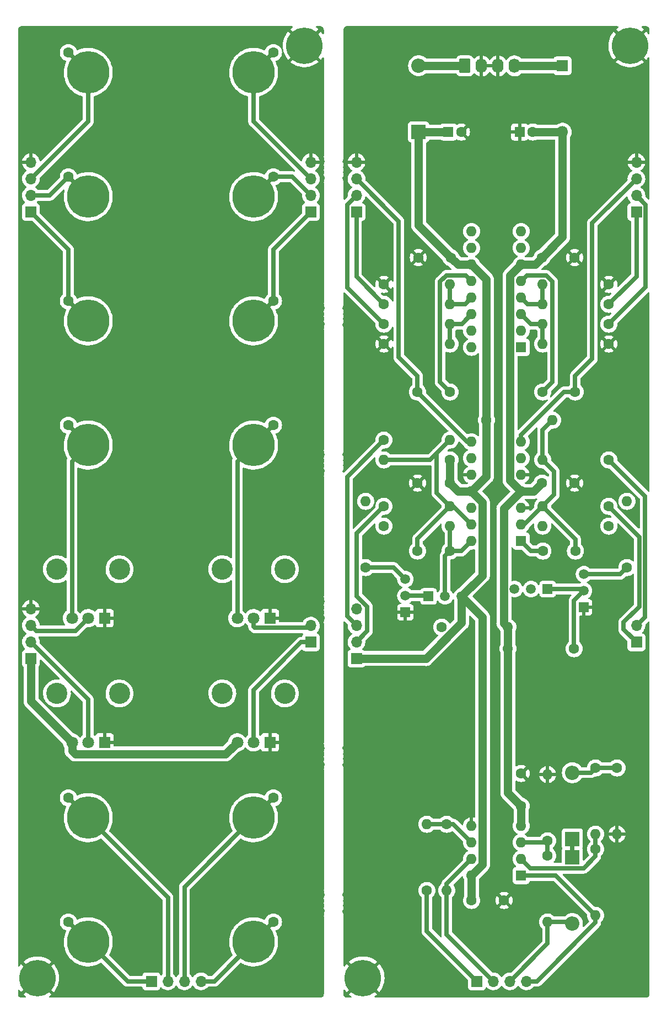
<source format=gtl>
%TF.GenerationSoftware,KiCad,Pcbnew,(6.0.0-0)*%
%TF.CreationDate,2022-06-17T06:04:17+01:00*%
%TF.ProjectId,4u-damped-integrator,34752d64-616d-4706-9564-2d696e746567,r01*%
%TF.SameCoordinates,Original*%
%TF.FileFunction,Copper,L1,Top*%
%TF.FilePolarity,Positive*%
%FSLAX46Y46*%
G04 Gerber Fmt 4.6, Leading zero omitted, Abs format (unit mm)*
G04 Created by KiCad (PCBNEW (6.0.0-0)) date 2022-06-17 06:04:17*
%MOMM*%
%LPD*%
G01*
G04 APERTURE LIST*
G04 Aperture macros list*
%AMRoundRect*
0 Rectangle with rounded corners*
0 $1 Rounding radius*
0 $2 $3 $4 $5 $6 $7 $8 $9 X,Y pos of 4 corners*
0 Add a 4 corners polygon primitive as box body*
4,1,4,$2,$3,$4,$5,$6,$7,$8,$9,$2,$3,0*
0 Add four circle primitives for the rounded corners*
1,1,$1+$1,$2,$3*
1,1,$1+$1,$4,$5*
1,1,$1+$1,$6,$7*
1,1,$1+$1,$8,$9*
0 Add four rect primitives between the rounded corners*
20,1,$1+$1,$2,$3,$4,$5,0*
20,1,$1+$1,$4,$5,$6,$7,0*
20,1,$1+$1,$6,$7,$8,$9,0*
20,1,$1+$1,$8,$9,$2,$3,0*%
G04 Aperture macros list end*
%TA.AperFunction,ComponentPad*%
%ADD10C,1.600000*%
%TD*%
%TA.AperFunction,ComponentPad*%
%ADD11O,1.600000X1.600000*%
%TD*%
%TA.AperFunction,ComponentPad*%
%ADD12R,1.500000X1.500000*%
%TD*%
%TA.AperFunction,ComponentPad*%
%ADD13C,1.500000*%
%TD*%
%TA.AperFunction,ComponentPad*%
%ADD14C,5.600000*%
%TD*%
%TA.AperFunction,ComponentPad*%
%ADD15R,1.600000X1.600000*%
%TD*%
%TA.AperFunction,ComponentPad*%
%ADD16R,1.700000X1.700000*%
%TD*%
%TA.AperFunction,ComponentPad*%
%ADD17O,1.700000X1.700000*%
%TD*%
%TA.AperFunction,ComponentPad*%
%ADD18R,2.200000X2.200000*%
%TD*%
%TA.AperFunction,ComponentPad*%
%ADD19O,2.200000X2.200000*%
%TD*%
%TA.AperFunction,ComponentPad*%
%ADD20RoundRect,0.250000X-0.620000X-0.845000X0.620000X-0.845000X0.620000X0.845000X-0.620000X0.845000X0*%
%TD*%
%TA.AperFunction,ComponentPad*%
%ADD21O,1.740000X2.190000*%
%TD*%
%TA.AperFunction,ComponentPad*%
%ADD22R,1.800000X1.800000*%
%TD*%
%TA.AperFunction,ComponentPad*%
%ADD23O,1.800000X1.800000*%
%TD*%
%TA.AperFunction,ComponentPad*%
%ADD24C,3.240000*%
%TD*%
%TA.AperFunction,ComponentPad*%
%ADD25C,1.800000*%
%TD*%
%TA.AperFunction,ComponentPad*%
%ADD26C,6.500000*%
%TD*%
%TA.AperFunction,ViaPad*%
%ADD27C,0.762000*%
%TD*%
%TA.AperFunction,Conductor*%
%ADD28C,0.635000*%
%TD*%
%TA.AperFunction,Conductor*%
%ADD29C,1.270000*%
%TD*%
G04 APERTURE END LIST*
D10*
%TO.P,R21,1*%
%TO.N,/Extras/Inverter_Input_Main*%
X99314000Y-163068000D03*
D11*
%TO.P,R21,2*%
%TO.N,Net-(R21-Pad2)*%
X99314000Y-152908000D03*
%TD*%
D12*
%TO.P,Q2,1,E*%
%TO.N,GND*%
X96012000Y-120396000D03*
D13*
%TO.P,Q2,2,B*%
%TO.N,Net-(Q1-Pad1)*%
X96012000Y-117856000D03*
%TO.P,Q2,3,C*%
%TO.N,Net-(Q2-Pad3)*%
X96012000Y-115316000D03*
%TD*%
D12*
%TO.P,Q3,1,E*%
%TO.N,Net-(Q3-Pad1)*%
X117856000Y-116840000D03*
D13*
%TO.P,Q3,2,B*%
%TO.N,Net-(C3-Pad2)*%
X115316000Y-116840000D03*
%TO.P,Q3,3,C*%
%TO.N,+12V*%
X112776000Y-116840000D03*
%TD*%
D10*
%TO.P,C5,1*%
%TO.N,+12V*%
X106172000Y-164592000D03*
%TO.P,C5,2*%
%TO.N,GND*%
X111172000Y-164592000D03*
%TD*%
%TO.P,R22,1*%
%TO.N,Net-(R21-Pad2)*%
X102362000Y-152908000D03*
D11*
%TO.P,R22,2*%
%TO.N,/Extras/Inverter_Output_Main*%
X102362000Y-163068000D03*
%TD*%
D10*
%TO.P,R11,1*%
%TO.N,+12V*%
X108458000Y-90932000D03*
D11*
%TO.P,R11,2*%
%TO.N,Net-(C3-Pad1)*%
X118618000Y-90932000D03*
%TD*%
D14*
%TO.P,H3,1,1*%
%TO.N,GND*%
X89500000Y-176500000D03*
%TD*%
%TO.P,H2,1,1*%
%TO.N,GND*%
X80500000Y-33500000D03*
%TD*%
D10*
%TO.P,R8,1*%
%TO.N,Net-(C1-Pad1)*%
X92710000Y-107188000D03*
D11*
%TO.P,R8,2*%
%TO.N,Net-(C1-Pad2)*%
X102870000Y-107188000D03*
%TD*%
D15*
%TO.P,U2,1*%
%TO.N,Net-(R20-Pad2)*%
X113800000Y-79766000D03*
D11*
%TO.P,U2,2,DIODE_BIAS*%
%TO.N,unconnected-(U2-Pad2)*%
X113800000Y-77226000D03*
%TO.P,U2,3,+*%
%TO.N,Net-(R13-Pad2)*%
X113800000Y-74686000D03*
%TO.P,U2,4,-*%
%TO.N,Net-(R12-Pad2)*%
X113800000Y-72146000D03*
%TO.P,U2,5*%
%TO.N,Net-(C4-Pad1)*%
X113800000Y-69606000D03*
%TO.P,U2,6,V-*%
%TO.N,-12V*%
X113800000Y-67066000D03*
%TO.P,U2,7*%
%TO.N,unconnected-(U2-Pad7)*%
X113800000Y-64526000D03*
%TO.P,U2,8*%
%TO.N,unconnected-(U2-Pad8)*%
X113800000Y-61986000D03*
%TO.P,U2,9*%
%TO.N,unconnected-(U2-Pad9)*%
X106180000Y-61986000D03*
%TO.P,U2,10*%
%TO.N,unconnected-(U2-Pad10)*%
X106180000Y-64526000D03*
%TO.P,U2,11,V+*%
%TO.N,+12V*%
X106180000Y-67066000D03*
%TO.P,U2,12*%
%TO.N,Net-(C2-Pad1)*%
X106180000Y-69606000D03*
%TO.P,U2,13,-*%
%TO.N,Net-(R2-Pad2)*%
X106180000Y-72146000D03*
%TO.P,U2,14,+*%
%TO.N,Net-(R3-Pad2)*%
X106180000Y-74686000D03*
%TO.P,U2,15,DIODE_BIAS*%
%TO.N,unconnected-(U2-Pad15)*%
X106180000Y-77226000D03*
%TO.P,U2,16*%
%TO.N,Net-(R10-Pad2)*%
X106180000Y-79766000D03*
%TD*%
D16*
%TO.P,J14,1,Pin_1*%
%TO.N,/I2_Damping_Ctrl*%
X81500000Y-125000000D03*
D17*
%TO.P,J14,2,Pin_2*%
%TO.N,/I2_DampingCV_Ctrl*%
X81500000Y-122460000D03*
%TD*%
D10*
%TO.P,R6,1*%
%TO.N,/I1_DampingCV_Main*%
X92710000Y-93980000D03*
D11*
%TO.P,R6,2*%
%TO.N,Net-(C1-Pad1)*%
X102870000Y-93980000D03*
%TD*%
D10*
%TO.P,C3,1*%
%TO.N,Net-(C3-Pad1)*%
X122134000Y-110998000D03*
%TO.P,C3,2*%
%TO.N,Net-(C3-Pad2)*%
X117134000Y-110998000D03*
%TD*%
%TO.P,R19,1*%
%TO.N,Net-(Q3-Pad1)*%
X121920000Y-125984000D03*
D11*
%TO.P,R19,2*%
%TO.N,-12V*%
X111760000Y-125984000D03*
%TD*%
D18*
%TO.P,D4,1,K*%
%TO.N,Net-(D3-Pad1)*%
X121666000Y-155160000D03*
D19*
%TO.P,D4,2,A*%
%TO.N,Net-(D4-Pad2)*%
X121666000Y-145000000D03*
%TD*%
D10*
%TO.P,R4,1*%
%TO.N,/I1_Damping_Main*%
X92710000Y-104140000D03*
D11*
%TO.P,R4,2*%
%TO.N,Net-(C1-Pad1)*%
X102870000Y-104140000D03*
%TD*%
D10*
%TO.P,R10,1*%
%TO.N,Net-(Q2-Pad3)*%
X89916000Y-113538000D03*
D11*
%TO.P,R10,2*%
%TO.N,Net-(R10-Pad2)*%
X89916000Y-103378000D03*
%TD*%
D10*
%TO.P,R1,1*%
%TO.N,+12V*%
X102870000Y-97028000D03*
D11*
%TO.P,R1,2*%
%TO.N,Net-(C1-Pad1)*%
X92710000Y-97028000D03*
%TD*%
D10*
%TO.P,R14,1*%
%TO.N,/I2_Damping_Main*%
X127254000Y-104140000D03*
D11*
%TO.P,R14,2*%
%TO.N,Net-(C3-Pad1)*%
X117094000Y-104140000D03*
%TD*%
D18*
%TO.P,D3,1,K*%
%TO.N,Net-(D3-Pad1)*%
X121666000Y-157988000D03*
D19*
%TO.P,D3,2,A*%
%TO.N,/Extras/NonLinearity_Input_Main*%
X121666000Y-168148000D03*
%TD*%
D10*
%TO.P,R18,1*%
%TO.N,Net-(C3-Pad1)*%
X127254000Y-107188000D03*
D11*
%TO.P,R18,2*%
%TO.N,Net-(C3-Pad2)*%
X117094000Y-107188000D03*
%TD*%
D18*
%TO.P,D1,1,K*%
%TO.N,+12V*%
X98044000Y-46736000D03*
D19*
%TO.P,D1,2,A*%
%TO.N,Net-(D1-Pad2)*%
X98044000Y-36576000D03*
%TD*%
D10*
%TO.P,R15,1*%
%TO.N,GND*%
X127254000Y-70104000D03*
D11*
%TO.P,R15,2*%
%TO.N,Net-(R12-Pad2)*%
X117094000Y-70104000D03*
%TD*%
D10*
%TO.P,R2,1*%
%TO.N,/I1_InputNeg_Main*%
X92710000Y-73152000D03*
D11*
%TO.P,R2,2*%
%TO.N,Net-(R2-Pad2)*%
X102870000Y-73152000D03*
%TD*%
D10*
%TO.P,C10,1*%
%TO.N,GND*%
X122000000Y-100584000D03*
%TO.P,C10,2*%
%TO.N,-12V*%
X117000000Y-100584000D03*
%TD*%
D15*
%TO.P,C12,1*%
%TO.N,GND*%
X113570000Y-46736000D03*
D10*
%TO.P,C12,2*%
%TO.N,-12V*%
X115570000Y-46736000D03*
%TD*%
D15*
%TO.P,U3,1*%
%TO.N,/Extras/NonLinearity_Output_Main*%
X113792000Y-160782000D03*
D11*
%TO.P,U3,2,-*%
%TO.N,Net-(R25-Pad2)*%
X113792000Y-158242000D03*
%TO.P,U3,3,+*%
%TO.N,Net-(R23-Pad1)*%
X113792000Y-155702000D03*
%TO.P,U3,4,V-*%
%TO.N,-12V*%
X113792000Y-153162000D03*
%TO.P,U3,5,+*%
%TO.N,GND*%
X106172000Y-153162000D03*
%TO.P,U3,6,-*%
%TO.N,Net-(R21-Pad2)*%
X106172000Y-155702000D03*
%TO.P,U3,7*%
%TO.N,/Extras/Inverter_Output_Main*%
X106172000Y-158242000D03*
%TO.P,U3,8,V+*%
%TO.N,+12V*%
X106172000Y-160782000D03*
%TD*%
D10*
%TO.P,R5,1*%
%TO.N,GND*%
X92710000Y-70104000D03*
D11*
%TO.P,R5,2*%
%TO.N,Net-(R2-Pad2)*%
X102870000Y-70104000D03*
%TD*%
D16*
%TO.P,J22,1,Pin_1*%
%TO.N,/Extras/Inverter_Input_Ctrl*%
X57000000Y-177000000D03*
D17*
%TO.P,J22,2,Pin_2*%
%TO.N,/Extras/Inverter_Output_Ctrl*%
X59540000Y-177000000D03*
%TO.P,J22,3,Pin_3*%
%TO.N,/Extras/NonLinearity_Input_Ctrl*%
X62080000Y-177000000D03*
%TO.P,J22,4,Pin_4*%
%TO.N,/Extras/NonLinearity_Output_Ctrl*%
X64620000Y-177000000D03*
%TD*%
D10*
%TO.P,R12,1*%
%TO.N,/I2_InputNeg_Main*%
X127254000Y-73152000D03*
D11*
%TO.P,R12,2*%
%TO.N,Net-(R12-Pad2)*%
X117094000Y-73152000D03*
%TD*%
D10*
%TO.P,C9,1*%
%TO.N,+12V*%
X102870000Y-100584000D03*
%TO.P,C9,2*%
%TO.N,GND*%
X97870000Y-100584000D03*
%TD*%
%TO.P,C8,1*%
%TO.N,GND*%
X122000000Y-66000000D03*
%TO.P,C8,2*%
%TO.N,-12V*%
X117000000Y-66000000D03*
%TD*%
D16*
%TO.P,J12,1,Pin_1*%
%TO.N,/I2_InputNeg_Ctrl*%
X81500000Y-59000000D03*
D17*
%TO.P,J12,2,Pin_2*%
%TO.N,/I2_InputPos_Ctrl*%
X81500000Y-56460000D03*
%TO.P,J12,3,Pin_3*%
%TO.N,/I2_Output_Ctrl*%
X81500000Y-53920000D03*
%TO.P,J12,4,Pin_4*%
%TO.N,GND*%
X81500000Y-51380000D03*
%TD*%
D10*
%TO.P,R7,1*%
%TO.N,GND*%
X92710000Y-79248000D03*
D11*
%TO.P,R7,2*%
%TO.N,Net-(R3-Pad2)*%
X102870000Y-79248000D03*
%TD*%
D20*
%TO.P,J17,1,+12V*%
%TO.N,Net-(D1-Pad2)*%
X105156000Y-36596000D03*
D21*
%TO.P,J17,2,GND*%
%TO.N,GND*%
X107696000Y-36596000D03*
%TO.P,J17,3,GND*%
X110236000Y-36596000D03*
%TO.P,J17,4,-12V*%
%TO.N,Net-(D2-Pad1)*%
X112776000Y-36596000D03*
%TD*%
D10*
%TO.P,R17,1*%
%TO.N,GND*%
X127254000Y-79248000D03*
D11*
%TO.P,R17,2*%
%TO.N,Net-(R13-Pad2)*%
X117094000Y-79248000D03*
%TD*%
D12*
%TO.P,Q4,1,E*%
%TO.N,GND*%
X123444000Y-119634000D03*
D13*
%TO.P,Q4,2,B*%
%TO.N,Net-(Q3-Pad1)*%
X123444000Y-117094000D03*
%TO.P,Q4,3,C*%
%TO.N,Net-(Q4-Pad3)*%
X123444000Y-114554000D03*
%TD*%
D10*
%TO.P,R23,1*%
%TO.N,Net-(R23-Pad1)*%
X117856000Y-157734000D03*
D11*
%TO.P,R23,2*%
%TO.N,/Extras/NonLinearity_Input_Main*%
X117856000Y-167894000D03*
%TD*%
D10*
%TO.P,R13,1*%
%TO.N,/I2_InputPos_Main*%
X127254000Y-76200000D03*
D11*
%TO.P,R13,2*%
%TO.N,Net-(R13-Pad2)*%
X117094000Y-76200000D03*
%TD*%
D14*
%TO.P,H4,1,1*%
%TO.N,GND*%
X130500000Y-33500000D03*
%TD*%
D10*
%TO.P,C7,1*%
%TO.N,+12V*%
X103000000Y-66000000D03*
%TO.P,C7,2*%
%TO.N,GND*%
X98000000Y-66000000D03*
%TD*%
%TO.P,R20,1*%
%TO.N,Net-(Q4-Pad3)*%
X130048000Y-113538000D03*
D11*
%TO.P,R20,2*%
%TO.N,Net-(R20-Pad2)*%
X130048000Y-103378000D03*
%TD*%
D10*
%TO.P,C2,1*%
%TO.N,Net-(C2-Pad1)*%
X102870000Y-86614000D03*
%TO.P,C2,2*%
%TO.N,/I1_Output_Main*%
X97870000Y-86614000D03*
%TD*%
%TO.P,R26,1*%
%TO.N,Net-(R23-Pad1)*%
X117856000Y-155448000D03*
D11*
%TO.P,R26,2*%
%TO.N,GND*%
X117856000Y-145288000D03*
%TD*%
D16*
%TO.P,J4,1,Pin_1*%
%TO.N,/I1_InputNeg_Ctrl*%
X38500000Y-59000000D03*
D17*
%TO.P,J4,2,Pin_2*%
%TO.N,/I1_InputPos_Ctrl*%
X38500000Y-56460000D03*
%TO.P,J4,3,Pin_3*%
%TO.N,/I1_Output_Ctrl*%
X38500000Y-53920000D03*
%TO.P,J4,4,Pin_4*%
%TO.N,GND*%
X38500000Y-51380000D03*
%TD*%
D10*
%TO.P,C6,1*%
%TO.N,GND*%
X113792000Y-145114000D03*
%TO.P,C6,2*%
%TO.N,-12V*%
X113792000Y-150114000D03*
%TD*%
D14*
%TO.P,H1,1,1*%
%TO.N,GND*%
X39500000Y-176500000D03*
%TD*%
D10*
%TO.P,R3,1*%
%TO.N,/I1_InputPos_Main*%
X92710000Y-76200000D03*
D11*
%TO.P,R3,2*%
%TO.N,Net-(R3-Pad2)*%
X102870000Y-76200000D03*
%TD*%
D10*
%TO.P,R24,1*%
%TO.N,Net-(D4-Pad2)*%
X128524000Y-144272000D03*
D11*
%TO.P,R24,2*%
%TO.N,GND*%
X128524000Y-154432000D03*
%TD*%
D10*
%TO.P,R9,1*%
%TO.N,Net-(Q1-Pad1)*%
X101600000Y-122682000D03*
D11*
%TO.P,R9,2*%
%TO.N,-12V*%
X111760000Y-122682000D03*
%TD*%
D10*
%TO.P,R27,1*%
%TO.N,Net-(R25-Pad2)*%
X125222000Y-156718000D03*
D11*
%TO.P,R27,2*%
%TO.N,/Extras/NonLinearity_Output_Main*%
X125222000Y-166878000D03*
%TD*%
D10*
%TO.P,R16,1*%
%TO.N,/I2_DampingCV_Main*%
X127254000Y-97028000D03*
D11*
%TO.P,R16,2*%
%TO.N,Net-(C3-Pad1)*%
X117094000Y-97028000D03*
%TD*%
D15*
%TO.P,C11,1*%
%TO.N,+12V*%
X102616000Y-46736000D03*
D10*
%TO.P,C11,2*%
%TO.N,GND*%
X104616000Y-46736000D03*
%TD*%
D22*
%TO.P,D2,1,K*%
%TO.N,Net-(D2-Pad1)*%
X120142000Y-36576000D03*
D23*
%TO.P,D2,2,A*%
%TO.N,-12V*%
X120142000Y-46736000D03*
%TD*%
D10*
%TO.P,C4,1*%
%TO.N,Net-(C4-Pad1)*%
X117094000Y-86614000D03*
%TO.P,C4,2*%
%TO.N,/I2_Output_Main*%
X122094000Y-86614000D03*
%TD*%
%TO.P,C1,1*%
%TO.N,Net-(C1-Pad1)*%
X97870000Y-110998000D03*
%TO.P,C1,2*%
%TO.N,Net-(C1-Pad2)*%
X102870000Y-110998000D03*
%TD*%
D12*
%TO.P,Q1,1,E*%
%TO.N,Net-(Q1-Pad1)*%
X99568000Y-117962000D03*
D13*
%TO.P,Q1,2,B*%
%TO.N,Net-(C1-Pad2)*%
X102108000Y-117962000D03*
%TO.P,Q1,3,C*%
%TO.N,+12V*%
X104648000Y-117962000D03*
%TD*%
D15*
%TO.P,U1,1*%
%TO.N,Net-(C3-Pad2)*%
X113782000Y-109479000D03*
D11*
%TO.P,U1,2,-*%
%TO.N,Net-(C3-Pad1)*%
X113782000Y-106939000D03*
%TO.P,U1,3,+*%
%TO.N,GND*%
X113782000Y-104399000D03*
%TO.P,U1,4,V+*%
%TO.N,-12V*%
X113782000Y-101859000D03*
%TO.P,U1,5,+*%
%TO.N,GND*%
X113782000Y-99319000D03*
%TO.P,U1,6,-*%
%TO.N,Net-(C4-Pad1)*%
X113782000Y-96779000D03*
%TO.P,U1,7*%
%TO.N,/I2_Output_Main*%
X113782000Y-94239000D03*
%TO.P,U1,8*%
%TO.N,/I1_Output_Main*%
X106162000Y-94239000D03*
%TO.P,U1,9,-*%
%TO.N,Net-(C2-Pad1)*%
X106162000Y-96779000D03*
%TO.P,U1,10,+*%
%TO.N,GND*%
X106162000Y-99319000D03*
%TO.P,U1,11,V-*%
%TO.N,+12V*%
X106162000Y-101859000D03*
%TO.P,U1,12,+*%
%TO.N,GND*%
X106162000Y-104399000D03*
%TO.P,U1,13,-*%
%TO.N,Net-(C1-Pad1)*%
X106162000Y-106939000D03*
%TO.P,U1,14*%
%TO.N,Net-(C1-Pad2)*%
X106162000Y-109479000D03*
%TD*%
D10*
%TO.P,R25,1*%
%TO.N,Net-(D4-Pad2)*%
X125222000Y-144272000D03*
D11*
%TO.P,R25,2*%
%TO.N,Net-(R25-Pad2)*%
X125222000Y-154432000D03*
%TD*%
D16*
%TO.P,J6,1,Pin_1*%
%TO.N,+12V*%
X38500000Y-127500000D03*
D17*
%TO.P,J6,2,Pin_2*%
%TO.N,/I1_Damping_Ctrl*%
X38500000Y-124960000D03*
%TO.P,J6,3,Pin_3*%
%TO.N,/I1_DampingCV_Ctrl*%
X38500000Y-122420000D03*
%TO.P,J6,4,Pin_4*%
%TO.N,GND*%
X38500000Y-119880000D03*
%TD*%
D24*
%TO.P,RV3,*%
%TO.N,*%
X77500000Y-132850000D03*
X67900000Y-132850000D03*
D22*
%TO.P,RV3,1,1*%
%TO.N,GND*%
X75200000Y-140350000D03*
D25*
%TO.P,RV3,2,2*%
%TO.N,/I2_Damping_Ctrl*%
X72700000Y-140350000D03*
%TO.P,RV3,3,3*%
%TO.N,+12V*%
X70200000Y-140350000D03*
%TD*%
D16*
%TO.P,J13,1,Pin_1*%
%TO.N,/I2_InputNeg_Main*%
X131500000Y-59000000D03*
D17*
%TO.P,J13,2,Pin_2*%
%TO.N,/I2_InputPos_Main*%
X131500000Y-56460000D03*
%TO.P,J13,3,Pin_3*%
%TO.N,/I2_Output_Main*%
X131500000Y-53920000D03*
%TO.P,J13,4,Pin_4*%
%TO.N,GND*%
X131500000Y-51380000D03*
%TD*%
D10*
%TO.P,J20,1*%
%TO.N,/Extras/NonLinearity_Input_Ctrl*%
X75748000Y-148852000D03*
D26*
X72700000Y-151900000D03*
%TD*%
%TO.P,J19,1*%
%TO.N,/Extras/Inverter_Output_Ctrl*%
X47300000Y-151900000D03*
D10*
X44252000Y-148852000D03*
%TD*%
D26*
%TO.P,J10,1*%
%TO.N,/I2_InputPos_Ctrl*%
X72700000Y-56650000D03*
D10*
X75748000Y-53602000D03*
%TD*%
D26*
%TO.P,J16,1*%
%TO.N,/I2_Output_Ctrl*%
X72700000Y-37600000D03*
D10*
X75748000Y-34552000D03*
%TD*%
D26*
%TO.P,J2,1*%
%TO.N,/I1_InputPos_Ctrl*%
X47300000Y-56650000D03*
D10*
X44252000Y-53602000D03*
%TD*%
%TO.P,J18,1*%
%TO.N,/Extras/Inverter_Input_Ctrl*%
X44252000Y-167902000D03*
D26*
X47300000Y-170950000D03*
%TD*%
D10*
%TO.P,J9,1*%
%TO.N,/I2_InputNeg_Ctrl*%
X75748000Y-72652000D03*
D26*
X72700000Y-75700000D03*
%TD*%
D24*
%TO.P,RV1,*%
%TO.N,*%
X52100000Y-132850000D03*
X42500000Y-132850000D03*
D22*
%TO.P,RV1,1,1*%
%TO.N,GND*%
X49800000Y-140350000D03*
D25*
%TO.P,RV1,2,2*%
%TO.N,/I1_Damping_Ctrl*%
X47300000Y-140350000D03*
%TO.P,RV1,3,3*%
%TO.N,+12V*%
X44800000Y-140350000D03*
%TD*%
D26*
%TO.P,J8,1*%
%TO.N,/I1_Output_Ctrl*%
X47300000Y-37600000D03*
D10*
X44252000Y-34552000D03*
%TD*%
D16*
%TO.P,J7,1,Pin_1*%
%TO.N,+12V*%
X88500000Y-127500000D03*
D17*
%TO.P,J7,2,Pin_2*%
%TO.N,/I1_Damping_Main*%
X88500000Y-124960000D03*
%TO.P,J7,3,Pin_3*%
%TO.N,/I1_DampingCV_Main*%
X88500000Y-122420000D03*
%TO.P,J7,4,Pin_4*%
%TO.N,GND*%
X88500000Y-119880000D03*
%TD*%
D10*
%TO.P,J3,1*%
%TO.N,Net-(J3-Pad1)*%
X44252000Y-91702000D03*
D26*
X47300000Y-94750000D03*
%TD*%
D24*
%TO.P,RV4,*%
%TO.N,*%
X67900000Y-113800000D03*
X77500000Y-113800000D03*
D22*
%TO.P,RV4,1,1*%
%TO.N,GND*%
X75200000Y-121300000D03*
D25*
%TO.P,RV4,2,2*%
%TO.N,/I2_DampingCV_Ctrl*%
X72700000Y-121300000D03*
%TO.P,RV4,3,3*%
%TO.N,Net-(J11-Pad1)*%
X70200000Y-121300000D03*
%TD*%
D16*
%TO.P,J5,1,Pin_1*%
%TO.N,/I1_InputNeg_Main*%
X88500000Y-59000000D03*
D17*
%TO.P,J5,2,Pin_2*%
%TO.N,/I1_InputPos_Main*%
X88500000Y-56460000D03*
%TO.P,J5,3,Pin_3*%
%TO.N,/I1_Output_Main*%
X88500000Y-53920000D03*
%TO.P,J5,4,Pin_4*%
%TO.N,GND*%
X88500000Y-51380000D03*
%TD*%
D10*
%TO.P,J1,1*%
%TO.N,/I1_InputNeg_Ctrl*%
X44252000Y-72652000D03*
D26*
X47300000Y-75700000D03*
%TD*%
%TO.P,J21,1*%
%TO.N,/Extras/NonLinearity_Output_Ctrl*%
X72700000Y-170950000D03*
D10*
X75748000Y-167902000D03*
%TD*%
D16*
%TO.P,J23,1,Pin_1*%
%TO.N,/Extras/Inverter_Input_Main*%
X107000000Y-177000000D03*
D17*
%TO.P,J23,2,Pin_2*%
%TO.N,/Extras/Inverter_Output_Main*%
X109540000Y-177000000D03*
%TO.P,J23,3,Pin_3*%
%TO.N,/Extras/NonLinearity_Input_Main*%
X112080000Y-177000000D03*
%TO.P,J23,4,Pin_4*%
%TO.N,/Extras/NonLinearity_Output_Main*%
X114620000Y-177000000D03*
%TD*%
D10*
%TO.P,J11,1*%
%TO.N,Net-(J11-Pad1)*%
X75748000Y-91702000D03*
D26*
X72700000Y-94750000D03*
%TD*%
D24*
%TO.P,RV2,*%
%TO.N,*%
X42500000Y-113800000D03*
X52100000Y-113800000D03*
D22*
%TO.P,RV2,1,1*%
%TO.N,GND*%
X49800000Y-121300000D03*
D25*
%TO.P,RV2,2,2*%
%TO.N,/I1_DampingCV_Ctrl*%
X47300000Y-121300000D03*
%TO.P,RV2,3,3*%
%TO.N,Net-(J3-Pad1)*%
X44800000Y-121300000D03*
%TD*%
D16*
%TO.P,J15,1,Pin_1*%
%TO.N,/I2_Damping_Main*%
X131500000Y-125000000D03*
D17*
%TO.P,J15,2,Pin_2*%
%TO.N,/I2_DampingCV_Main*%
X131500000Y-122460000D03*
%TD*%
D27*
%TO.N,GND*%
X105000000Y-113500000D03*
X45000000Y-136500000D03*
X115000000Y-83500000D03*
%TD*%
D28*
%TO.N,Net-(C1-Pad1)*%
X100838000Y-102108000D02*
X100838000Y-96012000D01*
X102870000Y-104140000D02*
X103363000Y-104140000D01*
X100838000Y-96012000D02*
X102870000Y-93980000D01*
X102870000Y-104140000D02*
X100838000Y-102108000D01*
X92710000Y-97028000D02*
X99822000Y-97028000D01*
X99822000Y-97028000D02*
X102870000Y-93980000D01*
X103363000Y-104140000D02*
X106162000Y-106939000D01*
X97870000Y-109140000D02*
X102870000Y-104140000D01*
X97870000Y-110998000D02*
X97870000Y-109140000D01*
%TO.N,Net-(C1-Pad2)*%
X102870000Y-110998000D02*
X104643000Y-110998000D01*
X102870000Y-107188000D02*
X102870000Y-110998000D01*
X102108000Y-111760000D02*
X102870000Y-110998000D01*
X102108000Y-117962000D02*
X102108000Y-111760000D01*
X104643000Y-110998000D02*
X106162000Y-109479000D01*
%TO.N,Net-(C2-Pad1)*%
X106180000Y-69606000D02*
X105306989Y-68732989D01*
X105306989Y-68732989D02*
X102302108Y-68732989D01*
X102302108Y-68732989D02*
X101346000Y-69689097D01*
X101346000Y-69689097D02*
X101346000Y-85090000D01*
X101346000Y-85090000D02*
X102870000Y-86614000D01*
%TO.N,/I1_Output_Main*%
X97870000Y-84154000D02*
X97870000Y-86614000D01*
X105495000Y-94239000D02*
X106162000Y-94239000D01*
X97870000Y-86614000D02*
X105495000Y-94239000D01*
X88500000Y-53920000D02*
X94996000Y-60416000D01*
X94996000Y-81280000D02*
X97870000Y-84154000D01*
X94996000Y-60416000D02*
X94996000Y-81280000D01*
%TO.N,Net-(C3-Pad1)*%
X117094000Y-97028000D02*
X117094000Y-92456000D01*
X117094000Y-104140000D02*
X122134000Y-109180000D01*
X117094000Y-92456000D02*
X118618000Y-90932000D01*
X114295000Y-106939000D02*
X117094000Y-104140000D01*
X113782000Y-106939000D02*
X114295000Y-106939000D01*
X118872000Y-98806000D02*
X118872000Y-102362000D01*
X122134000Y-109180000D02*
X122134000Y-110998000D01*
X117094000Y-97028000D02*
X118872000Y-98806000D01*
X118872000Y-102362000D02*
X117094000Y-104140000D01*
%TO.N,Net-(C3-Pad2)*%
X115301000Y-110998000D02*
X113782000Y-109479000D01*
X117134000Y-110998000D02*
X115301000Y-110998000D01*
%TO.N,/I2_Output_Main*%
X131500000Y-53920000D02*
X124714000Y-60706000D01*
X120396000Y-86614000D02*
X122094000Y-86614000D01*
X124714000Y-60706000D02*
X124714000Y-81534000D01*
X124714000Y-81534000D02*
X122094000Y-84154000D01*
X113782000Y-94239000D02*
X113782000Y-93228000D01*
X122094000Y-84154000D02*
X122094000Y-86614000D01*
X113782000Y-93228000D02*
X120396000Y-86614000D01*
D29*
%TO.N,+12V*%
X45315719Y-142138511D02*
X68411489Y-142138511D01*
X106162000Y-101859000D02*
X107850511Y-103547511D01*
X44800000Y-140350000D02*
X44800000Y-141622792D01*
X107850511Y-114759489D02*
X104648000Y-117962000D01*
X107860511Y-121174511D02*
X107860511Y-159093489D01*
X68411489Y-142138511D02*
X70200000Y-140350000D01*
X108458000Y-90932000D02*
X108458000Y-69344000D01*
X107860511Y-159093489D02*
X106172000Y-160782000D01*
X104648000Y-117962000D02*
X104648000Y-122021916D01*
X106172000Y-160782000D02*
X106172000Y-164592000D01*
X104066000Y-67066000D02*
X103000000Y-66000000D01*
X102870000Y-97028000D02*
X102870000Y-100584000D01*
X98044000Y-46736000D02*
X98044000Y-61044000D01*
X38500000Y-127500000D02*
X38500000Y-134050000D01*
X107850511Y-103547511D02*
X107850511Y-114759489D01*
X104648000Y-117962000D02*
X107860511Y-121174511D01*
X108458000Y-69344000D02*
X106180000Y-67066000D01*
X106180000Y-67066000D02*
X104066000Y-67066000D01*
X104145000Y-101859000D02*
X102870000Y-100584000D01*
X99169916Y-127500000D02*
X88500000Y-127500000D01*
X44800000Y-141622792D02*
X45315719Y-142138511D01*
X108458000Y-99563000D02*
X106162000Y-101859000D01*
X106162000Y-101859000D02*
X104145000Y-101859000D01*
X104648000Y-122021916D02*
X99169916Y-127500000D01*
X98044000Y-61044000D02*
X103000000Y-66000000D01*
X108458000Y-90932000D02*
X108458000Y-99563000D01*
X98044000Y-46736000D02*
X102616000Y-46736000D01*
X38500000Y-134050000D02*
X44800000Y-140350000D01*
%TO.N,-12V*%
X112093489Y-68772511D02*
X112093489Y-100170489D01*
X120142000Y-46736000D02*
X120142000Y-62858000D01*
X115934000Y-67066000D02*
X117000000Y-66000000D01*
X120142000Y-62858000D02*
X117000000Y-66000000D01*
X111760000Y-148082000D02*
X113792000Y-150114000D01*
X115570000Y-46736000D02*
X120142000Y-46736000D01*
X111760000Y-122682000D02*
X111760000Y-125984000D01*
X111137489Y-104503511D02*
X111137489Y-122059489D01*
X113800000Y-67066000D02*
X112093489Y-68772511D01*
X112093489Y-100170489D02*
X113782000Y-101859000D01*
X113782000Y-101859000D02*
X111137489Y-104503511D01*
X111760000Y-125984000D02*
X111760000Y-148082000D01*
X113792000Y-150114000D02*
X113792000Y-153162000D01*
X111137489Y-122059489D02*
X111760000Y-122682000D01*
X113782000Y-101859000D02*
X115725000Y-101859000D01*
X113800000Y-67066000D02*
X115934000Y-67066000D01*
X115725000Y-101859000D02*
X117000000Y-100584000D01*
%TO.N,Net-(D1-Pad2)*%
X105156000Y-36596000D02*
X98064000Y-36596000D01*
X98064000Y-36596000D02*
X98044000Y-36576000D01*
%TO.N,Net-(D2-Pad1)*%
X112776000Y-36596000D02*
X120122000Y-36596000D01*
X120122000Y-36596000D02*
X120142000Y-36576000D01*
D28*
%TO.N,Net-(D3-Pad1)*%
X121666000Y-155160000D02*
X121666000Y-157988000D01*
%TO.N,/Extras/NonLinearity_Input_Main*%
X117856000Y-167894000D02*
X117856000Y-171224000D01*
X117856000Y-167894000D02*
X121412000Y-167894000D01*
X121412000Y-167894000D02*
X121666000Y-168148000D01*
X117856000Y-171224000D02*
X112080000Y-177000000D01*
%TO.N,Net-(D4-Pad2)*%
X121666000Y-145000000D02*
X124494000Y-145000000D01*
X124494000Y-145000000D02*
X125222000Y-144272000D01*
X125222000Y-144272000D02*
X128524000Y-144272000D01*
%TO.N,/I1_InputNeg_Ctrl*%
X44252000Y-64752000D02*
X38500000Y-59000000D01*
X47300000Y-75700000D02*
X44252000Y-72652000D01*
X44252000Y-72652000D02*
X44252000Y-64752000D01*
%TO.N,/I1_InputPos_Ctrl*%
X38500000Y-56460000D02*
X41394000Y-56460000D01*
X44252000Y-53602000D02*
X47300000Y-56650000D01*
X41394000Y-56460000D02*
X44252000Y-53602000D01*
%TO.N,Net-(J3-Pad1)*%
X44800000Y-97250000D02*
X47300000Y-94750000D01*
X44800000Y-121300000D02*
X44800000Y-97250000D01*
X44252000Y-91702000D02*
X47300000Y-94750000D01*
%TO.N,/I1_Output_Ctrl*%
X47300000Y-45120000D02*
X38500000Y-53920000D01*
X47300000Y-37600000D02*
X47300000Y-45120000D01*
X44252000Y-34552000D02*
X47300000Y-37600000D01*
%TO.N,/I1_InputNeg_Main*%
X88500000Y-68942000D02*
X92710000Y-73152000D01*
X88500000Y-59000000D02*
X88500000Y-68942000D01*
%TO.N,/I1_InputPos_Main*%
X87078989Y-70568989D02*
X92710000Y-76200000D01*
X87078989Y-57881011D02*
X87078989Y-70568989D01*
X88500000Y-56460000D02*
X87078989Y-57881011D01*
%TO.N,/I1_Damping_Ctrl*%
X47300000Y-133760000D02*
X47300000Y-140350000D01*
X38500000Y-124960000D02*
X47300000Y-133760000D01*
%TO.N,/I1_DampingCV_Ctrl*%
X38500000Y-122420000D02*
X39350000Y-123270000D01*
X39350000Y-123270000D02*
X45330000Y-123270000D01*
X45330000Y-123270000D02*
X47300000Y-121300000D01*
%TO.N,/I1_Damping_Main*%
X92710000Y-104140000D02*
X88544989Y-108305011D01*
X88544989Y-108305011D02*
X88544989Y-117915375D01*
X88544989Y-117915375D02*
X90170000Y-119540386D01*
X90170000Y-123290000D02*
X88500000Y-124960000D01*
X90170000Y-119540386D02*
X90170000Y-123290000D01*
%TO.N,/I1_DampingCV_Main*%
X87078989Y-99611011D02*
X87078989Y-120998989D01*
X87078989Y-120998989D02*
X88500000Y-122420000D01*
X92710000Y-93980000D02*
X87078989Y-99611011D01*
%TO.N,/I2_InputNeg_Ctrl*%
X75748000Y-64752000D02*
X81500000Y-59000000D01*
X72700000Y-75700000D02*
X75748000Y-72652000D01*
X75748000Y-72652000D02*
X75748000Y-64752000D01*
%TO.N,/I2_InputPos_Ctrl*%
X72700000Y-56650000D02*
X75748000Y-53602000D01*
X75748000Y-53602000D02*
X78642000Y-53602000D01*
X78642000Y-53602000D02*
X81500000Y-56460000D01*
%TO.N,Net-(J11-Pad1)*%
X75748000Y-91702000D02*
X72700000Y-94750000D01*
X70200000Y-121300000D02*
X70200000Y-97250000D01*
X70200000Y-97250000D02*
X72700000Y-94750000D01*
%TO.N,/I2_Output_Ctrl*%
X75748000Y-34552000D02*
X72700000Y-37600000D01*
X72700000Y-37600000D02*
X72700000Y-45120000D01*
X72700000Y-45120000D02*
X81500000Y-53920000D01*
%TO.N,/I2_InputNeg_Main*%
X131500000Y-59000000D02*
X131500000Y-68906000D01*
X131500000Y-68906000D02*
X127254000Y-73152000D01*
%TO.N,/I2_InputPos_Main*%
X132921011Y-57881011D02*
X132921011Y-70532989D01*
X131500000Y-56460000D02*
X132921011Y-57881011D01*
X132921011Y-70532989D02*
X127254000Y-76200000D01*
%TO.N,/I2_Damping_Ctrl*%
X72700000Y-132315000D02*
X72700000Y-140350000D01*
X80015000Y-125000000D02*
X72700000Y-132315000D01*
X81500000Y-125000000D02*
X80015000Y-125000000D01*
%TO.N,/I2_DampingCV_Ctrl*%
X72700000Y-121300000D02*
X72700000Y-122572792D01*
X81188989Y-122771011D02*
X81500000Y-122460000D01*
X72700000Y-122572792D02*
X72898219Y-122771011D01*
X72898219Y-122771011D02*
X81188989Y-122771011D01*
%TO.N,/I2_Damping_Main*%
X129540000Y-123040000D02*
X131500000Y-125000000D01*
X129540000Y-121920000D02*
X129540000Y-123040000D01*
X131953480Y-119506520D02*
X129540000Y-121920000D01*
X131953480Y-108839480D02*
X131953480Y-119506520D01*
X127254000Y-104140000D02*
X131953480Y-108839480D01*
%TO.N,/I2_DampingCV_Main*%
X132842000Y-121118000D02*
X131500000Y-122460000D01*
X127254000Y-97028000D02*
X132842000Y-102616000D01*
X132842000Y-102616000D02*
X132842000Y-121118000D01*
%TO.N,/Extras/Inverter_Input_Ctrl*%
X44252000Y-167902000D02*
X47300000Y-170950000D01*
X53350000Y-177000000D02*
X57000000Y-177000000D01*
X47300000Y-170950000D02*
X53350000Y-177000000D01*
%TO.N,/Extras/Inverter_Output_Ctrl*%
X59540000Y-177000000D02*
X59540000Y-164140000D01*
X44252000Y-148852000D02*
X47300000Y-151900000D01*
X59540000Y-164140000D02*
X47300000Y-151900000D01*
%TO.N,/Extras/NonLinearity_Input_Ctrl*%
X62080000Y-162520000D02*
X62080000Y-177000000D01*
X75748000Y-148852000D02*
X72700000Y-151900000D01*
X72700000Y-151900000D02*
X62080000Y-162520000D01*
%TO.N,/Extras/NonLinearity_Output_Ctrl*%
X66650000Y-177000000D02*
X64620000Y-177000000D01*
X72700000Y-170950000D02*
X66650000Y-177000000D01*
X75748000Y-167902000D02*
X72700000Y-170950000D01*
%TO.N,/Extras/Inverter_Input_Main*%
X99314000Y-163068000D02*
X99314000Y-169314000D01*
X99314000Y-169314000D02*
X107000000Y-177000000D01*
%TO.N,/Extras/Inverter_Output_Main*%
X106172000Y-158242000D02*
X102362000Y-162052000D01*
X102362000Y-169822000D02*
X109540000Y-177000000D01*
X102362000Y-162052000D02*
X102362000Y-163068000D01*
X102362000Y-163068000D02*
X102362000Y-169822000D01*
%TO.N,/Extras/NonLinearity_Output_Main*%
X116231370Y-177000000D02*
X114620000Y-177000000D01*
X119126000Y-160782000D02*
X125222000Y-166878000D01*
X125222000Y-168009370D02*
X116231370Y-177000000D01*
X113792000Y-160782000D02*
X119126000Y-160782000D01*
X125222000Y-166878000D02*
X125222000Y-168009370D01*
%TO.N,Net-(Q1-Pad1)*%
X99462000Y-117856000D02*
X99568000Y-117962000D01*
X96012000Y-117856000D02*
X99462000Y-117856000D01*
%TO.N,Net-(Q2-Pad3)*%
X89916000Y-113538000D02*
X94234000Y-113538000D01*
X94234000Y-113538000D02*
X96012000Y-115316000D01*
%TO.N,Net-(Q3-Pad1)*%
X123190000Y-116840000D02*
X123444000Y-117094000D01*
X117856000Y-116840000D02*
X123190000Y-116840000D01*
X121920000Y-118618000D02*
X121920000Y-125984000D01*
X123444000Y-117094000D02*
X121920000Y-118618000D01*
%TO.N,Net-(Q4-Pad3)*%
X129032000Y-114554000D02*
X130048000Y-113538000D01*
X123444000Y-114554000D02*
X129032000Y-114554000D01*
%TO.N,Net-(R3-Pad2)*%
X104666000Y-76200000D02*
X106180000Y-74686000D01*
X102870000Y-79248000D02*
X102870000Y-76200000D01*
X102870000Y-76200000D02*
X104666000Y-76200000D01*
%TO.N,Net-(R12-Pad2)*%
X117094000Y-73152000D02*
X114806000Y-73152000D01*
X114806000Y-73152000D02*
X113800000Y-72146000D01*
X117094000Y-70104000D02*
X117094000Y-73152000D01*
%TO.N,Net-(R13-Pad2)*%
X117094000Y-76200000D02*
X115314000Y-76200000D01*
X117094000Y-79248000D02*
X117094000Y-76200000D01*
X115314000Y-76200000D02*
X113800000Y-74686000D01*
%TO.N,Net-(R21-Pad2)*%
X103378000Y-152908000D02*
X106172000Y-155702000D01*
X102362000Y-152908000D02*
X103378000Y-152908000D01*
X99314000Y-152908000D02*
X102362000Y-152908000D01*
%TO.N,Net-(R23-Pad1)*%
X117602000Y-155702000D02*
X117856000Y-155448000D01*
X117856000Y-155448000D02*
X117856000Y-157734000D01*
X113792000Y-155702000D02*
X117602000Y-155702000D01*
%TO.N,Net-(R25-Pad2)*%
X125222000Y-154432000D02*
X125222000Y-156718000D01*
X115209011Y-159659011D02*
X123412359Y-159659011D01*
X113792000Y-158242000D02*
X115209011Y-159659011D01*
X125222000Y-157849370D02*
X125222000Y-156718000D01*
X123412359Y-159659011D02*
X125222000Y-157849370D01*
%TO.N,Net-(C4-Pad1)*%
X114673011Y-68732989D02*
X117661892Y-68732989D01*
X117661892Y-68732989D02*
X118618000Y-69689097D01*
X113800000Y-69606000D02*
X114673011Y-68732989D01*
X118618000Y-69689097D02*
X118618000Y-85090000D01*
X118618000Y-85090000D02*
X117094000Y-86614000D01*
%TO.N,Net-(R2-Pad2)*%
X102870000Y-70104000D02*
X102870000Y-73152000D01*
X102870000Y-73152000D02*
X105174000Y-73152000D01*
X105174000Y-73152000D02*
X106180000Y-72146000D01*
%TD*%
%TA.AperFunction,Conductor*%
%TO.N,GND*%
G36*
X78669934Y-30528002D02*
G01*
X78716427Y-30581658D01*
X78726531Y-30651932D01*
X78697037Y-30716512D01*
X78666520Y-30742116D01*
X78650394Y-30751768D01*
X78644755Y-30755571D01*
X78364408Y-30967596D01*
X78359211Y-30971987D01*
X78357972Y-30973155D01*
X78349950Y-30986862D01*
X78349986Y-30987704D01*
X78355037Y-30995826D01*
X80487190Y-33127980D01*
X80501131Y-33135592D01*
X80502966Y-33135461D01*
X80509580Y-33131210D01*
X82642798Y-30997991D01*
X82650412Y-30984047D01*
X82650344Y-30983089D01*
X82645836Y-30976272D01*
X82644418Y-30975065D01*
X82364813Y-30762064D01*
X82359188Y-30758240D01*
X82332083Y-30741890D01*
X82284085Y-30689577D01*
X82271990Y-30619618D01*
X82299636Y-30554225D01*
X82358248Y-30514161D01*
X82397166Y-30508000D01*
X82950673Y-30508000D01*
X82970057Y-30509500D01*
X82984858Y-30511805D01*
X82984862Y-30511805D01*
X82993731Y-30513186D01*
X83002633Y-30512022D01*
X83002637Y-30512022D01*
X83002733Y-30512009D01*
X83033170Y-30511738D01*
X83095375Y-30518746D01*
X83122882Y-30525024D01*
X83200071Y-30552034D01*
X83225491Y-30564276D01*
X83294738Y-30607787D01*
X83316797Y-30625379D01*
X83374621Y-30683203D01*
X83392213Y-30705262D01*
X83435724Y-30774509D01*
X83447966Y-30799930D01*
X83474975Y-30877117D01*
X83481254Y-30904624D01*
X83487522Y-30960251D01*
X83488305Y-30975897D01*
X83488196Y-30984855D01*
X83486814Y-30993729D01*
X83488454Y-31006269D01*
X83490936Y-31025250D01*
X83492000Y-31041588D01*
X83492000Y-31607890D01*
X83471998Y-31676011D01*
X83418342Y-31722504D01*
X83348068Y-31732608D01*
X83283488Y-31703114D01*
X83261664Y-31678530D01*
X83140703Y-31499871D01*
X83136590Y-31494453D01*
X83023565Y-31361179D01*
X83010740Y-31352743D01*
X83000416Y-31358795D01*
X80872020Y-33487190D01*
X80864408Y-33501131D01*
X80864539Y-33502966D01*
X80868790Y-33509580D01*
X82999009Y-35639798D01*
X83012605Y-35647223D01*
X83022218Y-35640522D01*
X83122518Y-35523912D01*
X83126676Y-35518514D01*
X83262160Y-35321383D01*
X83317228Y-35276572D01*
X83387781Y-35268647D01*
X83451419Y-35300124D01*
X83487936Y-35361008D01*
X83492000Y-35392750D01*
X83492000Y-50450672D01*
X83490500Y-50470056D01*
X83486814Y-50493730D01*
X83487634Y-50500000D01*
X83487337Y-50500000D01*
X83487920Y-50507409D01*
X83487920Y-50507413D01*
X83490859Y-50544757D01*
X83505960Y-50736633D01*
X83507114Y-50741440D01*
X83507115Y-50741446D01*
X83532672Y-50847897D01*
X83561372Y-50967439D01*
X83563265Y-50972010D01*
X83563266Y-50972012D01*
X83648465Y-51177702D01*
X83656054Y-51248292D01*
X83637144Y-51291754D01*
X83638510Y-51292547D01*
X83549674Y-51445490D01*
X83547553Y-51452494D01*
X83547551Y-51452498D01*
X83510110Y-51576121D01*
X83498405Y-51614767D01*
X83487453Y-51791298D01*
X83488693Y-51798514D01*
X83488693Y-51798516D01*
X83502123Y-51876672D01*
X83517406Y-51965614D01*
X83520272Y-51972348D01*
X83520272Y-51972350D01*
X83562801Y-52072300D01*
X83571067Y-52142814D01*
X83555814Y-52184917D01*
X83553354Y-52189153D01*
X83553351Y-52189159D01*
X83549674Y-52195490D01*
X83547553Y-52202494D01*
X83547551Y-52202498D01*
X83522750Y-52284386D01*
X83498405Y-52364767D01*
X83487453Y-52541298D01*
X83488693Y-52548514D01*
X83488693Y-52548516D01*
X83510709Y-52676638D01*
X83517406Y-52715614D01*
X83520272Y-52722348D01*
X83520272Y-52722350D01*
X83562801Y-52822300D01*
X83571067Y-52892814D01*
X83555814Y-52934917D01*
X83553354Y-52939153D01*
X83553351Y-52939159D01*
X83549674Y-52945490D01*
X83547553Y-52952494D01*
X83547551Y-52952498D01*
X83530392Y-53009153D01*
X83498405Y-53114767D01*
X83487453Y-53291298D01*
X83488693Y-53298514D01*
X83488693Y-53298516D01*
X83511353Y-53430386D01*
X83517406Y-53465614D01*
X83586657Y-53628364D01*
X83590990Y-53634252D01*
X83590993Y-53634257D01*
X83635481Y-53694708D01*
X83659747Y-53761429D01*
X83650408Y-53817608D01*
X83605089Y-53927019D01*
X83564602Y-54024764D01*
X83561372Y-54032561D01*
X83544090Y-54104547D01*
X83507115Y-54258554D01*
X83507114Y-54258560D01*
X83505960Y-54263367D01*
X83493004Y-54428000D01*
X83489244Y-54475771D01*
X83488291Y-54483910D01*
X83488328Y-54484003D01*
X83486814Y-54493730D01*
X83487449Y-54498583D01*
X83487337Y-54500000D01*
X83487634Y-54500000D01*
X83488882Y-54509544D01*
X83490936Y-54525250D01*
X83492000Y-54541588D01*
X83492000Y-72950672D01*
X83490500Y-72970056D01*
X83486814Y-72993730D01*
X83487634Y-73000000D01*
X83487337Y-73000000D01*
X83487920Y-73007409D01*
X83487920Y-73007413D01*
X83494887Y-73095933D01*
X83505960Y-73236633D01*
X83507114Y-73241440D01*
X83507115Y-73241446D01*
X83524356Y-73313257D01*
X83561372Y-73467439D01*
X83563265Y-73472010D01*
X83563266Y-73472012D01*
X83648465Y-73677702D01*
X83656054Y-73748292D01*
X83637144Y-73791754D01*
X83638510Y-73792547D01*
X83549674Y-73945490D01*
X83547553Y-73952494D01*
X83547551Y-73952498D01*
X83511577Y-74071277D01*
X83498405Y-74114767D01*
X83487453Y-74291298D01*
X83488693Y-74298514D01*
X83488693Y-74298516D01*
X83512769Y-74438628D01*
X83517406Y-74465614D01*
X83520272Y-74472348D01*
X83520272Y-74472350D01*
X83562801Y-74572300D01*
X83571067Y-74642814D01*
X83555814Y-74684917D01*
X83553354Y-74689153D01*
X83553351Y-74689159D01*
X83549674Y-74695490D01*
X83498405Y-74864767D01*
X83487453Y-75041298D01*
X83517406Y-75215614D01*
X83520272Y-75222348D01*
X83520272Y-75222350D01*
X83562801Y-75322300D01*
X83571067Y-75392814D01*
X83555814Y-75434917D01*
X83553354Y-75439153D01*
X83553351Y-75439159D01*
X83549674Y-75445490D01*
X83547553Y-75452494D01*
X83547551Y-75452498D01*
X83531359Y-75505960D01*
X83498405Y-75614767D01*
X83487453Y-75791298D01*
X83517406Y-75965614D01*
X83586657Y-76128364D01*
X83590990Y-76134252D01*
X83590993Y-76134257D01*
X83635481Y-76194708D01*
X83659747Y-76261429D01*
X83650408Y-76317609D01*
X83564602Y-76524764D01*
X83561372Y-76532561D01*
X83541902Y-76613660D01*
X83507115Y-76758554D01*
X83507114Y-76758560D01*
X83505960Y-76763367D01*
X83497359Y-76872661D01*
X83489244Y-76975771D01*
X83488291Y-76983910D01*
X83488328Y-76984003D01*
X83486814Y-76993730D01*
X83487449Y-76998583D01*
X83487337Y-77000000D01*
X83487634Y-77000000D01*
X83488882Y-77009544D01*
X83490936Y-77025250D01*
X83492000Y-77041588D01*
X83492000Y-95450672D01*
X83490500Y-95470056D01*
X83486814Y-95493730D01*
X83487634Y-95500000D01*
X83487337Y-95500000D01*
X83487920Y-95507409D01*
X83487920Y-95507413D01*
X83489642Y-95529290D01*
X83505960Y-95736633D01*
X83507114Y-95741440D01*
X83507115Y-95741446D01*
X83536980Y-95865838D01*
X83561372Y-95967439D01*
X83563265Y-95972010D01*
X83563266Y-95972012D01*
X83648465Y-96177702D01*
X83656054Y-96248292D01*
X83637144Y-96291754D01*
X83638510Y-96292547D01*
X83549674Y-96445490D01*
X83547553Y-96452494D01*
X83547551Y-96452498D01*
X83507879Y-96583488D01*
X83498405Y-96614767D01*
X83487453Y-96791298D01*
X83488693Y-96798514D01*
X83488693Y-96798516D01*
X83509449Y-96919305D01*
X83517406Y-96965614D01*
X83520272Y-96972348D01*
X83520272Y-96972350D01*
X83562801Y-97072300D01*
X83571067Y-97142814D01*
X83555814Y-97184917D01*
X83553354Y-97189153D01*
X83553351Y-97189159D01*
X83549674Y-97195490D01*
X83547553Y-97202494D01*
X83547551Y-97202498D01*
X83522750Y-97284386D01*
X83498405Y-97364767D01*
X83487453Y-97541298D01*
X83517406Y-97715614D01*
X83520272Y-97722348D01*
X83520272Y-97722350D01*
X83562801Y-97822300D01*
X83571067Y-97892814D01*
X83555814Y-97934917D01*
X83553354Y-97939153D01*
X83553351Y-97939159D01*
X83549674Y-97945490D01*
X83547553Y-97952494D01*
X83547551Y-97952498D01*
X83531359Y-98005960D01*
X83498405Y-98114767D01*
X83487453Y-98291298D01*
X83488693Y-98298514D01*
X83488693Y-98298516D01*
X83503984Y-98387504D01*
X83517406Y-98465614D01*
X83586657Y-98628364D01*
X83590990Y-98634252D01*
X83590993Y-98634257D01*
X83635481Y-98694708D01*
X83659747Y-98761429D01*
X83650408Y-98817609D01*
X83564602Y-99024764D01*
X83561372Y-99032561D01*
X83541902Y-99113660D01*
X83507115Y-99258554D01*
X83507114Y-99258560D01*
X83505960Y-99263367D01*
X83497359Y-99372661D01*
X83489244Y-99475771D01*
X83488291Y-99483910D01*
X83488328Y-99484003D01*
X83486814Y-99493730D01*
X83487449Y-99498583D01*
X83487337Y-99500000D01*
X83487634Y-99500000D01*
X83488882Y-99509544D01*
X83490936Y-99525250D01*
X83492000Y-99541588D01*
X83492000Y-117950672D01*
X83490500Y-117970056D01*
X83486814Y-117993730D01*
X83487634Y-118000000D01*
X83487337Y-118000000D01*
X83487920Y-118007409D01*
X83487920Y-118007413D01*
X83497359Y-118127339D01*
X83505960Y-118236633D01*
X83507114Y-118241440D01*
X83507115Y-118241446D01*
X83532672Y-118347897D01*
X83561372Y-118467439D01*
X83563265Y-118472010D01*
X83563266Y-118472012D01*
X83648465Y-118677702D01*
X83656054Y-118748292D01*
X83637144Y-118791754D01*
X83638510Y-118792547D01*
X83549674Y-118945490D01*
X83547553Y-118952494D01*
X83547551Y-118952498D01*
X83507879Y-119083488D01*
X83498405Y-119114767D01*
X83487453Y-119291298D01*
X83488693Y-119298514D01*
X83488693Y-119298516D01*
X83506953Y-119404783D01*
X83517406Y-119465614D01*
X83520272Y-119472348D01*
X83520272Y-119472350D01*
X83562801Y-119572300D01*
X83571067Y-119642814D01*
X83555814Y-119684917D01*
X83553354Y-119689153D01*
X83553351Y-119689159D01*
X83549674Y-119695490D01*
X83498405Y-119864767D01*
X83487453Y-120041298D01*
X83488693Y-120048514D01*
X83488693Y-120048516D01*
X83507414Y-120157462D01*
X83517406Y-120215614D01*
X83520272Y-120222348D01*
X83520272Y-120222350D01*
X83562801Y-120322300D01*
X83571067Y-120392814D01*
X83555814Y-120434917D01*
X83553354Y-120439153D01*
X83553351Y-120439159D01*
X83549674Y-120445490D01*
X83547553Y-120452494D01*
X83547551Y-120452498D01*
X83523368Y-120532346D01*
X83498405Y-120614767D01*
X83487453Y-120791298D01*
X83488693Y-120798514D01*
X83488693Y-120798516D01*
X83509076Y-120917139D01*
X83517406Y-120965614D01*
X83586657Y-121128364D01*
X83590990Y-121134252D01*
X83590993Y-121134257D01*
X83635481Y-121194708D01*
X83659747Y-121261429D01*
X83650408Y-121317608D01*
X83604682Y-121428000D01*
X83564602Y-121524764D01*
X83561372Y-121532561D01*
X83548913Y-121584457D01*
X83507115Y-121758554D01*
X83507114Y-121758560D01*
X83505960Y-121763367D01*
X83491012Y-121953308D01*
X83489244Y-121975771D01*
X83488291Y-121983910D01*
X83488328Y-121984003D01*
X83486814Y-121993730D01*
X83487449Y-121998583D01*
X83487337Y-122000000D01*
X83487634Y-122000000D01*
X83488882Y-122009544D01*
X83490936Y-122025250D01*
X83492000Y-122041588D01*
X83492000Y-140450672D01*
X83490500Y-140470056D01*
X83486814Y-140493730D01*
X83487634Y-140500000D01*
X83487337Y-140500000D01*
X83487920Y-140507409D01*
X83487920Y-140507413D01*
X83495522Y-140604000D01*
X83505960Y-140736633D01*
X83507114Y-140741440D01*
X83507115Y-140741446D01*
X83513394Y-140767599D01*
X83561372Y-140967439D01*
X83563265Y-140972010D01*
X83563266Y-140972012D01*
X83648465Y-141177702D01*
X83656054Y-141248292D01*
X83637144Y-141291754D01*
X83638510Y-141292547D01*
X83549674Y-141445490D01*
X83547553Y-141452494D01*
X83547551Y-141452498D01*
X83508939Y-141579987D01*
X83498405Y-141614767D01*
X83487453Y-141791298D01*
X83488693Y-141798514D01*
X83488693Y-141798516D01*
X83497919Y-141852207D01*
X83517406Y-141965614D01*
X83520272Y-141972348D01*
X83520272Y-141972350D01*
X83562801Y-142072300D01*
X83571067Y-142142814D01*
X83555814Y-142184917D01*
X83553354Y-142189153D01*
X83553351Y-142189159D01*
X83549674Y-142195490D01*
X83547553Y-142202494D01*
X83547551Y-142202498D01*
X83512261Y-142319017D01*
X83498405Y-142364767D01*
X83487453Y-142541298D01*
X83517406Y-142715614D01*
X83520272Y-142722348D01*
X83520272Y-142722350D01*
X83562801Y-142822300D01*
X83571067Y-142892814D01*
X83555814Y-142934917D01*
X83553354Y-142939153D01*
X83553351Y-142939159D01*
X83549674Y-142945490D01*
X83547553Y-142952494D01*
X83547551Y-142952498D01*
X83535606Y-142991938D01*
X83498405Y-143114767D01*
X83487453Y-143291298D01*
X83517406Y-143465614D01*
X83586657Y-143628364D01*
X83590990Y-143634252D01*
X83590993Y-143634257D01*
X83635481Y-143694708D01*
X83659747Y-143761429D01*
X83650408Y-143817609D01*
X83564602Y-144024764D01*
X83561372Y-144032561D01*
X83541902Y-144113660D01*
X83507115Y-144258554D01*
X83507114Y-144258560D01*
X83505960Y-144263367D01*
X83497359Y-144372661D01*
X83489244Y-144475771D01*
X83488291Y-144483910D01*
X83488328Y-144484003D01*
X83486814Y-144493730D01*
X83487449Y-144498583D01*
X83487337Y-144500000D01*
X83487634Y-144500000D01*
X83488882Y-144509544D01*
X83490936Y-144525250D01*
X83492000Y-144541588D01*
X83492000Y-162950672D01*
X83490500Y-162970056D01*
X83486814Y-162993730D01*
X83487634Y-163000000D01*
X83487337Y-163000000D01*
X83487920Y-163007409D01*
X83487920Y-163007413D01*
X83497359Y-163127339D01*
X83505960Y-163236633D01*
X83507114Y-163241440D01*
X83507115Y-163241446D01*
X83532672Y-163347897D01*
X83561372Y-163467439D01*
X83563265Y-163472010D01*
X83563266Y-163472012D01*
X83648465Y-163677702D01*
X83656054Y-163748292D01*
X83637144Y-163791754D01*
X83638510Y-163792547D01*
X83549674Y-163945490D01*
X83547553Y-163952494D01*
X83547551Y-163952498D01*
X83507879Y-164083488D01*
X83498405Y-164114767D01*
X83487453Y-164291298D01*
X83488693Y-164298514D01*
X83488693Y-164298516D01*
X83512769Y-164438628D01*
X83517406Y-164465614D01*
X83520272Y-164472348D01*
X83520272Y-164472350D01*
X83562801Y-164572300D01*
X83571067Y-164642814D01*
X83555814Y-164684917D01*
X83553354Y-164689153D01*
X83553351Y-164689159D01*
X83549674Y-164695490D01*
X83498405Y-164864767D01*
X83487453Y-165041298D01*
X83517406Y-165215614D01*
X83520272Y-165222348D01*
X83520272Y-165222350D01*
X83562801Y-165322300D01*
X83571067Y-165392814D01*
X83555814Y-165434917D01*
X83553354Y-165439153D01*
X83553351Y-165439159D01*
X83549674Y-165445490D01*
X83547553Y-165452494D01*
X83547551Y-165452498D01*
X83531359Y-165505960D01*
X83498405Y-165614767D01*
X83487453Y-165791298D01*
X83517406Y-165965614D01*
X83586657Y-166128364D01*
X83590990Y-166134252D01*
X83590993Y-166134257D01*
X83635481Y-166194708D01*
X83659747Y-166261429D01*
X83650408Y-166317609D01*
X83564602Y-166524764D01*
X83561372Y-166532561D01*
X83547942Y-166588502D01*
X83507115Y-166758554D01*
X83507114Y-166758560D01*
X83505960Y-166763367D01*
X83495538Y-166895802D01*
X83489244Y-166975771D01*
X83488291Y-166983910D01*
X83488328Y-166984003D01*
X83486814Y-166993730D01*
X83487449Y-166998583D01*
X83487337Y-167000000D01*
X83487634Y-167000000D01*
X83488882Y-167009544D01*
X83490936Y-167025250D01*
X83492000Y-167041588D01*
X83492000Y-178950673D01*
X83490500Y-178970057D01*
X83488195Y-178984858D01*
X83488195Y-178984862D01*
X83486814Y-178993731D01*
X83487978Y-179002633D01*
X83487978Y-179002637D01*
X83487991Y-179002733D01*
X83488262Y-179033170D01*
X83481254Y-179095375D01*
X83474975Y-179122885D01*
X83447966Y-179200071D01*
X83435724Y-179225491D01*
X83392213Y-179294738D01*
X83374621Y-179316797D01*
X83316797Y-179374621D01*
X83294738Y-179392213D01*
X83225491Y-179435724D01*
X83200070Y-179447966D01*
X83122883Y-179474975D01*
X83095376Y-179481254D01*
X83071428Y-179483952D01*
X83039744Y-179487522D01*
X83024103Y-179488305D01*
X83015145Y-179488196D01*
X83006271Y-179486814D01*
X82974750Y-179490936D01*
X82958412Y-179492000D01*
X41399300Y-179492000D01*
X41331179Y-179471998D01*
X41284686Y-179418342D01*
X41274582Y-179348068D01*
X41304076Y-179283488D01*
X41334973Y-179257658D01*
X41339993Y-179254677D01*
X41345659Y-179250884D01*
X41626732Y-179039849D01*
X41631958Y-179035464D01*
X41641613Y-179026428D01*
X41649682Y-179012750D01*
X41649654Y-179012024D01*
X41644512Y-179003723D01*
X39512810Y-176872020D01*
X39498869Y-176864408D01*
X39497034Y-176864539D01*
X39490420Y-176868790D01*
X37356774Y-179002437D01*
X37349160Y-179016381D01*
X37349237Y-179017470D01*
X37351698Y-179021206D01*
X37625632Y-179231404D01*
X37631262Y-179235259D01*
X37669220Y-179258338D01*
X37717035Y-179310819D01*
X37728886Y-179380820D01*
X37701011Y-179446115D01*
X37642260Y-179485974D01*
X37603761Y-179492000D01*
X37049327Y-179492000D01*
X37029943Y-179490500D01*
X37015142Y-179488195D01*
X37015138Y-179488195D01*
X37006269Y-179486814D01*
X36997367Y-179487978D01*
X36997363Y-179487978D01*
X36997267Y-179487991D01*
X36966830Y-179488262D01*
X36904625Y-179481254D01*
X36877118Y-179474976D01*
X36799928Y-179447966D01*
X36774509Y-179435724D01*
X36705262Y-179392213D01*
X36683203Y-179374621D01*
X36625379Y-179316797D01*
X36607787Y-179294738D01*
X36564276Y-179225491D01*
X36552034Y-179200070D01*
X36525025Y-179122883D01*
X36518746Y-179095376D01*
X36516048Y-179071428D01*
X36512478Y-179039744D01*
X36511695Y-179024103D01*
X36511804Y-179015145D01*
X36513186Y-179006271D01*
X36509064Y-178974749D01*
X36508000Y-178958412D01*
X36508000Y-178391897D01*
X36528002Y-178323776D01*
X36581658Y-178277283D01*
X36651932Y-178267179D01*
X36716512Y-178296673D01*
X36738582Y-178321621D01*
X36852330Y-178490896D01*
X36856433Y-178496340D01*
X36976425Y-178638836D01*
X36989164Y-178647279D01*
X36999608Y-178641181D01*
X39127980Y-176512810D01*
X39134357Y-176501131D01*
X39864408Y-176501131D01*
X39864539Y-176502966D01*
X39868790Y-176509580D01*
X41999009Y-178639798D01*
X42012605Y-178647223D01*
X42022218Y-178640522D01*
X42122518Y-178523912D01*
X42126676Y-178518514D01*
X42325762Y-178228840D01*
X42329310Y-178223029D01*
X42495942Y-177913559D01*
X42498849Y-177907381D01*
X42631090Y-177581713D01*
X42633304Y-177575283D01*
X42729598Y-177237237D01*
X42731105Y-177230607D01*
X42790332Y-176884118D01*
X42791112Y-176877378D01*
X42812668Y-176524925D01*
X42812784Y-176521323D01*
X42812853Y-176501819D01*
X42812761Y-176498194D01*
X42793666Y-176145615D01*
X42792931Y-176138849D01*
X42736130Y-175791985D01*
X42734663Y-175785313D01*
X42640736Y-175446627D01*
X42638562Y-175440163D01*
X42508598Y-175113578D01*
X42505742Y-175107398D01*
X42341269Y-174796763D01*
X42337769Y-174790937D01*
X42140697Y-174499862D01*
X42136590Y-174494453D01*
X42023565Y-174361179D01*
X42010740Y-174352743D01*
X42000416Y-174358795D01*
X39872020Y-176487190D01*
X39864408Y-176501131D01*
X39134357Y-176501131D01*
X39135592Y-176498869D01*
X39135461Y-176497034D01*
X39131210Y-176490420D01*
X37000992Y-174360203D01*
X36987455Y-174352811D01*
X36977753Y-174359599D01*
X36870430Y-174485257D01*
X36866296Y-174490664D01*
X36738089Y-174678609D01*
X36683177Y-174723612D01*
X36612652Y-174731783D01*
X36548905Y-174700529D01*
X36512175Y-174639772D01*
X36508000Y-174607605D01*
X36508000Y-173986862D01*
X37349950Y-173986862D01*
X37349986Y-173987704D01*
X37355037Y-173995826D01*
X39487190Y-176127980D01*
X39501131Y-176135592D01*
X39502966Y-176135461D01*
X39509580Y-176131210D01*
X41642798Y-173997991D01*
X41650412Y-173984047D01*
X41650344Y-173983089D01*
X41645836Y-173976272D01*
X41644418Y-173975065D01*
X41364813Y-173762064D01*
X41359187Y-173758240D01*
X41058214Y-173576681D01*
X41052202Y-173573484D01*
X40733370Y-173425487D01*
X40727070Y-173422967D01*
X40394129Y-173310273D01*
X40387551Y-173308437D01*
X40044417Y-173232367D01*
X40037678Y-173231251D01*
X39688310Y-173192680D01*
X39681529Y-173192301D01*
X39330015Y-173191687D01*
X39323242Y-173192042D01*
X38973720Y-173229395D01*
X38967010Y-173230482D01*
X38623586Y-173305361D01*
X38617011Y-173307172D01*
X38283683Y-173418702D01*
X38277361Y-173421205D01*
X37958034Y-173568079D01*
X37951991Y-173571265D01*
X37650401Y-173751763D01*
X37644755Y-173755571D01*
X37364408Y-173967596D01*
X37359211Y-173971987D01*
X37357972Y-173973155D01*
X37349950Y-173986862D01*
X36508000Y-173986862D01*
X36508000Y-167902000D01*
X42938502Y-167902000D01*
X42958457Y-168130087D01*
X42959881Y-168135400D01*
X42959881Y-168135402D01*
X42983251Y-168222617D01*
X43017716Y-168351243D01*
X43020039Y-168356224D01*
X43020039Y-168356225D01*
X43112151Y-168553762D01*
X43112154Y-168553767D01*
X43114477Y-168558749D01*
X43245802Y-168746300D01*
X43407700Y-168908198D01*
X43412208Y-168911355D01*
X43412211Y-168911357D01*
X43490389Y-168966098D01*
X43595251Y-169039523D01*
X43600233Y-169041846D01*
X43600238Y-169041849D01*
X43705591Y-169090975D01*
X43802757Y-169136284D01*
X43808067Y-169137707D01*
X43808073Y-169137709D01*
X43831948Y-169144106D01*
X43892571Y-169181057D01*
X43923593Y-169244917D01*
X43912295Y-169321640D01*
X43846186Y-169455401D01*
X43845072Y-169458382D01*
X43845071Y-169458383D01*
X43841675Y-169467467D01*
X43712829Y-169812082D01*
X43616199Y-170180414D01*
X43615706Y-170183563D01*
X43615704Y-170183572D01*
X43570542Y-170471974D01*
X43557286Y-170556625D01*
X43557115Y-170559791D01*
X43557114Y-170559796D01*
X43556578Y-170569692D01*
X43536693Y-170936864D01*
X43536843Y-170940045D01*
X43537393Y-170951697D01*
X43554631Y-171317237D01*
X43610916Y-171693850D01*
X43611702Y-171696932D01*
X43611702Y-171696934D01*
X43619950Y-171729290D01*
X43704972Y-172062847D01*
X43835836Y-172420450D01*
X44002169Y-172762998D01*
X44202266Y-173086983D01*
X44204210Y-173089516D01*
X44372194Y-173308437D01*
X44434080Y-173389089D01*
X44695237Y-173666222D01*
X44983063Y-173915545D01*
X44985673Y-173917380D01*
X44985679Y-173917384D01*
X45100372Y-173997991D01*
X45294611Y-174134504D01*
X45626691Y-174320859D01*
X45629605Y-174322126D01*
X45629609Y-174322128D01*
X45713938Y-174358795D01*
X45975904Y-174472701D01*
X46015247Y-174485257D01*
X46335629Y-174587504D01*
X46335637Y-174587506D01*
X46338673Y-174588475D01*
X46541044Y-174631121D01*
X46708166Y-174666340D01*
X46708171Y-174666341D01*
X46711285Y-174666997D01*
X47089925Y-174707462D01*
X47093112Y-174707479D01*
X47093118Y-174707479D01*
X47265791Y-174708383D01*
X47470716Y-174709456D01*
X47614092Y-174695650D01*
X47846594Y-174673263D01*
X47846599Y-174673262D01*
X47849759Y-174672958D01*
X47852879Y-174672335D01*
X47852883Y-174672334D01*
X48220045Y-174598968D01*
X48220044Y-174598968D01*
X48223173Y-174598343D01*
X48226209Y-174597409D01*
X48226217Y-174597407D01*
X48584090Y-174487310D01*
X48584094Y-174487309D01*
X48587135Y-174486373D01*
X48590070Y-174485133D01*
X48590076Y-174485131D01*
X48745860Y-174419325D01*
X48937918Y-174338197D01*
X49231274Y-174177590D01*
X49300629Y-174162422D01*
X49367177Y-174187159D01*
X49380875Y-174199016D01*
X52737615Y-177555755D01*
X52744758Y-177563522D01*
X52777015Y-177601693D01*
X52782434Y-177605836D01*
X52782435Y-177605837D01*
X52839062Y-177649131D01*
X52841482Y-177651029D01*
X52902350Y-177699969D01*
X52908460Y-177703002D01*
X52910496Y-177704304D01*
X52910952Y-177704623D01*
X52911610Y-177705033D01*
X52912100Y-177705302D01*
X52914166Y-177706553D01*
X52919586Y-177710697D01*
X52990351Y-177743695D01*
X52993122Y-177745029D01*
X53063102Y-177779767D01*
X53069727Y-177781419D01*
X53071994Y-177782253D01*
X53072519Y-177782472D01*
X53073223Y-177782721D01*
X53073773Y-177782883D01*
X53076057Y-177783661D01*
X53082239Y-177786543D01*
X53088897Y-177788031D01*
X53088905Y-177788034D01*
X53158458Y-177803581D01*
X53161454Y-177804289D01*
X53230615Y-177821533D01*
X53230618Y-177821533D01*
X53237238Y-177823184D01*
X53244059Y-177823375D01*
X53246456Y-177823703D01*
X53247570Y-177823904D01*
X53252344Y-177824566D01*
X53257384Y-177825693D01*
X53262875Y-177826000D01*
X53336289Y-177826000D01*
X53339807Y-177826049D01*
X53416635Y-177828195D01*
X53423342Y-177826916D01*
X53429677Y-177826406D01*
X53439784Y-177826000D01*
X55520610Y-177826000D01*
X55588731Y-177846002D01*
X55635224Y-177899658D01*
X55645873Y-177938390D01*
X55648255Y-177960316D01*
X55699385Y-178096705D01*
X55786739Y-178213261D01*
X55903295Y-178300615D01*
X56039684Y-178351745D01*
X56101866Y-178358500D01*
X57898134Y-178358500D01*
X57960316Y-178351745D01*
X58096705Y-178300615D01*
X58213261Y-178213261D01*
X58300615Y-178096705D01*
X58322799Y-178037529D01*
X58344598Y-177979382D01*
X58387240Y-177922618D01*
X58453802Y-177897918D01*
X58523150Y-177913126D01*
X58557817Y-177941114D01*
X58586250Y-177973938D01*
X58758126Y-178116632D01*
X58951000Y-178229338D01*
X59159692Y-178309030D01*
X59164760Y-178310061D01*
X59164763Y-178310062D01*
X59221578Y-178321621D01*
X59378597Y-178353567D01*
X59383772Y-178353757D01*
X59383774Y-178353757D01*
X59596673Y-178361564D01*
X59596677Y-178361564D01*
X59601837Y-178361753D01*
X59606957Y-178361097D01*
X59606959Y-178361097D01*
X59818288Y-178334025D01*
X59818289Y-178334025D01*
X59823416Y-178333368D01*
X59855388Y-178323776D01*
X60032429Y-178270661D01*
X60032434Y-178270659D01*
X60037384Y-178269174D01*
X60237994Y-178170896D01*
X60419860Y-178041173D01*
X60578096Y-177883489D01*
X60619627Y-177825693D01*
X60708453Y-177702077D01*
X60709776Y-177703028D01*
X60756645Y-177659857D01*
X60826580Y-177647625D01*
X60892026Y-177675144D01*
X60919875Y-177706994D01*
X60979987Y-177805088D01*
X61126250Y-177973938D01*
X61298126Y-178116632D01*
X61491000Y-178229338D01*
X61699692Y-178309030D01*
X61704760Y-178310061D01*
X61704763Y-178310062D01*
X61761578Y-178321621D01*
X61918597Y-178353567D01*
X61923772Y-178353757D01*
X61923774Y-178353757D01*
X62136673Y-178361564D01*
X62136677Y-178361564D01*
X62141837Y-178361753D01*
X62146957Y-178361097D01*
X62146959Y-178361097D01*
X62358288Y-178334025D01*
X62358289Y-178334025D01*
X62363416Y-178333368D01*
X62395388Y-178323776D01*
X62572429Y-178270661D01*
X62572434Y-178270659D01*
X62577384Y-178269174D01*
X62777994Y-178170896D01*
X62959860Y-178041173D01*
X63118096Y-177883489D01*
X63159627Y-177825693D01*
X63248453Y-177702077D01*
X63249776Y-177703028D01*
X63296645Y-177659857D01*
X63366580Y-177647625D01*
X63432026Y-177675144D01*
X63459875Y-177706994D01*
X63519987Y-177805088D01*
X63666250Y-177973938D01*
X63838126Y-178116632D01*
X64031000Y-178229338D01*
X64239692Y-178309030D01*
X64244760Y-178310061D01*
X64244763Y-178310062D01*
X64301578Y-178321621D01*
X64458597Y-178353567D01*
X64463772Y-178353757D01*
X64463774Y-178353757D01*
X64676673Y-178361564D01*
X64676677Y-178361564D01*
X64681837Y-178361753D01*
X64686957Y-178361097D01*
X64686959Y-178361097D01*
X64898288Y-178334025D01*
X64898289Y-178334025D01*
X64903416Y-178333368D01*
X64935388Y-178323776D01*
X65112429Y-178270661D01*
X65112434Y-178270659D01*
X65117384Y-178269174D01*
X65317994Y-178170896D01*
X65499860Y-178041173D01*
X65658096Y-177883489D01*
X65661112Y-177879292D01*
X65661117Y-177879286D01*
X65661704Y-177878469D01*
X65662025Y-177878218D01*
X65664465Y-177875352D01*
X65665057Y-177875856D01*
X65717701Y-177834824D01*
X65764023Y-177826000D01*
X66609967Y-177826000D01*
X66620512Y-177826442D01*
X66670300Y-177830623D01*
X66747743Y-177820289D01*
X66750743Y-177819927D01*
X66792498Y-177815391D01*
X66821634Y-177812226D01*
X66821636Y-177812226D01*
X66828417Y-177811489D01*
X66834883Y-177809313D01*
X66837233Y-177808796D01*
X66837783Y-177808699D01*
X66838550Y-177808520D01*
X66839085Y-177808365D01*
X66841432Y-177807789D01*
X66848190Y-177806887D01*
X66921542Y-177780189D01*
X66924443Y-177779174D01*
X66992039Y-177756425D01*
X66992046Y-177756422D01*
X66998511Y-177754246D01*
X67004360Y-177750731D01*
X67006553Y-177749718D01*
X67007068Y-177749506D01*
X67007766Y-177749173D01*
X67008267Y-177748900D01*
X67010421Y-177747840D01*
X67016834Y-177745506D01*
X67082802Y-177703641D01*
X67085394Y-177702041D01*
X67152344Y-177661814D01*
X67157295Y-177657133D01*
X67159231Y-177655663D01*
X67160162Y-177655015D01*
X67163996Y-177652115D01*
X67168364Y-177649343D01*
X67172464Y-177645677D01*
X67224387Y-177593754D01*
X67226909Y-177591301D01*
X67277782Y-177543193D01*
X67277784Y-177543191D01*
X67282740Y-177538504D01*
X67286574Y-177532863D01*
X67290703Y-177528011D01*
X67297560Y-177520581D01*
X68958010Y-175860131D01*
X70620076Y-174198064D01*
X70682388Y-174164038D01*
X70753203Y-174169103D01*
X70770833Y-174177278D01*
X71026691Y-174320859D01*
X71029605Y-174322126D01*
X71029609Y-174322128D01*
X71113938Y-174358795D01*
X71375904Y-174472701D01*
X71415247Y-174485257D01*
X71735629Y-174587504D01*
X71735637Y-174587506D01*
X71738673Y-174588475D01*
X71941044Y-174631121D01*
X72108166Y-174666340D01*
X72108171Y-174666341D01*
X72111285Y-174666997D01*
X72489925Y-174707462D01*
X72493112Y-174707479D01*
X72493118Y-174707479D01*
X72665791Y-174708383D01*
X72870716Y-174709456D01*
X73014092Y-174695650D01*
X73246594Y-174673263D01*
X73246599Y-174673262D01*
X73249759Y-174672958D01*
X73252879Y-174672335D01*
X73252883Y-174672334D01*
X73620045Y-174598968D01*
X73620044Y-174598968D01*
X73623173Y-174598343D01*
X73626209Y-174597409D01*
X73626217Y-174597407D01*
X73984090Y-174487310D01*
X73984094Y-174487309D01*
X73987135Y-174486373D01*
X73990070Y-174485133D01*
X73990076Y-174485131D01*
X74145860Y-174419325D01*
X74337918Y-174338197D01*
X74671932Y-174155330D01*
X74985756Y-173939644D01*
X74988195Y-173937576D01*
X74988201Y-173937571D01*
X75273736Y-173695420D01*
X75276177Y-173693350D01*
X75278383Y-173691058D01*
X75278389Y-173691052D01*
X75432830Y-173530563D01*
X75540221Y-173418967D01*
X75775186Y-173119305D01*
X75978665Y-172797433D01*
X75980085Y-172794585D01*
X75980090Y-172794576D01*
X76147155Y-172459494D01*
X76148575Y-172456646D01*
X76283177Y-172100432D01*
X76381092Y-171732440D01*
X76386780Y-171696934D01*
X76440813Y-171359588D01*
X76441318Y-171356437D01*
X76443763Y-171314045D01*
X76463140Y-170977968D01*
X76463238Y-170976273D01*
X76463330Y-170950000D01*
X76444064Y-170569692D01*
X76386465Y-170193277D01*
X76291121Y-169824611D01*
X76286487Y-169812082D01*
X76245182Y-169700420D01*
X76159010Y-169467467D01*
X76157611Y-169464611D01*
X76157604Y-169464595D01*
X76087393Y-169321277D01*
X76075386Y-169251304D01*
X76103116Y-169185946D01*
X76167931Y-169144139D01*
X76191927Y-169137709D01*
X76191933Y-169137707D01*
X76197243Y-169136284D01*
X76214215Y-169128370D01*
X76399762Y-169041849D01*
X76399767Y-169041846D01*
X76404749Y-169039523D01*
X76509611Y-168966098D01*
X76587789Y-168911357D01*
X76587792Y-168911355D01*
X76592300Y-168908198D01*
X76754198Y-168746300D01*
X76885523Y-168558749D01*
X76887846Y-168553767D01*
X76887849Y-168553762D01*
X76979961Y-168356225D01*
X76979961Y-168356224D01*
X76982284Y-168351243D01*
X77016750Y-168222617D01*
X77040119Y-168135402D01*
X77040119Y-168135400D01*
X77041543Y-168130087D01*
X77061498Y-167902000D01*
X77041543Y-167673913D01*
X76983710Y-167458079D01*
X76983707Y-167458067D01*
X76983706Y-167458065D01*
X76982284Y-167452757D01*
X76979961Y-167447775D01*
X76887849Y-167250238D01*
X76887846Y-167250233D01*
X76885523Y-167245251D01*
X76754198Y-167057700D01*
X76592300Y-166895802D01*
X76587792Y-166892645D01*
X76587789Y-166892643D01*
X76410210Y-166768301D01*
X76404749Y-166764477D01*
X76399767Y-166762154D01*
X76399762Y-166762151D01*
X76202225Y-166670039D01*
X76202224Y-166670039D01*
X76197243Y-166667716D01*
X76191935Y-166666294D01*
X76191933Y-166666293D01*
X75981402Y-166609881D01*
X75981400Y-166609881D01*
X75976087Y-166608457D01*
X75748000Y-166588502D01*
X75519913Y-166608457D01*
X75514600Y-166609881D01*
X75514598Y-166609881D01*
X75304067Y-166666293D01*
X75304065Y-166666294D01*
X75298757Y-166667716D01*
X75293776Y-166670039D01*
X75293775Y-166670039D01*
X75096238Y-166762151D01*
X75096233Y-166762154D01*
X75091251Y-166764477D01*
X75085790Y-166768301D01*
X74908211Y-166892643D01*
X74908208Y-166892645D01*
X74903700Y-166895802D01*
X74741802Y-167057700D01*
X74610477Y-167245251D01*
X74608154Y-167250233D01*
X74608151Y-167250238D01*
X74582661Y-167304902D01*
X74513716Y-167452757D01*
X74512293Y-167458067D01*
X74512289Y-167458079D01*
X74506721Y-167478858D01*
X74469769Y-167539481D01*
X74405908Y-167570502D01*
X74335176Y-167561970D01*
X74014726Y-167423962D01*
X74014716Y-167423958D01*
X74011792Y-167422699D01*
X73648620Y-167308191D01*
X73322928Y-167240743D01*
X73278861Y-167231617D01*
X73278858Y-167231617D01*
X73275736Y-167230970D01*
X72997836Y-167202253D01*
X72900113Y-167192154D01*
X72900110Y-167192154D01*
X72896957Y-167191828D01*
X72893790Y-167191822D01*
X72893781Y-167191822D01*
X72706199Y-167191495D01*
X72516162Y-167191163D01*
X72137249Y-167228983D01*
X72134114Y-167229621D01*
X72134113Y-167229621D01*
X72079447Y-167240743D01*
X71764098Y-167304902D01*
X71400529Y-167418141D01*
X71050265Y-167567541D01*
X71047477Y-167569080D01*
X71047475Y-167569081D01*
X70948181Y-167623894D01*
X70716891Y-167751573D01*
X70714270Y-167753388D01*
X70714265Y-167753391D01*
X70491741Y-167907475D01*
X70403822Y-167968353D01*
X70114263Y-168215660D01*
X69851178Y-168490963D01*
X69849221Y-168493476D01*
X69849220Y-168493478D01*
X69652404Y-168746300D01*
X69617261Y-168791443D01*
X69414906Y-169114023D01*
X69246186Y-169455401D01*
X69245072Y-169458382D01*
X69245071Y-169458383D01*
X69241675Y-169467467D01*
X69112829Y-169812082D01*
X69016199Y-170180414D01*
X69015706Y-170183563D01*
X69015704Y-170183572D01*
X68970542Y-170471974D01*
X68957286Y-170556625D01*
X68957115Y-170559791D01*
X68957114Y-170559796D01*
X68956578Y-170569692D01*
X68936693Y-170936864D01*
X68936843Y-170940045D01*
X68937393Y-170951697D01*
X68954631Y-171317237D01*
X69010916Y-171693850D01*
X69011702Y-171696932D01*
X69011702Y-171696934D01*
X69019950Y-171729290D01*
X69104972Y-172062847D01*
X69235836Y-172420450D01*
X69402169Y-172762998D01*
X69470702Y-172873962D01*
X69489479Y-172942431D01*
X69468258Y-173010182D01*
X69452594Y-173029266D01*
X66344765Y-176137095D01*
X66282453Y-176171121D01*
X66255670Y-176174000D01*
X65760926Y-176174000D01*
X65692805Y-176153998D01*
X65667732Y-176132799D01*
X65553151Y-176006876D01*
X65553145Y-176006870D01*
X65549670Y-176003051D01*
X65545616Y-175999849D01*
X65545615Y-175999848D01*
X65378414Y-175867800D01*
X65378410Y-175867798D01*
X65374359Y-175864598D01*
X65178789Y-175756638D01*
X65173920Y-175754914D01*
X65173916Y-175754912D01*
X64973087Y-175683795D01*
X64973083Y-175683794D01*
X64968212Y-175682069D01*
X64963119Y-175681162D01*
X64963116Y-175681161D01*
X64753373Y-175643800D01*
X64753367Y-175643799D01*
X64748284Y-175642894D01*
X64674452Y-175641992D01*
X64530081Y-175640228D01*
X64530079Y-175640228D01*
X64524911Y-175640165D01*
X64304091Y-175673955D01*
X64091756Y-175743357D01*
X63893607Y-175846507D01*
X63889474Y-175849610D01*
X63889471Y-175849612D01*
X63719100Y-175977530D01*
X63714965Y-175980635D01*
X63675203Y-176022243D01*
X63566885Y-176135592D01*
X63560629Y-176142138D01*
X63453201Y-176299621D01*
X63398293Y-176344621D01*
X63327768Y-176352792D01*
X63264021Y-176321538D01*
X63243324Y-176297054D01*
X63162822Y-176172617D01*
X63162820Y-176172614D01*
X63160014Y-176168277D01*
X63009670Y-176003051D01*
X62953907Y-175959012D01*
X62912845Y-175901096D01*
X62906000Y-175860131D01*
X62906000Y-162914331D01*
X62926002Y-162846210D01*
X62942905Y-162825236D01*
X70620076Y-155148064D01*
X70682388Y-155114038D01*
X70753203Y-155119103D01*
X70770833Y-155127278D01*
X71026691Y-155270859D01*
X71029605Y-155272126D01*
X71029609Y-155272128D01*
X71172884Y-155334426D01*
X71375904Y-155422701D01*
X71418744Y-155436373D01*
X71735629Y-155537504D01*
X71735637Y-155537506D01*
X71738673Y-155538475D01*
X71941044Y-155581121D01*
X72108166Y-155616340D01*
X72108171Y-155616341D01*
X72111285Y-155616997D01*
X72489925Y-155657462D01*
X72493112Y-155657479D01*
X72493118Y-155657479D01*
X72665791Y-155658383D01*
X72870716Y-155659456D01*
X73014092Y-155645650D01*
X73246594Y-155623263D01*
X73246599Y-155623262D01*
X73249759Y-155622958D01*
X73252879Y-155622335D01*
X73252883Y-155622334D01*
X73620045Y-155548968D01*
X73620044Y-155548968D01*
X73623173Y-155548343D01*
X73626209Y-155547409D01*
X73626217Y-155547407D01*
X73984090Y-155437310D01*
X73984094Y-155437309D01*
X73987135Y-155436373D01*
X73990070Y-155435133D01*
X73990076Y-155435131D01*
X74145860Y-155369325D01*
X74337918Y-155288197D01*
X74671932Y-155105330D01*
X74985756Y-154889644D01*
X74988195Y-154887576D01*
X74988201Y-154887571D01*
X75273736Y-154645420D01*
X75276177Y-154643350D01*
X75278383Y-154641058D01*
X75278389Y-154641052D01*
X75538014Y-154371260D01*
X75540221Y-154368967D01*
X75775186Y-154069305D01*
X75978665Y-153747433D01*
X75980085Y-153744585D01*
X75980090Y-153744576D01*
X76147155Y-153409494D01*
X76148575Y-153406646D01*
X76283177Y-153050432D01*
X76381092Y-152682440D01*
X76386780Y-152646934D01*
X76440813Y-152309588D01*
X76441318Y-152306437D01*
X76443763Y-152264045D01*
X76463140Y-151927968D01*
X76463238Y-151926273D01*
X76463330Y-151900000D01*
X76444064Y-151519692D01*
X76386465Y-151143277D01*
X76291121Y-150774611D01*
X76286487Y-150762082D01*
X76245182Y-150650420D01*
X76159010Y-150417467D01*
X76157611Y-150414611D01*
X76157604Y-150414595D01*
X76087393Y-150271277D01*
X76075386Y-150201304D01*
X76103116Y-150135946D01*
X76167931Y-150094139D01*
X76191927Y-150087709D01*
X76191933Y-150087707D01*
X76197243Y-150086284D01*
X76214215Y-150078370D01*
X76399762Y-149991849D01*
X76399767Y-149991846D01*
X76404749Y-149989523D01*
X76509611Y-149916098D01*
X76587789Y-149861357D01*
X76587792Y-149861355D01*
X76592300Y-149858198D01*
X76754198Y-149696300D01*
X76885523Y-149508749D01*
X76887846Y-149503767D01*
X76887849Y-149503762D01*
X76979961Y-149306225D01*
X76979961Y-149306224D01*
X76982284Y-149301243D01*
X77016750Y-149172617D01*
X77040119Y-149085402D01*
X77040119Y-149085400D01*
X77041543Y-149080087D01*
X77061498Y-148852000D01*
X77041543Y-148623913D01*
X76983710Y-148408079D01*
X76983707Y-148408067D01*
X76983706Y-148408065D01*
X76982284Y-148402757D01*
X76979961Y-148397775D01*
X76887849Y-148200238D01*
X76887846Y-148200233D01*
X76885523Y-148195251D01*
X76754198Y-148007700D01*
X76592300Y-147845802D01*
X76587792Y-147842645D01*
X76587789Y-147842643D01*
X76509611Y-147787902D01*
X76404749Y-147714477D01*
X76399767Y-147712154D01*
X76399762Y-147712151D01*
X76202225Y-147620039D01*
X76202224Y-147620039D01*
X76197243Y-147617716D01*
X76191935Y-147616294D01*
X76191933Y-147616293D01*
X75981402Y-147559881D01*
X75981400Y-147559881D01*
X75976087Y-147558457D01*
X75748000Y-147538502D01*
X75519913Y-147558457D01*
X75514600Y-147559881D01*
X75514598Y-147559881D01*
X75304067Y-147616293D01*
X75304065Y-147616294D01*
X75298757Y-147617716D01*
X75293776Y-147620039D01*
X75293775Y-147620039D01*
X75096238Y-147712151D01*
X75096233Y-147712154D01*
X75091251Y-147714477D01*
X74986389Y-147787902D01*
X74908211Y-147842643D01*
X74908208Y-147842645D01*
X74903700Y-147845802D01*
X74741802Y-148007700D01*
X74610477Y-148195251D01*
X74608154Y-148200233D01*
X74608151Y-148200238D01*
X74582661Y-148254902D01*
X74513716Y-148402757D01*
X74512293Y-148408067D01*
X74512289Y-148408079D01*
X74506721Y-148428858D01*
X74469769Y-148489481D01*
X74405908Y-148520502D01*
X74335176Y-148511970D01*
X74014726Y-148373962D01*
X74014716Y-148373958D01*
X74011792Y-148372699D01*
X73648620Y-148258191D01*
X73322928Y-148190743D01*
X73278861Y-148181617D01*
X73278858Y-148181617D01*
X73275736Y-148180970D01*
X72997836Y-148152253D01*
X72900113Y-148142154D01*
X72900110Y-148142154D01*
X72896957Y-148141828D01*
X72893790Y-148141822D01*
X72893781Y-148141822D01*
X72706199Y-148141495D01*
X72516162Y-148141163D01*
X72137249Y-148178983D01*
X72134114Y-148179621D01*
X72134113Y-148179621D01*
X72079447Y-148190743D01*
X71764098Y-148254902D01*
X71400529Y-148368141D01*
X71050265Y-148517541D01*
X71047477Y-148519080D01*
X71047475Y-148519081D01*
X70948181Y-148573894D01*
X70716891Y-148701573D01*
X70714270Y-148703388D01*
X70714265Y-148703391D01*
X70491741Y-148857475D01*
X70403822Y-148918353D01*
X70114263Y-149165660D01*
X69851178Y-149440963D01*
X69849221Y-149443476D01*
X69849220Y-149443478D01*
X69652404Y-149696300D01*
X69617261Y-149741443D01*
X69414906Y-150064023D01*
X69246186Y-150405401D01*
X69245072Y-150408382D01*
X69245071Y-150408383D01*
X69241675Y-150417467D01*
X69112829Y-150762082D01*
X69016199Y-151130414D01*
X69015706Y-151133563D01*
X69015704Y-151133572D01*
X68970542Y-151421974D01*
X68957286Y-151506625D01*
X68957115Y-151509791D01*
X68957114Y-151509796D01*
X68956578Y-151519692D01*
X68936693Y-151886864D01*
X68936843Y-151890045D01*
X68937393Y-151901697D01*
X68954631Y-152267237D01*
X69010916Y-152643850D01*
X69011702Y-152646932D01*
X69011702Y-152646934D01*
X69019950Y-152679290D01*
X69104972Y-153012847D01*
X69235836Y-153370450D01*
X69402169Y-153712998D01*
X69470702Y-153823962D01*
X69489479Y-153892431D01*
X69468258Y-153960182D01*
X69452594Y-153979266D01*
X61524245Y-161907615D01*
X61516478Y-161914758D01*
X61478307Y-161947015D01*
X61474164Y-161952434D01*
X61474163Y-161952435D01*
X61430869Y-162009062D01*
X61428971Y-162011482D01*
X61380031Y-162072350D01*
X61376998Y-162078460D01*
X61375696Y-162080496D01*
X61375377Y-162080952D01*
X61374967Y-162081610D01*
X61374698Y-162082100D01*
X61373447Y-162084166D01*
X61369303Y-162089586D01*
X61336305Y-162160351D01*
X61334971Y-162163122D01*
X61300233Y-162233102D01*
X61298581Y-162239727D01*
X61297747Y-162241994D01*
X61297528Y-162242519D01*
X61297279Y-162243223D01*
X61297117Y-162243773D01*
X61296339Y-162246057D01*
X61293457Y-162252239D01*
X61291969Y-162258897D01*
X61291966Y-162258905D01*
X61276419Y-162328458D01*
X61275711Y-162331454D01*
X61258467Y-162400615D01*
X61256816Y-162407238D01*
X61256625Y-162414059D01*
X61256297Y-162416456D01*
X61256096Y-162417570D01*
X61255434Y-162422344D01*
X61254307Y-162427384D01*
X61254000Y-162432875D01*
X61254000Y-162506289D01*
X61253951Y-162509807D01*
X61251805Y-162586635D01*
X61253084Y-162593342D01*
X61253594Y-162599677D01*
X61254000Y-162609784D01*
X61254000Y-175858335D01*
X61233998Y-175926456D01*
X61203655Y-175959094D01*
X61174965Y-175980635D01*
X61135203Y-176022243D01*
X61026885Y-176135592D01*
X61020629Y-176142138D01*
X60913201Y-176299621D01*
X60858293Y-176344621D01*
X60787768Y-176352792D01*
X60724021Y-176321538D01*
X60703324Y-176297054D01*
X60622822Y-176172617D01*
X60622820Y-176172614D01*
X60620014Y-176168277D01*
X60469670Y-176003051D01*
X60413907Y-175959012D01*
X60372845Y-175901096D01*
X60366000Y-175860131D01*
X60366000Y-164180033D01*
X60366442Y-164169489D01*
X60370052Y-164126498D01*
X60370623Y-164119700D01*
X60360289Y-164042257D01*
X60359924Y-164039236D01*
X60352226Y-163968366D01*
X60352226Y-163968364D01*
X60351489Y-163961583D01*
X60349313Y-163955117D01*
X60348796Y-163952767D01*
X60348699Y-163952217D01*
X60348520Y-163951450D01*
X60348365Y-163950915D01*
X60347789Y-163948568D01*
X60346887Y-163941810D01*
X60320189Y-163868458D01*
X60319174Y-163865557D01*
X60296425Y-163797961D01*
X60296422Y-163797954D01*
X60294246Y-163791489D01*
X60290731Y-163785640D01*
X60289718Y-163783447D01*
X60289506Y-163782932D01*
X60289173Y-163782234D01*
X60288900Y-163781733D01*
X60287840Y-163779579D01*
X60285506Y-163773166D01*
X60243641Y-163707198D01*
X60242041Y-163704606D01*
X60205324Y-163643498D01*
X60201814Y-163637656D01*
X60197133Y-163632705D01*
X60195663Y-163630769D01*
X60195015Y-163629838D01*
X60192115Y-163626004D01*
X60189343Y-163621636D01*
X60185677Y-163617536D01*
X60133754Y-163565613D01*
X60131301Y-163563091D01*
X60083193Y-163512218D01*
X60083191Y-163512216D01*
X60078504Y-163507260D01*
X60072863Y-163503426D01*
X60068011Y-163499297D01*
X60060581Y-163492440D01*
X50548016Y-153979876D01*
X50513990Y-153917564D01*
X50519055Y-153846749D01*
X50530608Y-153823453D01*
X50576957Y-153750135D01*
X50576958Y-153750133D01*
X50578665Y-153747433D01*
X50580082Y-153744590D01*
X50580087Y-153744582D01*
X50747155Y-153409494D01*
X50748575Y-153406646D01*
X50883177Y-153050432D01*
X50981092Y-152682440D01*
X50986780Y-152646934D01*
X51040813Y-152309588D01*
X51041318Y-152306437D01*
X51043763Y-152264045D01*
X51063140Y-151927968D01*
X51063238Y-151926273D01*
X51063330Y-151900000D01*
X51044064Y-151519692D01*
X50986465Y-151143277D01*
X50891121Y-150774611D01*
X50886487Y-150762082D01*
X50845182Y-150650420D01*
X50759010Y-150417467D01*
X50751699Y-150402543D01*
X50592889Y-150078370D01*
X50592885Y-150078362D01*
X50591483Y-150075501D01*
X50390255Y-149752217D01*
X50202082Y-149508749D01*
X50159340Y-149453447D01*
X50159335Y-149453442D01*
X50157388Y-149450922D01*
X50020076Y-149306225D01*
X49897465Y-149177019D01*
X49897462Y-149177016D01*
X49895266Y-149174702D01*
X49606572Y-148926386D01*
X49294261Y-148708515D01*
X48961532Y-148523321D01*
X48958612Y-148522063D01*
X48958607Y-148522061D01*
X48614726Y-148373962D01*
X48614716Y-148373958D01*
X48611792Y-148372699D01*
X48248620Y-148258191D01*
X47922928Y-148190743D01*
X47878861Y-148181617D01*
X47878858Y-148181617D01*
X47875736Y-148180970D01*
X47597836Y-148152253D01*
X47500113Y-148142154D01*
X47500110Y-148142154D01*
X47496957Y-148141828D01*
X47493790Y-148141822D01*
X47493781Y-148141822D01*
X47306199Y-148141495D01*
X47116162Y-148141163D01*
X46737249Y-148178983D01*
X46734114Y-148179621D01*
X46734113Y-148179621D01*
X46679447Y-148190743D01*
X46364098Y-148254902D01*
X46000529Y-148368141D01*
X45997594Y-148369393D01*
X45997591Y-148369394D01*
X45664266Y-148511569D01*
X45593759Y-148519897D01*
X45529943Y-148488785D01*
X45493125Y-148428285D01*
X45487709Y-148408073D01*
X45487707Y-148408067D01*
X45486284Y-148402757D01*
X45483961Y-148397775D01*
X45391849Y-148200238D01*
X45391846Y-148200233D01*
X45389523Y-148195251D01*
X45258198Y-148007700D01*
X45096300Y-147845802D01*
X45091792Y-147842645D01*
X45091789Y-147842643D01*
X45013611Y-147787902D01*
X44908749Y-147714477D01*
X44903767Y-147712154D01*
X44903762Y-147712151D01*
X44706225Y-147620039D01*
X44706224Y-147620039D01*
X44701243Y-147617716D01*
X44695935Y-147616294D01*
X44695933Y-147616293D01*
X44485402Y-147559881D01*
X44485400Y-147559881D01*
X44480087Y-147558457D01*
X44252000Y-147538502D01*
X44023913Y-147558457D01*
X44018600Y-147559881D01*
X44018598Y-147559881D01*
X43808067Y-147616293D01*
X43808065Y-147616294D01*
X43802757Y-147617716D01*
X43797776Y-147620039D01*
X43797775Y-147620039D01*
X43600238Y-147712151D01*
X43600233Y-147712154D01*
X43595251Y-147714477D01*
X43490389Y-147787902D01*
X43412211Y-147842643D01*
X43412208Y-147842645D01*
X43407700Y-147845802D01*
X43245802Y-148007700D01*
X43114477Y-148195251D01*
X43112154Y-148200233D01*
X43112151Y-148200238D01*
X43020039Y-148397775D01*
X43017716Y-148402757D01*
X43016294Y-148408065D01*
X43016293Y-148408067D01*
X43016290Y-148408079D01*
X42958457Y-148623913D01*
X42938502Y-148852000D01*
X42958457Y-149080087D01*
X42959881Y-149085400D01*
X42959881Y-149085402D01*
X42983251Y-149172617D01*
X43017716Y-149301243D01*
X43020039Y-149306224D01*
X43020039Y-149306225D01*
X43112151Y-149503762D01*
X43112154Y-149503767D01*
X43114477Y-149508749D01*
X43245802Y-149696300D01*
X43407700Y-149858198D01*
X43412208Y-149861355D01*
X43412211Y-149861357D01*
X43490389Y-149916098D01*
X43595251Y-149989523D01*
X43600233Y-149991846D01*
X43600238Y-149991849D01*
X43705591Y-150040975D01*
X43802757Y-150086284D01*
X43808067Y-150087707D01*
X43808073Y-150087709D01*
X43831948Y-150094106D01*
X43892571Y-150131057D01*
X43923593Y-150194917D01*
X43912295Y-150271640D01*
X43846186Y-150405401D01*
X43845072Y-150408382D01*
X43845071Y-150408383D01*
X43841675Y-150417467D01*
X43712829Y-150762082D01*
X43616199Y-151130414D01*
X43615706Y-151133563D01*
X43615704Y-151133572D01*
X43570542Y-151421974D01*
X43557286Y-151506625D01*
X43557115Y-151509791D01*
X43557114Y-151509796D01*
X43556578Y-151519692D01*
X43536693Y-151886864D01*
X43536843Y-151890045D01*
X43537393Y-151901697D01*
X43554631Y-152267237D01*
X43610916Y-152643850D01*
X43611702Y-152646932D01*
X43611702Y-152646934D01*
X43619950Y-152679290D01*
X43704972Y-153012847D01*
X43835836Y-153370450D01*
X44002169Y-153712998D01*
X44202266Y-154036983D01*
X44434080Y-154339089D01*
X44695237Y-154616222D01*
X44983063Y-154865545D01*
X44985673Y-154867380D01*
X44985679Y-154867384D01*
X45019932Y-154891457D01*
X45294611Y-155084504D01*
X45626691Y-155270859D01*
X45629605Y-155272126D01*
X45629609Y-155272128D01*
X45772884Y-155334426D01*
X45975904Y-155422701D01*
X46018744Y-155436373D01*
X46335629Y-155537504D01*
X46335637Y-155537506D01*
X46338673Y-155538475D01*
X46541044Y-155581121D01*
X46708166Y-155616340D01*
X46708171Y-155616341D01*
X46711285Y-155616997D01*
X47089925Y-155657462D01*
X47093112Y-155657479D01*
X47093118Y-155657479D01*
X47265791Y-155658383D01*
X47470716Y-155659456D01*
X47614092Y-155645650D01*
X47846594Y-155623263D01*
X47846599Y-155623262D01*
X47849759Y-155622958D01*
X47852879Y-155622335D01*
X47852883Y-155622334D01*
X48220045Y-155548968D01*
X48220044Y-155548968D01*
X48223173Y-155548343D01*
X48226209Y-155547409D01*
X48226217Y-155547407D01*
X48584090Y-155437310D01*
X48584094Y-155437309D01*
X48587135Y-155436373D01*
X48590070Y-155435133D01*
X48590076Y-155435131D01*
X48745860Y-155369325D01*
X48937918Y-155288197D01*
X49231274Y-155127590D01*
X49300629Y-155112422D01*
X49367177Y-155137159D01*
X49380875Y-155149016D01*
X58677095Y-164445235D01*
X58711121Y-164507547D01*
X58714000Y-164534330D01*
X58714000Y-175858335D01*
X58693998Y-175926456D01*
X58663655Y-175959094D01*
X58634965Y-175980635D01*
X58557584Y-176061610D01*
X58554283Y-176065064D01*
X58492759Y-176100494D01*
X58421846Y-176097037D01*
X58364060Y-176055791D01*
X58345207Y-176022243D01*
X58303767Y-175911703D01*
X58300615Y-175903295D01*
X58213261Y-175786739D01*
X58096705Y-175699385D01*
X57960316Y-175648255D01*
X57898134Y-175641500D01*
X56101866Y-175641500D01*
X56039684Y-175648255D01*
X55903295Y-175699385D01*
X55786739Y-175786739D01*
X55699385Y-175903295D01*
X55648255Y-176039684D01*
X55647402Y-176047539D01*
X55645873Y-176061610D01*
X55618630Y-176127171D01*
X55560266Y-176167597D01*
X55520610Y-176174000D01*
X53744331Y-176174000D01*
X53676210Y-176153998D01*
X53655236Y-176137095D01*
X50548016Y-173029876D01*
X50513990Y-172967564D01*
X50519055Y-172896749D01*
X50530608Y-172873453D01*
X50576957Y-172800135D01*
X50576958Y-172800133D01*
X50578665Y-172797433D01*
X50580082Y-172794590D01*
X50580087Y-172794582D01*
X50747155Y-172459494D01*
X50748575Y-172456646D01*
X50883177Y-172100432D01*
X50981092Y-171732440D01*
X50986780Y-171696934D01*
X51040813Y-171359588D01*
X51041318Y-171356437D01*
X51043763Y-171314045D01*
X51063140Y-170977968D01*
X51063238Y-170976273D01*
X51063330Y-170950000D01*
X51044064Y-170569692D01*
X50986465Y-170193277D01*
X50891121Y-169824611D01*
X50886487Y-169812082D01*
X50845182Y-169700420D01*
X50759010Y-169467467D01*
X50751699Y-169452543D01*
X50592889Y-169128370D01*
X50592885Y-169128362D01*
X50591483Y-169125501D01*
X50390255Y-168802217D01*
X50202082Y-168558749D01*
X50159340Y-168503447D01*
X50159335Y-168503442D01*
X50157388Y-168500922D01*
X50020076Y-168356225D01*
X49897465Y-168227019D01*
X49897462Y-168227016D01*
X49895266Y-168224702D01*
X49606572Y-167976386D01*
X49294261Y-167758515D01*
X48961532Y-167573321D01*
X48958612Y-167572063D01*
X48958607Y-167572061D01*
X48614726Y-167423962D01*
X48614716Y-167423958D01*
X48611792Y-167422699D01*
X48248620Y-167308191D01*
X47922928Y-167240743D01*
X47878861Y-167231617D01*
X47878858Y-167231617D01*
X47875736Y-167230970D01*
X47597836Y-167202253D01*
X47500113Y-167192154D01*
X47500110Y-167192154D01*
X47496957Y-167191828D01*
X47493790Y-167191822D01*
X47493781Y-167191822D01*
X47306199Y-167191495D01*
X47116162Y-167191163D01*
X46737249Y-167228983D01*
X46734114Y-167229621D01*
X46734113Y-167229621D01*
X46679447Y-167240743D01*
X46364098Y-167304902D01*
X46000529Y-167418141D01*
X45997594Y-167419393D01*
X45997591Y-167419394D01*
X45664266Y-167561569D01*
X45593759Y-167569897D01*
X45529943Y-167538785D01*
X45493125Y-167478285D01*
X45487709Y-167458073D01*
X45487707Y-167458067D01*
X45486284Y-167452757D01*
X45483961Y-167447775D01*
X45391849Y-167250238D01*
X45391846Y-167250233D01*
X45389523Y-167245251D01*
X45258198Y-167057700D01*
X45096300Y-166895802D01*
X45091792Y-166892645D01*
X45091789Y-166892643D01*
X44914210Y-166768301D01*
X44908749Y-166764477D01*
X44903767Y-166762154D01*
X44903762Y-166762151D01*
X44706225Y-166670039D01*
X44706224Y-166670039D01*
X44701243Y-166667716D01*
X44695935Y-166666294D01*
X44695933Y-166666293D01*
X44485402Y-166609881D01*
X44485400Y-166609881D01*
X44480087Y-166608457D01*
X44252000Y-166588502D01*
X44023913Y-166608457D01*
X44018600Y-166609881D01*
X44018598Y-166609881D01*
X43808067Y-166666293D01*
X43808065Y-166666294D01*
X43802757Y-166667716D01*
X43797776Y-166670039D01*
X43797775Y-166670039D01*
X43600238Y-166762151D01*
X43600233Y-166762154D01*
X43595251Y-166764477D01*
X43589790Y-166768301D01*
X43412211Y-166892643D01*
X43412208Y-166892645D01*
X43407700Y-166895802D01*
X43245802Y-167057700D01*
X43114477Y-167245251D01*
X43112154Y-167250233D01*
X43112151Y-167250238D01*
X43020039Y-167447775D01*
X43017716Y-167452757D01*
X43016294Y-167458065D01*
X43016293Y-167458067D01*
X43016290Y-167458079D01*
X42958457Y-167673913D01*
X42938502Y-167902000D01*
X36508000Y-167902000D01*
X36508000Y-124926695D01*
X37137251Y-124926695D01*
X37137548Y-124931848D01*
X37137548Y-124931851D01*
X37143011Y-125026590D01*
X37150110Y-125149715D01*
X37151247Y-125154761D01*
X37151248Y-125154767D01*
X37157515Y-125182575D01*
X37199222Y-125367639D01*
X37283266Y-125574616D01*
X37399987Y-125765088D01*
X37546250Y-125933938D01*
X37550230Y-125937242D01*
X37554981Y-125941187D01*
X37594616Y-126000090D01*
X37596113Y-126071071D01*
X37558997Y-126131593D01*
X37518724Y-126156112D01*
X37403295Y-126199385D01*
X37286739Y-126286739D01*
X37199385Y-126403295D01*
X37148255Y-126539684D01*
X37141500Y-126601866D01*
X37141500Y-128398134D01*
X37148255Y-128460316D01*
X37199385Y-128596705D01*
X37286739Y-128713261D01*
X37293919Y-128718642D01*
X37306065Y-128727745D01*
X37348580Y-128784604D01*
X37356500Y-128828571D01*
X37356500Y-134007195D01*
X37356230Y-134015436D01*
X37351994Y-134080061D01*
X37362399Y-134167973D01*
X37362736Y-134171186D01*
X37370831Y-134259279D01*
X37372399Y-134264839D01*
X37373061Y-134268412D01*
X37375250Y-134279415D01*
X37376018Y-134283028D01*
X37376697Y-134288765D01*
X37402938Y-134373276D01*
X37403854Y-134376373D01*
X37427877Y-134461549D01*
X37430435Y-134466737D01*
X37431760Y-134470188D01*
X37435901Y-134480566D01*
X37437304Y-134483953D01*
X37439018Y-134489473D01*
X37441709Y-134494587D01*
X37441709Y-134494588D01*
X37480198Y-134567745D01*
X37481695Y-134570681D01*
X37520829Y-134650037D01*
X37524287Y-134654668D01*
X37526250Y-134657871D01*
X37532173Y-134667258D01*
X37534182Y-134670351D01*
X37536871Y-134675463D01*
X37591656Y-134744956D01*
X37593627Y-134747526D01*
X37643116Y-134813801D01*
X37643123Y-134813808D01*
X37646573Y-134818429D01*
X37650807Y-134822343D01*
X37650809Y-134822345D01*
X37706973Y-134874262D01*
X37710539Y-134877692D01*
X43380701Y-140547854D01*
X43414523Y-140609248D01*
X43451346Y-140772642D01*
X43453288Y-140777424D01*
X43453289Y-140777428D01*
X43511731Y-140921353D01*
X43538484Y-140987237D01*
X43594053Y-141077917D01*
X43637933Y-141149523D01*
X43656500Y-141215358D01*
X43656500Y-141579987D01*
X43656230Y-141588228D01*
X43651994Y-141652853D01*
X43662399Y-141740765D01*
X43662736Y-141743978D01*
X43670831Y-141832071D01*
X43672399Y-141837631D01*
X43673061Y-141841204D01*
X43675250Y-141852207D01*
X43676018Y-141855820D01*
X43676697Y-141861557D01*
X43702938Y-141946068D01*
X43703854Y-141949165D01*
X43727877Y-142034341D01*
X43730435Y-142039529D01*
X43731760Y-142042980D01*
X43735901Y-142053358D01*
X43737304Y-142056745D01*
X43739018Y-142062265D01*
X43741709Y-142067379D01*
X43741709Y-142067380D01*
X43780198Y-142140537D01*
X43781695Y-142143473D01*
X43820829Y-142222829D01*
X43824287Y-142227460D01*
X43826250Y-142230663D01*
X43832173Y-142240050D01*
X43834182Y-142243143D01*
X43836871Y-142248255D01*
X43891656Y-142317748D01*
X43893627Y-142320318D01*
X43943116Y-142386593D01*
X43943123Y-142386600D01*
X43946573Y-142391221D01*
X43950807Y-142395135D01*
X43950809Y-142395137D01*
X44006973Y-142447054D01*
X44010539Y-142450484D01*
X44476870Y-142916815D01*
X44482507Y-142922833D01*
X44525213Y-142971530D01*
X44529748Y-142975105D01*
X44529749Y-142975106D01*
X44594701Y-143026309D01*
X44597266Y-143028387D01*
X44660819Y-143081245D01*
X44660824Y-143081249D01*
X44665259Y-143084937D01*
X44670293Y-143087756D01*
X44673303Y-143089825D01*
X44682573Y-143096019D01*
X44685718Y-143098062D01*
X44690256Y-143101639D01*
X44695364Y-143104327D01*
X44695368Y-143104329D01*
X44768535Y-143142823D01*
X44771425Y-143144393D01*
X44848623Y-143187626D01*
X44854095Y-143189483D01*
X44857495Y-143190997D01*
X44867706Y-143195384D01*
X44871140Y-143196806D01*
X44876246Y-143199493D01*
X44881760Y-143201205D01*
X44881762Y-143201206D01*
X44960718Y-143225723D01*
X44963854Y-143226742D01*
X45016999Y-143244782D01*
X45047631Y-143255180D01*
X45053344Y-143256009D01*
X45056857Y-143256852D01*
X45067885Y-143259347D01*
X45071434Y-143260102D01*
X45076953Y-143261815D01*
X45164793Y-143272211D01*
X45168051Y-143272640D01*
X45183565Y-143274890D01*
X45249903Y-143284509D01*
X45249907Y-143284509D01*
X45255616Y-143285337D01*
X45337788Y-143282108D01*
X45342736Y-143282011D01*
X68368684Y-143282011D01*
X68376925Y-143282281D01*
X68441550Y-143286517D01*
X68529462Y-143276112D01*
X68532675Y-143275775D01*
X68620768Y-143267680D01*
X68626328Y-143266112D01*
X68629901Y-143265450D01*
X68640904Y-143263261D01*
X68644517Y-143262493D01*
X68650254Y-143261814D01*
X68734765Y-143235573D01*
X68737862Y-143234657D01*
X68823038Y-143210634D01*
X68828226Y-143208076D01*
X68831677Y-143206751D01*
X68842055Y-143202610D01*
X68845442Y-143201207D01*
X68850962Y-143199493D01*
X68929235Y-143158312D01*
X68932171Y-143156816D01*
X68957352Y-143144398D01*
X69011526Y-143117682D01*
X69016157Y-143114224D01*
X69019360Y-143112261D01*
X69028747Y-143106338D01*
X69031840Y-143104329D01*
X69036952Y-143101640D01*
X69106445Y-143046855D01*
X69109015Y-143044884D01*
X69175290Y-142995395D01*
X69175297Y-142995388D01*
X69179918Y-142991938D01*
X69195478Y-142975106D01*
X69235751Y-142931538D01*
X69239181Y-142927972D01*
X70395604Y-141771549D01*
X70457916Y-141737523D01*
X70468689Y-141735665D01*
X70476705Y-141734638D01*
X70493847Y-141732442D01*
X70715690Y-141665886D01*
X70720324Y-141663616D01*
X70919049Y-141566262D01*
X70919052Y-141566260D01*
X70923684Y-141563991D01*
X71112243Y-141429494D01*
X71276303Y-141266005D01*
X71345370Y-141169888D01*
X71401365Y-141126240D01*
X71472068Y-141119794D01*
X71535033Y-141152597D01*
X71555128Y-141177584D01*
X71556799Y-141180311D01*
X71556804Y-141180317D01*
X71559501Y-141184719D01*
X71711147Y-141359784D01*
X71889349Y-141507730D01*
X72089322Y-141624584D01*
X72305694Y-141707209D01*
X72310760Y-141708240D01*
X72310761Y-141708240D01*
X72363846Y-141719040D01*
X72532656Y-141753385D01*
X72663324Y-141758176D01*
X72758949Y-141761683D01*
X72758953Y-141761683D01*
X72764113Y-141761872D01*
X72769233Y-141761216D01*
X72769235Y-141761216D01*
X72868668Y-141748478D01*
X72993847Y-141732442D01*
X72998795Y-141730957D01*
X72998802Y-141730956D01*
X73210747Y-141667369D01*
X73215690Y-141665886D01*
X73220324Y-141663616D01*
X73419049Y-141566262D01*
X73419052Y-141566260D01*
X73423684Y-141563991D01*
X73612243Y-141429494D01*
X73628577Y-141413217D01*
X73690949Y-141379301D01*
X73761756Y-141384489D01*
X73818517Y-141427135D01*
X73835500Y-141458240D01*
X73846677Y-141488056D01*
X73855214Y-141503649D01*
X73931715Y-141605724D01*
X73944276Y-141618285D01*
X74046351Y-141694786D01*
X74061946Y-141703324D01*
X74182394Y-141748478D01*
X74197649Y-141752105D01*
X74248514Y-141757631D01*
X74255328Y-141758000D01*
X74927885Y-141758000D01*
X74943124Y-141753525D01*
X74944329Y-141752135D01*
X74946000Y-141744452D01*
X74946000Y-141739884D01*
X75454000Y-141739884D01*
X75458475Y-141755123D01*
X75459865Y-141756328D01*
X75467548Y-141757999D01*
X76144669Y-141757999D01*
X76151490Y-141757629D01*
X76202352Y-141752105D01*
X76217604Y-141748479D01*
X76338054Y-141703324D01*
X76353649Y-141694786D01*
X76455724Y-141618285D01*
X76468285Y-141605724D01*
X76544786Y-141503649D01*
X76553324Y-141488054D01*
X76598478Y-141367606D01*
X76602105Y-141352351D01*
X76607631Y-141301486D01*
X76608000Y-141294672D01*
X76608000Y-140622115D01*
X76603525Y-140606876D01*
X76602135Y-140605671D01*
X76594452Y-140604000D01*
X75472115Y-140604000D01*
X75456876Y-140608475D01*
X75455671Y-140609865D01*
X75454000Y-140617548D01*
X75454000Y-141739884D01*
X74946000Y-141739884D01*
X74946000Y-140077885D01*
X75454000Y-140077885D01*
X75458475Y-140093124D01*
X75459865Y-140094329D01*
X75467548Y-140096000D01*
X76589884Y-140096000D01*
X76605123Y-140091525D01*
X76606328Y-140090135D01*
X76607999Y-140082452D01*
X76607999Y-139405331D01*
X76607629Y-139398510D01*
X76602105Y-139347648D01*
X76598479Y-139332396D01*
X76553324Y-139211946D01*
X76544786Y-139196351D01*
X76468285Y-139094276D01*
X76455724Y-139081715D01*
X76353649Y-139005214D01*
X76338054Y-138996676D01*
X76217606Y-138951522D01*
X76202351Y-138947895D01*
X76151486Y-138942369D01*
X76144672Y-138942000D01*
X75472115Y-138942000D01*
X75456876Y-138946475D01*
X75455671Y-138947865D01*
X75454000Y-138955548D01*
X75454000Y-140077885D01*
X74946000Y-140077885D01*
X74946000Y-138960116D01*
X74941525Y-138944877D01*
X74940135Y-138943672D01*
X74932452Y-138942001D01*
X74255331Y-138942001D01*
X74248510Y-138942371D01*
X74197648Y-138947895D01*
X74182396Y-138951521D01*
X74061946Y-138996676D01*
X74046351Y-139005214D01*
X73944276Y-139081715D01*
X73931715Y-139094276D01*
X73855214Y-139196351D01*
X73846675Y-139211948D01*
X73835318Y-139242243D01*
X73792677Y-139299008D01*
X73726116Y-139323708D01*
X73656767Y-139308501D01*
X73639244Y-139296896D01*
X73573908Y-139245297D01*
X73532845Y-139187380D01*
X73526000Y-139146415D01*
X73526000Y-132827659D01*
X75366643Y-132827659D01*
X75383349Y-133117395D01*
X75384174Y-133121600D01*
X75384175Y-133121608D01*
X75410867Y-133257656D01*
X75439222Y-133402184D01*
X75440609Y-133406234D01*
X75440610Y-133406239D01*
X75528279Y-133662296D01*
X75533229Y-133676754D01*
X75663629Y-133936027D01*
X75718205Y-134015436D01*
X75823013Y-134167932D01*
X75828010Y-134175203D01*
X76023331Y-134389857D01*
X76026620Y-134392607D01*
X76242683Y-134573265D01*
X76242688Y-134573269D01*
X76245975Y-134576017D01*
X76363973Y-134650037D01*
X76488185Y-134727955D01*
X76488189Y-134727957D01*
X76491825Y-134730238D01*
X76495735Y-134732003D01*
X76495736Y-134732004D01*
X76752419Y-134847901D01*
X76752423Y-134847903D01*
X76756331Y-134849667D01*
X76760451Y-134850887D01*
X76760450Y-134850887D01*
X77030484Y-134930875D01*
X77030488Y-134930876D01*
X77034597Y-134932093D01*
X77038834Y-134932741D01*
X77038837Y-134932742D01*
X77279500Y-134969569D01*
X77321475Y-134975992D01*
X77469275Y-134978314D01*
X77607366Y-134980483D01*
X77607372Y-134980483D01*
X77611657Y-134980550D01*
X77899773Y-134945684D01*
X78158943Y-134877692D01*
X78176348Y-134873126D01*
X78176349Y-134873126D01*
X78180491Y-134872039D01*
X78448618Y-134760978D01*
X78699190Y-134614555D01*
X78927573Y-134435480D01*
X78984831Y-134376395D01*
X79078810Y-134279415D01*
X79129539Y-134227067D01*
X79301352Y-133993173D01*
X79439832Y-133738124D01*
X79534172Y-133488459D01*
X79540898Y-133470660D01*
X79540899Y-133470656D01*
X79542416Y-133466642D01*
X79593949Y-133241636D01*
X79606249Y-133187933D01*
X79606250Y-133187929D01*
X79607207Y-133183749D01*
X79633006Y-132894680D01*
X79633474Y-132850000D01*
X79631660Y-132823388D01*
X79614027Y-132564731D01*
X79614026Y-132564725D01*
X79613735Y-132560454D01*
X79588450Y-132438356D01*
X79555753Y-132280473D01*
X79554882Y-132276267D01*
X79458006Y-132002695D01*
X79324897Y-131744803D01*
X79158021Y-131507361D01*
X78960463Y-131294764D01*
X78735881Y-131110946D01*
X78488430Y-130959308D01*
X78470106Y-130951264D01*
X78226625Y-130844383D01*
X78222689Y-130842655D01*
X77943574Y-130763148D01*
X77656252Y-130722255D01*
X77503879Y-130721457D01*
X77370324Y-130720758D01*
X77370318Y-130720758D01*
X77366038Y-130720736D01*
X77361794Y-130721295D01*
X77361790Y-130721295D01*
X77235166Y-130737966D01*
X77078303Y-130758617D01*
X77074163Y-130759750D01*
X77074161Y-130759750D01*
X77057449Y-130764322D01*
X76798372Y-130835198D01*
X76531423Y-130949061D01*
X76527742Y-130951264D01*
X76286079Y-131095896D01*
X76286075Y-131095899D01*
X76282397Y-131098100D01*
X76055903Y-131279556D01*
X76052959Y-131282658D01*
X76052955Y-131282662D01*
X76044048Y-131292048D01*
X75856130Y-131490072D01*
X75686776Y-131725754D01*
X75550975Y-131982238D01*
X75549503Y-131986261D01*
X75549501Y-131986265D01*
X75466685Y-132212570D01*
X75451238Y-132254780D01*
X75389413Y-132538336D01*
X75389077Y-132542606D01*
X75375956Y-132709331D01*
X75366643Y-132827659D01*
X73526000Y-132827659D01*
X73526000Y-132709331D01*
X73546002Y-132641210D01*
X73562905Y-132620236D01*
X80048234Y-126134906D01*
X80110546Y-126100880D01*
X80181361Y-126105945D01*
X80238155Y-126148436D01*
X80280376Y-126204771D01*
X80286739Y-126213261D01*
X80403295Y-126300615D01*
X80539684Y-126351745D01*
X80601866Y-126358500D01*
X82398134Y-126358500D01*
X82460316Y-126351745D01*
X82596705Y-126300615D01*
X82713261Y-126213261D01*
X82800615Y-126096705D01*
X82851745Y-125960316D01*
X82858500Y-125898134D01*
X82858500Y-124101866D01*
X82851745Y-124039684D01*
X82800615Y-123903295D01*
X82713261Y-123786739D01*
X82596705Y-123699385D01*
X82569387Y-123689144D01*
X82478203Y-123654960D01*
X82421439Y-123612318D01*
X82396739Y-123545756D01*
X82411947Y-123476408D01*
X82433493Y-123447727D01*
X82534435Y-123347137D01*
X82538096Y-123343489D01*
X82547425Y-123330507D01*
X82665435Y-123166277D01*
X82668453Y-123162077D01*
X82675819Y-123147174D01*
X82765136Y-122966453D01*
X82765137Y-122966451D01*
X82767430Y-122961811D01*
X82823462Y-122777388D01*
X82830865Y-122753023D01*
X82830865Y-122753021D01*
X82832370Y-122748069D01*
X82861529Y-122526590D01*
X82861611Y-122523240D01*
X82863074Y-122463365D01*
X82863074Y-122463361D01*
X82863156Y-122460000D01*
X82844852Y-122237361D01*
X82790431Y-122020702D01*
X82701354Y-121815840D01*
X82644158Y-121727428D01*
X82582822Y-121632617D01*
X82582820Y-121632614D01*
X82580014Y-121628277D01*
X82429670Y-121463051D01*
X82425619Y-121459852D01*
X82425615Y-121459848D01*
X82258414Y-121327800D01*
X82258410Y-121327798D01*
X82254359Y-121324598D01*
X82241699Y-121317609D01*
X82181899Y-121284598D01*
X82058789Y-121216638D01*
X82053920Y-121214914D01*
X82053916Y-121214912D01*
X81853087Y-121143795D01*
X81853083Y-121143794D01*
X81848212Y-121142069D01*
X81843119Y-121141162D01*
X81843116Y-121141161D01*
X81633373Y-121103800D01*
X81633367Y-121103799D01*
X81628284Y-121102894D01*
X81554452Y-121101992D01*
X81410081Y-121100228D01*
X81410079Y-121100228D01*
X81404911Y-121100165D01*
X81184091Y-121133955D01*
X80971756Y-121203357D01*
X80941443Y-121219137D01*
X80842536Y-121270625D01*
X80773607Y-121306507D01*
X80769474Y-121309610D01*
X80769471Y-121309612D01*
X80613298Y-121426870D01*
X80594965Y-121440635D01*
X80591393Y-121444373D01*
X80467599Y-121573916D01*
X80440629Y-121602138D01*
X80314743Y-121786680D01*
X80312564Y-121791375D01*
X80275111Y-121872061D01*
X80228287Y-121925428D01*
X80160823Y-121945011D01*
X76734000Y-121945011D01*
X76665879Y-121925009D01*
X76619386Y-121871353D01*
X76608000Y-121819011D01*
X76608000Y-121572115D01*
X76603525Y-121556876D01*
X76602135Y-121555671D01*
X76594452Y-121554000D01*
X75072000Y-121554000D01*
X75003879Y-121533998D01*
X74957386Y-121480342D01*
X74946000Y-121428000D01*
X74946000Y-121027885D01*
X75454000Y-121027885D01*
X75458475Y-121043124D01*
X75459865Y-121044329D01*
X75467548Y-121046000D01*
X76589884Y-121046000D01*
X76605123Y-121041525D01*
X76606328Y-121040135D01*
X76607999Y-121032452D01*
X76607999Y-120355331D01*
X76607629Y-120348510D01*
X76602105Y-120297648D01*
X76598479Y-120282396D01*
X76553324Y-120161946D01*
X76544786Y-120146351D01*
X76468285Y-120044276D01*
X76455724Y-120031715D01*
X76353649Y-119955214D01*
X76338054Y-119946676D01*
X76217606Y-119901522D01*
X76202351Y-119897895D01*
X76151486Y-119892369D01*
X76144672Y-119892000D01*
X75472115Y-119892000D01*
X75456876Y-119896475D01*
X75455671Y-119897865D01*
X75454000Y-119905548D01*
X75454000Y-121027885D01*
X74946000Y-121027885D01*
X74946000Y-119910116D01*
X74941525Y-119894877D01*
X74940135Y-119893672D01*
X74932452Y-119892001D01*
X74255331Y-119892001D01*
X74248510Y-119892371D01*
X74197648Y-119897895D01*
X74182396Y-119901521D01*
X74061946Y-119946676D01*
X74046351Y-119955214D01*
X73944276Y-120031715D01*
X73931715Y-120044276D01*
X73855214Y-120146351D01*
X73846675Y-120161948D01*
X73835318Y-120192243D01*
X73792677Y-120249008D01*
X73726116Y-120273708D01*
X73656767Y-120258501D01*
X73639244Y-120246896D01*
X73486177Y-120126011D01*
X73486172Y-120126008D01*
X73482123Y-120122810D01*
X73477607Y-120120317D01*
X73477604Y-120120315D01*
X73283879Y-120013373D01*
X73283875Y-120013371D01*
X73279355Y-120010876D01*
X73274486Y-120009152D01*
X73274482Y-120009150D01*
X73065903Y-119935288D01*
X73065899Y-119935287D01*
X73061028Y-119933562D01*
X73055935Y-119932655D01*
X73055932Y-119932654D01*
X72838095Y-119893851D01*
X72838089Y-119893850D01*
X72833006Y-119892945D01*
X72755644Y-119892000D01*
X72606581Y-119890179D01*
X72606579Y-119890179D01*
X72601411Y-119890116D01*
X72372464Y-119925150D01*
X72152314Y-119997106D01*
X72147726Y-119999494D01*
X72147722Y-119999496D01*
X71951461Y-120101663D01*
X71946872Y-120104052D01*
X71942739Y-120107155D01*
X71942736Y-120107157D01*
X71789314Y-120222350D01*
X71761655Y-120243117D01*
X71601639Y-120410564D01*
X71554836Y-120479174D01*
X71499927Y-120524175D01*
X71429402Y-120532346D01*
X71365655Y-120501092D01*
X71344959Y-120476609D01*
X71322577Y-120442013D01*
X71322576Y-120442012D01*
X71319764Y-120437665D01*
X71163887Y-120266358D01*
X71159836Y-120263159D01*
X71159832Y-120263155D01*
X71073908Y-120195297D01*
X71032845Y-120137380D01*
X71026000Y-120096415D01*
X71026000Y-113777659D01*
X75366643Y-113777659D01*
X75383349Y-114067395D01*
X75384174Y-114071600D01*
X75384175Y-114071608D01*
X75395528Y-114129472D01*
X75439222Y-114352184D01*
X75440609Y-114356234D01*
X75440610Y-114356239D01*
X75531840Y-114622698D01*
X75533229Y-114626754D01*
X75663629Y-114886027D01*
X75828010Y-115125203D01*
X76023331Y-115339857D01*
X76026620Y-115342607D01*
X76242683Y-115523265D01*
X76242688Y-115523269D01*
X76245975Y-115526017D01*
X76303187Y-115561906D01*
X76488185Y-115677955D01*
X76488189Y-115677957D01*
X76491825Y-115680238D01*
X76495735Y-115682003D01*
X76495736Y-115682004D01*
X76752419Y-115797901D01*
X76752423Y-115797903D01*
X76756331Y-115799667D01*
X76760451Y-115800887D01*
X76760450Y-115800887D01*
X77030484Y-115880875D01*
X77030488Y-115880876D01*
X77034597Y-115882093D01*
X77038834Y-115882741D01*
X77038837Y-115882742D01*
X77279500Y-115919569D01*
X77321475Y-115925992D01*
X77469275Y-115928314D01*
X77607366Y-115930483D01*
X77607372Y-115930483D01*
X77611657Y-115930550D01*
X77899773Y-115895684D01*
X78180491Y-115822039D01*
X78448618Y-115710978D01*
X78699190Y-115564555D01*
X78927573Y-115385480D01*
X79129539Y-115177067D01*
X79301352Y-114943173D01*
X79439832Y-114688124D01*
X79542416Y-114416642D01*
X79607207Y-114133749D01*
X79633006Y-113844680D01*
X79633474Y-113800000D01*
X79613735Y-113510454D01*
X79554882Y-113226267D01*
X79458006Y-112952695D01*
X79324897Y-112694803D01*
X79158021Y-112457361D01*
X78960463Y-112244764D01*
X78735881Y-112060946D01*
X78488430Y-111909308D01*
X78470106Y-111901264D01*
X78226625Y-111794383D01*
X78222689Y-111792655D01*
X77943574Y-111713148D01*
X77656252Y-111672255D01*
X77503879Y-111671457D01*
X77370324Y-111670758D01*
X77370318Y-111670758D01*
X77366038Y-111670736D01*
X77361794Y-111671295D01*
X77361790Y-111671295D01*
X77235166Y-111687966D01*
X77078303Y-111708617D01*
X77074163Y-111709750D01*
X77074161Y-111709750D01*
X77057449Y-111714322D01*
X76798372Y-111785198D01*
X76531423Y-111899061D01*
X76527742Y-111901264D01*
X76286079Y-112045896D01*
X76286075Y-112045899D01*
X76282397Y-112048100D01*
X76055903Y-112229556D01*
X76052959Y-112232658D01*
X76052955Y-112232662D01*
X76044048Y-112242048D01*
X75856130Y-112440072D01*
X75686776Y-112675754D01*
X75550975Y-112932238D01*
X75549503Y-112936261D01*
X75549501Y-112936265D01*
X75542010Y-112956736D01*
X75451238Y-113204780D01*
X75389413Y-113488336D01*
X75366643Y-113777659D01*
X71026000Y-113777659D01*
X71026000Y-98312741D01*
X71046002Y-98244620D01*
X71099658Y-98198127D01*
X71169932Y-98188023D01*
X71202242Y-98197191D01*
X71204395Y-98198127D01*
X71375904Y-98272701D01*
X71418744Y-98286373D01*
X71735629Y-98387504D01*
X71735637Y-98387506D01*
X71738673Y-98388475D01*
X71937554Y-98430386D01*
X72108166Y-98466340D01*
X72108171Y-98466341D01*
X72111285Y-98466997D01*
X72489925Y-98507462D01*
X72493112Y-98507479D01*
X72493118Y-98507479D01*
X72665791Y-98508383D01*
X72870716Y-98509456D01*
X73014092Y-98495650D01*
X73246594Y-98473263D01*
X73246599Y-98473262D01*
X73249759Y-98472958D01*
X73252879Y-98472335D01*
X73252883Y-98472334D01*
X73620045Y-98398968D01*
X73620044Y-98398968D01*
X73623173Y-98398343D01*
X73626209Y-98397409D01*
X73626217Y-98397407D01*
X73984090Y-98287310D01*
X73984094Y-98287309D01*
X73987135Y-98286373D01*
X73990070Y-98285133D01*
X73990076Y-98285131D01*
X74219963Y-98188023D01*
X74337918Y-98138197D01*
X74671932Y-97955330D01*
X74985756Y-97739644D01*
X74988195Y-97737576D01*
X74988201Y-97737571D01*
X75273736Y-97495420D01*
X75276177Y-97493350D01*
X75278383Y-97491058D01*
X75278389Y-97491052D01*
X75521854Y-97238053D01*
X75540221Y-97218967D01*
X75775186Y-96919305D01*
X75791737Y-96893125D01*
X75976956Y-96600136D01*
X75978665Y-96597433D01*
X75980085Y-96594585D01*
X75980090Y-96594576D01*
X76147155Y-96259494D01*
X76148575Y-96256646D01*
X76257857Y-95967439D01*
X76282053Y-95903407D01*
X76282054Y-95903404D01*
X76283177Y-95900432D01*
X76297156Y-95847897D01*
X76380271Y-95535525D01*
X76381092Y-95532440D01*
X76381785Y-95528117D01*
X76430578Y-95223490D01*
X76441318Y-95156437D01*
X76443763Y-95114045D01*
X76463140Y-94777968D01*
X76463238Y-94776273D01*
X76463330Y-94750000D01*
X76444064Y-94369692D01*
X76386465Y-93993277D01*
X76291121Y-93624611D01*
X76286487Y-93612082D01*
X76245182Y-93500420D01*
X76159010Y-93267467D01*
X76157611Y-93264611D01*
X76157604Y-93264595D01*
X76087393Y-93121277D01*
X76075386Y-93051304D01*
X76103116Y-92985946D01*
X76167931Y-92944139D01*
X76191927Y-92937709D01*
X76191933Y-92937707D01*
X76197243Y-92936284D01*
X76214215Y-92928370D01*
X76399762Y-92841849D01*
X76399767Y-92841846D01*
X76404749Y-92839523D01*
X76509611Y-92766098D01*
X76587789Y-92711357D01*
X76587792Y-92711355D01*
X76592300Y-92708198D01*
X76754198Y-92546300D01*
X76885523Y-92358749D01*
X76887846Y-92353767D01*
X76887849Y-92353762D01*
X76979961Y-92156225D01*
X76979961Y-92156224D01*
X76982284Y-92151243D01*
X77016750Y-92022617D01*
X77040119Y-91935402D01*
X77040119Y-91935400D01*
X77041543Y-91930087D01*
X77061498Y-91702000D01*
X77041543Y-91473913D01*
X76983710Y-91258079D01*
X76983707Y-91258067D01*
X76983706Y-91258065D01*
X76982284Y-91252757D01*
X76979961Y-91247775D01*
X76887849Y-91050238D01*
X76887846Y-91050233D01*
X76885523Y-91045251D01*
X76754198Y-90857700D01*
X76592300Y-90695802D01*
X76587792Y-90692645D01*
X76587789Y-90692643D01*
X76509611Y-90637902D01*
X76404749Y-90564477D01*
X76399767Y-90562154D01*
X76399762Y-90562151D01*
X76202225Y-90470039D01*
X76202224Y-90470039D01*
X76197243Y-90467716D01*
X76191935Y-90466294D01*
X76191933Y-90466293D01*
X75981402Y-90409881D01*
X75981400Y-90409881D01*
X75976087Y-90408457D01*
X75748000Y-90388502D01*
X75519913Y-90408457D01*
X75514600Y-90409881D01*
X75514598Y-90409881D01*
X75304067Y-90466293D01*
X75304065Y-90466294D01*
X75298757Y-90467716D01*
X75293776Y-90470039D01*
X75293775Y-90470039D01*
X75096238Y-90562151D01*
X75096233Y-90562154D01*
X75091251Y-90564477D01*
X74986389Y-90637902D01*
X74908211Y-90692643D01*
X74908208Y-90692645D01*
X74903700Y-90695802D01*
X74741802Y-90857700D01*
X74610477Y-91045251D01*
X74608154Y-91050233D01*
X74608151Y-91050238D01*
X74582661Y-91104902D01*
X74513716Y-91252757D01*
X74512293Y-91258067D01*
X74512289Y-91258079D01*
X74506721Y-91278858D01*
X74469769Y-91339481D01*
X74405908Y-91370502D01*
X74335176Y-91361970D01*
X74014726Y-91223962D01*
X74014716Y-91223958D01*
X74011792Y-91222699D01*
X73648620Y-91108191D01*
X73322928Y-91040743D01*
X73278861Y-91031617D01*
X73278858Y-91031617D01*
X73275736Y-91030970D01*
X72997836Y-91002253D01*
X72900113Y-90992154D01*
X72900110Y-90992154D01*
X72896957Y-90991828D01*
X72893790Y-90991822D01*
X72893781Y-90991822D01*
X72706199Y-90991495D01*
X72516162Y-90991163D01*
X72137249Y-91028983D01*
X72134114Y-91029621D01*
X72134113Y-91029621D01*
X72079447Y-91040743D01*
X71764098Y-91104902D01*
X71400529Y-91218141D01*
X71050265Y-91367541D01*
X71047477Y-91369080D01*
X71047475Y-91369081D01*
X70948181Y-91423894D01*
X70716891Y-91551573D01*
X70714270Y-91553388D01*
X70714265Y-91553391D01*
X70491741Y-91707475D01*
X70403822Y-91768353D01*
X70114263Y-92015660D01*
X69851178Y-92290963D01*
X69849221Y-92293476D01*
X69849220Y-92293478D01*
X69652404Y-92546300D01*
X69617261Y-92591443D01*
X69414906Y-92914023D01*
X69246186Y-93255401D01*
X69245072Y-93258382D01*
X69245071Y-93258383D01*
X69241675Y-93267467D01*
X69112829Y-93612082D01*
X69016199Y-93980414D01*
X69015706Y-93983563D01*
X69015704Y-93983572D01*
X68970542Y-94271974D01*
X68957286Y-94356625D01*
X68957115Y-94359791D01*
X68957114Y-94359796D01*
X68956578Y-94369692D01*
X68936693Y-94736864D01*
X68936843Y-94740045D01*
X68950711Y-95034107D01*
X68954631Y-95117237D01*
X69010916Y-95493850D01*
X69011702Y-95496932D01*
X69011702Y-95496934D01*
X69072801Y-95736633D01*
X69104972Y-95862847D01*
X69235836Y-96220450D01*
X69402169Y-96562998D01*
X69403846Y-96565713D01*
X69403848Y-96565717D01*
X69484563Y-96696406D01*
X69503341Y-96764874D01*
X69487748Y-96818861D01*
X69489303Y-96819586D01*
X69456305Y-96890351D01*
X69454971Y-96893122D01*
X69420233Y-96963102D01*
X69418581Y-96969727D01*
X69417747Y-96971994D01*
X69417528Y-96972519D01*
X69417279Y-96973223D01*
X69417117Y-96973773D01*
X69416339Y-96976057D01*
X69413457Y-96982239D01*
X69411969Y-96988897D01*
X69411966Y-96988905D01*
X69396419Y-97058458D01*
X69395711Y-97061454D01*
X69378467Y-97130615D01*
X69376816Y-97137238D01*
X69376625Y-97144059D01*
X69376297Y-97146456D01*
X69376096Y-97147570D01*
X69375434Y-97152344D01*
X69374307Y-97157384D01*
X69374000Y-97162875D01*
X69374000Y-97236289D01*
X69373951Y-97239807D01*
X69371805Y-97316635D01*
X69373084Y-97323342D01*
X69373594Y-97329677D01*
X69374000Y-97339784D01*
X69374000Y-111989890D01*
X69353998Y-112058011D01*
X69300342Y-112104504D01*
X69230068Y-112114608D01*
X69168194Y-112087394D01*
X69139199Y-112063662D01*
X69135881Y-112060946D01*
X68888430Y-111909308D01*
X68870106Y-111901264D01*
X68626625Y-111794383D01*
X68622689Y-111792655D01*
X68343574Y-111713148D01*
X68056252Y-111672255D01*
X67903879Y-111671457D01*
X67770324Y-111670758D01*
X67770318Y-111670758D01*
X67766038Y-111670736D01*
X67761794Y-111671295D01*
X67761790Y-111671295D01*
X67635166Y-111687966D01*
X67478303Y-111708617D01*
X67474163Y-111709750D01*
X67474161Y-111709750D01*
X67457449Y-111714322D01*
X67198372Y-111785198D01*
X66931423Y-111899061D01*
X66927742Y-111901264D01*
X66686079Y-112045896D01*
X66686075Y-112045899D01*
X66682397Y-112048100D01*
X66455903Y-112229556D01*
X66452959Y-112232658D01*
X66452955Y-112232662D01*
X66444048Y-112242048D01*
X66256130Y-112440072D01*
X66086776Y-112675754D01*
X65950975Y-112932238D01*
X65949503Y-112936261D01*
X65949501Y-112936265D01*
X65942010Y-112956736D01*
X65851238Y-113204780D01*
X65789413Y-113488336D01*
X65766643Y-113777659D01*
X65783349Y-114067395D01*
X65784174Y-114071600D01*
X65784175Y-114071608D01*
X65795528Y-114129472D01*
X65839222Y-114352184D01*
X65840609Y-114356234D01*
X65840610Y-114356239D01*
X65931840Y-114622698D01*
X65933229Y-114626754D01*
X66063629Y-114886027D01*
X66228010Y-115125203D01*
X66423331Y-115339857D01*
X66426620Y-115342607D01*
X66642683Y-115523265D01*
X66642688Y-115523269D01*
X66645975Y-115526017D01*
X66703187Y-115561906D01*
X66888185Y-115677955D01*
X66888189Y-115677957D01*
X66891825Y-115680238D01*
X66895735Y-115682003D01*
X66895736Y-115682004D01*
X67152419Y-115797901D01*
X67152423Y-115797903D01*
X67156331Y-115799667D01*
X67160451Y-115800887D01*
X67160450Y-115800887D01*
X67430484Y-115880875D01*
X67430488Y-115880876D01*
X67434597Y-115882093D01*
X67438834Y-115882741D01*
X67438837Y-115882742D01*
X67679500Y-115919569D01*
X67721475Y-115925992D01*
X67869275Y-115928314D01*
X68007366Y-115930483D01*
X68007372Y-115930483D01*
X68011657Y-115930550D01*
X68299773Y-115895684D01*
X68580491Y-115822039D01*
X68848618Y-115710978D01*
X69099190Y-115564555D01*
X69170253Y-115508834D01*
X69236202Y-115482542D01*
X69305897Y-115496077D01*
X69357209Y-115545144D01*
X69374000Y-115607988D01*
X69374000Y-120095808D01*
X69353998Y-120163929D01*
X69323657Y-120196564D01*
X69261655Y-120243117D01*
X69101639Y-120410564D01*
X69098730Y-120414829D01*
X69098724Y-120414837D01*
X69039885Y-120501092D01*
X68971119Y-120601899D01*
X68873602Y-120811981D01*
X68811707Y-121035169D01*
X68787095Y-121265469D01*
X68787392Y-121270622D01*
X68787392Y-121270625D01*
X68797195Y-121440635D01*
X68800427Y-121496697D01*
X68801564Y-121501743D01*
X68801565Y-121501749D01*
X68823347Y-121598401D01*
X68851346Y-121722642D01*
X68853288Y-121727424D01*
X68853289Y-121727428D01*
X68911731Y-121871353D01*
X68938484Y-121937237D01*
X69059501Y-122134719D01*
X69211147Y-122309784D01*
X69389349Y-122457730D01*
X69589322Y-122574584D01*
X69805694Y-122657209D01*
X69810760Y-122658240D01*
X69810761Y-122658240D01*
X69863846Y-122669040D01*
X70032656Y-122703385D01*
X70163324Y-122708176D01*
X70258949Y-122711683D01*
X70258953Y-122711683D01*
X70264113Y-122711872D01*
X70269233Y-122711216D01*
X70269235Y-122711216D01*
X70368668Y-122698478D01*
X70493847Y-122682442D01*
X70498795Y-122680957D01*
X70498802Y-122680956D01*
X70710747Y-122617369D01*
X70715690Y-122615886D01*
X70748420Y-122599852D01*
X70919049Y-122516262D01*
X70919052Y-122516260D01*
X70923684Y-122513991D01*
X71112243Y-122379494D01*
X71276303Y-122216005D01*
X71345370Y-122119888D01*
X71401365Y-122076240D01*
X71472068Y-122069794D01*
X71535033Y-122102597D01*
X71555128Y-122127584D01*
X71556799Y-122130311D01*
X71556804Y-122130317D01*
X71559501Y-122134719D01*
X71711147Y-122309784D01*
X71715122Y-122313084D01*
X71715125Y-122313087D01*
X71828485Y-122407200D01*
X71868120Y-122466103D01*
X71874000Y-122504144D01*
X71874000Y-122532759D01*
X71873558Y-122543303D01*
X71869377Y-122593092D01*
X71878071Y-122658240D01*
X71879706Y-122670496D01*
X71880073Y-122673535D01*
X71882069Y-122691906D01*
X71887613Y-122742939D01*
X71888511Y-122751209D01*
X71890687Y-122757675D01*
X71891204Y-122760025D01*
X71891301Y-122760575D01*
X71891480Y-122761342D01*
X71891635Y-122761877D01*
X71892211Y-122764224D01*
X71893113Y-122770982D01*
X71895445Y-122777388D01*
X71919810Y-122844332D01*
X71920826Y-122847235D01*
X71943575Y-122914831D01*
X71943578Y-122914838D01*
X71945754Y-122921303D01*
X71949269Y-122927152D01*
X71950282Y-122929345D01*
X71950494Y-122929860D01*
X71950827Y-122930558D01*
X71951100Y-122931059D01*
X71952160Y-122933213D01*
X71954494Y-122939626D01*
X71996342Y-123005567D01*
X71997956Y-123008182D01*
X72038186Y-123075136D01*
X72042867Y-123080087D01*
X72044337Y-123082023D01*
X72044985Y-123082954D01*
X72047886Y-123086790D01*
X72050657Y-123091156D01*
X72054323Y-123095256D01*
X72055561Y-123096494D01*
X72106242Y-123147174D01*
X72108695Y-123149696D01*
X72161496Y-123205532D01*
X72167141Y-123209368D01*
X72171978Y-123213485D01*
X72179411Y-123220344D01*
X72285840Y-123326772D01*
X72292984Y-123334541D01*
X72325234Y-123372704D01*
X72330653Y-123376847D01*
X72330654Y-123376848D01*
X72387281Y-123420142D01*
X72389701Y-123422040D01*
X72450569Y-123470980D01*
X72456679Y-123474013D01*
X72458715Y-123475315D01*
X72459171Y-123475634D01*
X72459829Y-123476044D01*
X72460319Y-123476313D01*
X72462385Y-123477564D01*
X72467805Y-123481708D01*
X72538570Y-123514706D01*
X72541341Y-123516040D01*
X72611321Y-123550778D01*
X72617946Y-123552430D01*
X72620213Y-123553264D01*
X72620738Y-123553483D01*
X72621442Y-123553732D01*
X72621992Y-123553894D01*
X72624276Y-123554672D01*
X72630458Y-123557554D01*
X72637116Y-123559042D01*
X72637124Y-123559045D01*
X72706677Y-123574592D01*
X72709673Y-123575300D01*
X72778834Y-123592544D01*
X72778837Y-123592544D01*
X72785457Y-123594195D01*
X72792278Y-123594386D01*
X72794675Y-123594714D01*
X72795789Y-123594915D01*
X72800563Y-123595577D01*
X72805603Y-123596704D01*
X72811094Y-123597011D01*
X72884508Y-123597011D01*
X72888026Y-123597060D01*
X72964854Y-123599206D01*
X72971561Y-123597927D01*
X72977896Y-123597417D01*
X72988003Y-123597011D01*
X80177042Y-123597011D01*
X80245163Y-123617013D01*
X80291656Y-123670669D01*
X80301760Y-123740943D01*
X80277868Y-123798575D01*
X80199385Y-123903295D01*
X80148255Y-124039684D01*
X80147402Y-124047537D01*
X80147401Y-124047541D01*
X80146185Y-124058740D01*
X80118945Y-124124303D01*
X80060584Y-124164731D01*
X80010378Y-124170694D01*
X79994700Y-124169377D01*
X79917257Y-124179711D01*
X79914257Y-124180073D01*
X79872502Y-124184609D01*
X79843366Y-124187774D01*
X79843364Y-124187774D01*
X79836583Y-124188511D01*
X79830117Y-124190687D01*
X79827767Y-124191204D01*
X79827218Y-124191301D01*
X79826459Y-124191478D01*
X79825914Y-124191636D01*
X79823575Y-124192211D01*
X79816810Y-124193113D01*
X79743404Y-124219831D01*
X79740569Y-124220824D01*
X79666489Y-124245754D01*
X79660639Y-124249269D01*
X79658427Y-124250291D01*
X79657922Y-124250499D01*
X79657239Y-124250825D01*
X79656723Y-124251106D01*
X79654582Y-124252160D01*
X79648166Y-124254495D01*
X79642401Y-124258153D01*
X79642402Y-124258153D01*
X79582241Y-124296331D01*
X79579623Y-124297948D01*
X79541941Y-124320590D01*
X79512656Y-124338186D01*
X79507699Y-124342874D01*
X79505763Y-124344343D01*
X79504840Y-124344984D01*
X79500995Y-124347892D01*
X79496636Y-124350658D01*
X79492536Y-124354323D01*
X79440613Y-124406246D01*
X79438092Y-124408698D01*
X79382260Y-124461496D01*
X79378426Y-124467137D01*
X79374297Y-124471989D01*
X79367440Y-124479419D01*
X72144245Y-131702615D01*
X72136478Y-131709758D01*
X72098307Y-131742015D01*
X72094164Y-131747434D01*
X72094163Y-131747435D01*
X72050869Y-131804062D01*
X72048971Y-131806482D01*
X72000031Y-131867350D01*
X71996998Y-131873460D01*
X71995696Y-131875496D01*
X71995377Y-131875952D01*
X71994967Y-131876610D01*
X71994698Y-131877100D01*
X71993447Y-131879166D01*
X71989303Y-131884586D01*
X71956305Y-131955351D01*
X71954971Y-131958122D01*
X71920233Y-132028102D01*
X71918581Y-132034727D01*
X71917747Y-132036994D01*
X71917528Y-132037519D01*
X71917279Y-132038223D01*
X71917117Y-132038773D01*
X71916339Y-132041057D01*
X71913457Y-132047239D01*
X71911969Y-132053897D01*
X71911966Y-132053905D01*
X71896419Y-132123458D01*
X71895711Y-132126454D01*
X71878467Y-132195615D01*
X71876816Y-132202238D01*
X71876625Y-132209059D01*
X71876297Y-132211456D01*
X71876096Y-132212570D01*
X71875434Y-132217344D01*
X71874307Y-132222384D01*
X71874000Y-132227875D01*
X71874000Y-132301289D01*
X71873951Y-132304807D01*
X71871805Y-132381635D01*
X71873084Y-132388342D01*
X71873594Y-132394677D01*
X71874000Y-132404784D01*
X71874000Y-139145808D01*
X71853998Y-139213929D01*
X71823657Y-139246564D01*
X71761655Y-139293117D01*
X71601639Y-139460564D01*
X71554836Y-139529174D01*
X71499927Y-139574175D01*
X71429402Y-139582346D01*
X71365655Y-139551092D01*
X71344959Y-139526609D01*
X71322577Y-139492013D01*
X71322576Y-139492012D01*
X71319764Y-139487665D01*
X71163887Y-139316358D01*
X71159836Y-139313159D01*
X71159832Y-139313155D01*
X70986177Y-139176011D01*
X70986172Y-139176008D01*
X70982123Y-139172810D01*
X70977607Y-139170317D01*
X70977604Y-139170315D01*
X70783879Y-139063373D01*
X70783875Y-139063371D01*
X70779355Y-139060876D01*
X70774486Y-139059152D01*
X70774482Y-139059150D01*
X70565903Y-138985288D01*
X70565899Y-138985287D01*
X70561028Y-138983562D01*
X70555935Y-138982655D01*
X70555932Y-138982654D01*
X70338095Y-138943851D01*
X70338089Y-138943850D01*
X70333006Y-138942945D01*
X70255644Y-138942000D01*
X70106581Y-138940179D01*
X70106579Y-138940179D01*
X70101411Y-138940116D01*
X69872464Y-138975150D01*
X69652314Y-139047106D01*
X69647726Y-139049494D01*
X69647722Y-139049496D01*
X69451461Y-139151663D01*
X69446872Y-139154052D01*
X69442739Y-139157155D01*
X69442736Y-139157157D01*
X69325345Y-139245297D01*
X69261655Y-139293117D01*
X69101639Y-139460564D01*
X69098730Y-139464829D01*
X69098724Y-139464837D01*
X69083152Y-139487665D01*
X68971119Y-139651899D01*
X68873602Y-139861981D01*
X68872223Y-139866954D01*
X68825868Y-140034107D01*
X68811707Y-140085169D01*
X68811159Y-140090301D01*
X68811023Y-140091012D01*
X68776350Y-140156497D01*
X67974741Y-140958106D01*
X67912429Y-140992132D01*
X67885646Y-140995011D01*
X51334000Y-140995011D01*
X51265879Y-140975009D01*
X51219386Y-140921353D01*
X51208000Y-140869011D01*
X51208000Y-140622115D01*
X51203525Y-140606876D01*
X51202135Y-140605671D01*
X51194452Y-140604000D01*
X49672000Y-140604000D01*
X49603879Y-140583998D01*
X49557386Y-140530342D01*
X49546000Y-140478000D01*
X49546000Y-140077885D01*
X50054000Y-140077885D01*
X50058475Y-140093124D01*
X50059865Y-140094329D01*
X50067548Y-140096000D01*
X51189884Y-140096000D01*
X51205123Y-140091525D01*
X51206328Y-140090135D01*
X51207999Y-140082452D01*
X51207999Y-139405331D01*
X51207629Y-139398510D01*
X51202105Y-139347648D01*
X51198479Y-139332396D01*
X51153324Y-139211946D01*
X51144786Y-139196351D01*
X51068285Y-139094276D01*
X51055724Y-139081715D01*
X50953649Y-139005214D01*
X50938054Y-138996676D01*
X50817606Y-138951522D01*
X50802351Y-138947895D01*
X50751486Y-138942369D01*
X50744672Y-138942000D01*
X50072115Y-138942000D01*
X50056876Y-138946475D01*
X50055671Y-138947865D01*
X50054000Y-138955548D01*
X50054000Y-140077885D01*
X49546000Y-140077885D01*
X49546000Y-138960116D01*
X49541525Y-138944877D01*
X49540135Y-138943672D01*
X49532452Y-138942001D01*
X48855331Y-138942001D01*
X48848510Y-138942371D01*
X48797648Y-138947895D01*
X48782396Y-138951521D01*
X48661946Y-138996676D01*
X48646351Y-139005214D01*
X48544276Y-139081715D01*
X48531715Y-139094276D01*
X48455214Y-139196351D01*
X48446675Y-139211948D01*
X48435318Y-139242243D01*
X48392677Y-139299008D01*
X48326116Y-139323708D01*
X48256767Y-139308501D01*
X48239244Y-139296896D01*
X48173908Y-139245297D01*
X48132845Y-139187380D01*
X48126000Y-139146415D01*
X48126000Y-133800033D01*
X48126442Y-133789489D01*
X48130052Y-133746498D01*
X48130623Y-133739700D01*
X48120289Y-133662257D01*
X48119924Y-133659236D01*
X48112226Y-133588366D01*
X48112226Y-133588364D01*
X48111489Y-133581583D01*
X48109313Y-133575117D01*
X48108796Y-133572767D01*
X48108699Y-133572218D01*
X48108522Y-133571459D01*
X48108364Y-133570914D01*
X48107789Y-133568574D01*
X48106887Y-133561810D01*
X48104554Y-133555401D01*
X48104553Y-133555396D01*
X48080189Y-133488459D01*
X48079171Y-133485552D01*
X48056424Y-133417959D01*
X48056422Y-133417954D01*
X48054246Y-133411489D01*
X48050729Y-133405636D01*
X48049720Y-133403453D01*
X48049511Y-133402946D01*
X48049167Y-133402226D01*
X48048896Y-133401728D01*
X48047841Y-133399583D01*
X48045505Y-133393165D01*
X48003649Y-133327211D01*
X48002064Y-133324643D01*
X47965328Y-133263504D01*
X47965327Y-133263503D01*
X47961814Y-133257656D01*
X47957126Y-133252699D01*
X47955657Y-133250763D01*
X47955016Y-133249840D01*
X47952108Y-133245995D01*
X47949342Y-133241636D01*
X47945677Y-133237536D01*
X47893754Y-133185613D01*
X47891301Y-133183091D01*
X47843193Y-133132218D01*
X47843191Y-133132216D01*
X47838504Y-133127260D01*
X47832863Y-133123426D01*
X47828011Y-133119297D01*
X47820581Y-133112440D01*
X47535800Y-132827659D01*
X49966643Y-132827659D01*
X49983349Y-133117395D01*
X49984174Y-133121600D01*
X49984175Y-133121608D01*
X50010867Y-133257656D01*
X50039222Y-133402184D01*
X50040609Y-133406234D01*
X50040610Y-133406239D01*
X50128279Y-133662296D01*
X50133229Y-133676754D01*
X50263629Y-133936027D01*
X50318205Y-134015436D01*
X50423013Y-134167932D01*
X50428010Y-134175203D01*
X50623331Y-134389857D01*
X50626620Y-134392607D01*
X50842683Y-134573265D01*
X50842688Y-134573269D01*
X50845975Y-134576017D01*
X50963973Y-134650037D01*
X51088185Y-134727955D01*
X51088189Y-134727957D01*
X51091825Y-134730238D01*
X51095735Y-134732003D01*
X51095736Y-134732004D01*
X51352419Y-134847901D01*
X51352423Y-134847903D01*
X51356331Y-134849667D01*
X51360451Y-134850887D01*
X51360450Y-134850887D01*
X51630484Y-134930875D01*
X51630488Y-134930876D01*
X51634597Y-134932093D01*
X51638834Y-134932741D01*
X51638837Y-134932742D01*
X51879500Y-134969569D01*
X51921475Y-134975992D01*
X52069275Y-134978314D01*
X52207366Y-134980483D01*
X52207372Y-134980483D01*
X52211657Y-134980550D01*
X52499773Y-134945684D01*
X52758943Y-134877692D01*
X52776348Y-134873126D01*
X52776349Y-134873126D01*
X52780491Y-134872039D01*
X53048618Y-134760978D01*
X53299190Y-134614555D01*
X53527573Y-134435480D01*
X53584831Y-134376395D01*
X53678810Y-134279415D01*
X53729539Y-134227067D01*
X53901352Y-133993173D01*
X54039832Y-133738124D01*
X54134172Y-133488459D01*
X54140898Y-133470660D01*
X54140899Y-133470656D01*
X54142416Y-133466642D01*
X54193949Y-133241636D01*
X54206249Y-133187933D01*
X54206250Y-133187929D01*
X54207207Y-133183749D01*
X54233006Y-132894680D01*
X54233474Y-132850000D01*
X54231951Y-132827659D01*
X65766643Y-132827659D01*
X65783349Y-133117395D01*
X65784174Y-133121600D01*
X65784175Y-133121608D01*
X65810867Y-133257656D01*
X65839222Y-133402184D01*
X65840609Y-133406234D01*
X65840610Y-133406239D01*
X65928279Y-133662296D01*
X65933229Y-133676754D01*
X66063629Y-133936027D01*
X66118205Y-134015436D01*
X66223013Y-134167932D01*
X66228010Y-134175203D01*
X66423331Y-134389857D01*
X66426620Y-134392607D01*
X66642683Y-134573265D01*
X66642688Y-134573269D01*
X66645975Y-134576017D01*
X66763973Y-134650037D01*
X66888185Y-134727955D01*
X66888189Y-134727957D01*
X66891825Y-134730238D01*
X66895735Y-134732003D01*
X66895736Y-134732004D01*
X67152419Y-134847901D01*
X67152423Y-134847903D01*
X67156331Y-134849667D01*
X67160451Y-134850887D01*
X67160450Y-134850887D01*
X67430484Y-134930875D01*
X67430488Y-134930876D01*
X67434597Y-134932093D01*
X67438834Y-134932741D01*
X67438837Y-134932742D01*
X67679500Y-134969569D01*
X67721475Y-134975992D01*
X67869275Y-134978314D01*
X68007366Y-134980483D01*
X68007372Y-134980483D01*
X68011657Y-134980550D01*
X68299773Y-134945684D01*
X68558943Y-134877692D01*
X68576348Y-134873126D01*
X68576349Y-134873126D01*
X68580491Y-134872039D01*
X68848618Y-134760978D01*
X69099190Y-134614555D01*
X69327573Y-134435480D01*
X69384831Y-134376395D01*
X69478810Y-134279415D01*
X69529539Y-134227067D01*
X69701352Y-133993173D01*
X69839832Y-133738124D01*
X69934172Y-133488459D01*
X69940898Y-133470660D01*
X69940899Y-133470656D01*
X69942416Y-133466642D01*
X69993949Y-133241636D01*
X70006249Y-133187933D01*
X70006250Y-133187929D01*
X70007207Y-133183749D01*
X70033006Y-132894680D01*
X70033474Y-132850000D01*
X70031660Y-132823388D01*
X70014027Y-132564731D01*
X70014026Y-132564725D01*
X70013735Y-132560454D01*
X69988450Y-132438356D01*
X69955753Y-132280473D01*
X69954882Y-132276267D01*
X69858006Y-132002695D01*
X69724897Y-131744803D01*
X69558021Y-131507361D01*
X69360463Y-131294764D01*
X69135881Y-131110946D01*
X68888430Y-130959308D01*
X68870106Y-130951264D01*
X68626625Y-130844383D01*
X68622689Y-130842655D01*
X68343574Y-130763148D01*
X68056252Y-130722255D01*
X67903879Y-130721457D01*
X67770324Y-130720758D01*
X67770318Y-130720758D01*
X67766038Y-130720736D01*
X67761794Y-130721295D01*
X67761790Y-130721295D01*
X67635166Y-130737966D01*
X67478303Y-130758617D01*
X67474163Y-130759750D01*
X67474161Y-130759750D01*
X67457449Y-130764322D01*
X67198372Y-130835198D01*
X66931423Y-130949061D01*
X66927742Y-130951264D01*
X66686079Y-131095896D01*
X66686075Y-131095899D01*
X66682397Y-131098100D01*
X66455903Y-131279556D01*
X66452959Y-131282658D01*
X66452955Y-131282662D01*
X66444048Y-131292048D01*
X66256130Y-131490072D01*
X66086776Y-131725754D01*
X65950975Y-131982238D01*
X65949503Y-131986261D01*
X65949501Y-131986265D01*
X65866685Y-132212570D01*
X65851238Y-132254780D01*
X65789413Y-132538336D01*
X65789077Y-132542606D01*
X65775956Y-132709331D01*
X65766643Y-132827659D01*
X54231951Y-132827659D01*
X54231660Y-132823388D01*
X54214027Y-132564731D01*
X54214026Y-132564725D01*
X54213735Y-132560454D01*
X54188450Y-132438356D01*
X54155753Y-132280473D01*
X54154882Y-132276267D01*
X54058006Y-132002695D01*
X53924897Y-131744803D01*
X53758021Y-131507361D01*
X53560463Y-131294764D01*
X53335881Y-131110946D01*
X53088430Y-130959308D01*
X53070106Y-130951264D01*
X52826625Y-130844383D01*
X52822689Y-130842655D01*
X52543574Y-130763148D01*
X52256252Y-130722255D01*
X52103879Y-130721457D01*
X51970324Y-130720758D01*
X51970318Y-130720758D01*
X51966038Y-130720736D01*
X51961794Y-130721295D01*
X51961790Y-130721295D01*
X51835166Y-130737966D01*
X51678303Y-130758617D01*
X51674163Y-130759750D01*
X51674161Y-130759750D01*
X51657449Y-130764322D01*
X51398372Y-130835198D01*
X51131423Y-130949061D01*
X51127742Y-130951264D01*
X50886079Y-131095896D01*
X50886075Y-131095899D01*
X50882397Y-131098100D01*
X50655903Y-131279556D01*
X50652959Y-131282658D01*
X50652955Y-131282662D01*
X50644048Y-131292048D01*
X50456130Y-131490072D01*
X50286776Y-131725754D01*
X50150975Y-131982238D01*
X50149503Y-131986261D01*
X50149501Y-131986265D01*
X50066685Y-132212570D01*
X50051238Y-132254780D01*
X49989413Y-132538336D01*
X49989077Y-132542606D01*
X49975956Y-132709331D01*
X49966643Y-132827659D01*
X47535800Y-132827659D01*
X39890715Y-125182575D01*
X39856689Y-125120263D01*
X39854888Y-125077034D01*
X39861092Y-125029911D01*
X39861092Y-125029907D01*
X39861529Y-125026590D01*
X39863156Y-124960000D01*
X39844852Y-124737361D01*
X39790431Y-124520702D01*
X39701354Y-124315840D01*
X39684922Y-124290440D01*
X39664715Y-124222380D01*
X39684511Y-124154199D01*
X39738026Y-124107545D01*
X39790714Y-124096000D01*
X45289967Y-124096000D01*
X45300512Y-124096442D01*
X45350300Y-124100623D01*
X45427743Y-124090289D01*
X45430743Y-124089927D01*
X45472498Y-124085391D01*
X45501634Y-124082226D01*
X45501636Y-124082226D01*
X45508417Y-124081489D01*
X45514883Y-124079313D01*
X45517233Y-124078796D01*
X45517783Y-124078699D01*
X45518550Y-124078520D01*
X45519085Y-124078365D01*
X45521432Y-124077789D01*
X45528190Y-124076887D01*
X45601542Y-124050189D01*
X45604443Y-124049174D01*
X45672039Y-124026425D01*
X45672046Y-124026422D01*
X45678511Y-124024246D01*
X45684360Y-124020731D01*
X45686553Y-124019718D01*
X45687068Y-124019506D01*
X45687766Y-124019173D01*
X45688267Y-124018900D01*
X45690421Y-124017840D01*
X45696834Y-124015506D01*
X45762802Y-123973641D01*
X45765394Y-123972041D01*
X45826502Y-123935324D01*
X45832344Y-123931814D01*
X45837295Y-123927133D01*
X45839231Y-123925663D01*
X45840162Y-123925015D01*
X45843996Y-123922115D01*
X45848364Y-123919343D01*
X45852464Y-123915677D01*
X45904386Y-123863755D01*
X45906908Y-123861302D01*
X45957782Y-123813193D01*
X45957784Y-123813191D01*
X45962740Y-123808504D01*
X45966574Y-123802863D01*
X45970703Y-123798011D01*
X45977560Y-123790581D01*
X47029108Y-122739033D01*
X47091420Y-122705007D01*
X47131262Y-122703101D01*
X47132656Y-122703385D01*
X47263324Y-122708176D01*
X47358949Y-122711683D01*
X47358953Y-122711683D01*
X47364113Y-122711872D01*
X47369233Y-122711216D01*
X47369235Y-122711216D01*
X47468668Y-122698478D01*
X47593847Y-122682442D01*
X47598795Y-122680957D01*
X47598802Y-122680956D01*
X47810747Y-122617369D01*
X47815690Y-122615886D01*
X47848420Y-122599852D01*
X48019049Y-122516262D01*
X48019052Y-122516260D01*
X48023684Y-122513991D01*
X48212243Y-122379494D01*
X48228577Y-122363217D01*
X48290949Y-122329301D01*
X48361756Y-122334489D01*
X48418517Y-122377135D01*
X48435500Y-122408240D01*
X48446677Y-122438056D01*
X48455214Y-122453649D01*
X48531715Y-122555724D01*
X48544276Y-122568285D01*
X48646351Y-122644786D01*
X48661946Y-122653324D01*
X48782394Y-122698478D01*
X48797649Y-122702105D01*
X48848514Y-122707631D01*
X48855328Y-122708000D01*
X49527885Y-122708000D01*
X49543124Y-122703525D01*
X49544329Y-122702135D01*
X49546000Y-122694452D01*
X49546000Y-122689884D01*
X50054000Y-122689884D01*
X50058475Y-122705123D01*
X50059865Y-122706328D01*
X50067548Y-122707999D01*
X50744669Y-122707999D01*
X50751490Y-122707629D01*
X50802352Y-122702105D01*
X50817604Y-122698479D01*
X50938054Y-122653324D01*
X50953649Y-122644786D01*
X51055724Y-122568285D01*
X51068285Y-122555724D01*
X51144786Y-122453649D01*
X51153324Y-122438054D01*
X51198478Y-122317606D01*
X51202105Y-122302351D01*
X51207631Y-122251486D01*
X51208000Y-122244672D01*
X51208000Y-121572115D01*
X51203525Y-121556876D01*
X51202135Y-121555671D01*
X51194452Y-121554000D01*
X50072115Y-121554000D01*
X50056876Y-121558475D01*
X50055671Y-121559865D01*
X50054000Y-121567548D01*
X50054000Y-122689884D01*
X49546000Y-122689884D01*
X49546000Y-121027885D01*
X50054000Y-121027885D01*
X50058475Y-121043124D01*
X50059865Y-121044329D01*
X50067548Y-121046000D01*
X51189884Y-121046000D01*
X51205123Y-121041525D01*
X51206328Y-121040135D01*
X51207999Y-121032452D01*
X51207999Y-120355331D01*
X51207629Y-120348510D01*
X51202105Y-120297648D01*
X51198479Y-120282396D01*
X51153324Y-120161946D01*
X51144786Y-120146351D01*
X51068285Y-120044276D01*
X51055724Y-120031715D01*
X50953649Y-119955214D01*
X50938054Y-119946676D01*
X50817606Y-119901522D01*
X50802351Y-119897895D01*
X50751486Y-119892369D01*
X50744672Y-119892000D01*
X50072115Y-119892000D01*
X50056876Y-119896475D01*
X50055671Y-119897865D01*
X50054000Y-119905548D01*
X50054000Y-121027885D01*
X49546000Y-121027885D01*
X49546000Y-119910116D01*
X49541525Y-119894877D01*
X49540135Y-119893672D01*
X49532452Y-119892001D01*
X48855331Y-119892001D01*
X48848510Y-119892371D01*
X48797648Y-119897895D01*
X48782396Y-119901521D01*
X48661946Y-119946676D01*
X48646351Y-119955214D01*
X48544276Y-120031715D01*
X48531715Y-120044276D01*
X48455214Y-120146351D01*
X48446675Y-120161948D01*
X48435318Y-120192243D01*
X48392677Y-120249008D01*
X48326116Y-120273708D01*
X48256767Y-120258501D01*
X48239244Y-120246896D01*
X48086177Y-120126011D01*
X48086172Y-120126008D01*
X48082123Y-120122810D01*
X48077607Y-120120317D01*
X48077604Y-120120315D01*
X47883879Y-120013373D01*
X47883875Y-120013371D01*
X47879355Y-120010876D01*
X47874486Y-120009152D01*
X47874482Y-120009150D01*
X47665903Y-119935288D01*
X47665899Y-119935287D01*
X47661028Y-119933562D01*
X47655935Y-119932655D01*
X47655932Y-119932654D01*
X47438095Y-119893851D01*
X47438089Y-119893850D01*
X47433006Y-119892945D01*
X47355644Y-119892000D01*
X47206581Y-119890179D01*
X47206579Y-119890179D01*
X47201411Y-119890116D01*
X46972464Y-119925150D01*
X46752314Y-119997106D01*
X46747726Y-119999494D01*
X46747722Y-119999496D01*
X46551461Y-120101663D01*
X46546872Y-120104052D01*
X46542739Y-120107155D01*
X46542736Y-120107157D01*
X46389314Y-120222350D01*
X46361655Y-120243117D01*
X46201639Y-120410564D01*
X46154836Y-120479174D01*
X46099927Y-120524175D01*
X46029402Y-120532346D01*
X45965655Y-120501092D01*
X45944959Y-120476609D01*
X45922577Y-120442013D01*
X45922576Y-120442012D01*
X45919764Y-120437665D01*
X45763887Y-120266358D01*
X45759836Y-120263159D01*
X45759832Y-120263155D01*
X45673908Y-120195297D01*
X45632845Y-120137380D01*
X45626000Y-120096415D01*
X45626000Y-113777659D01*
X49966643Y-113777659D01*
X49983349Y-114067395D01*
X49984174Y-114071600D01*
X49984175Y-114071608D01*
X49995528Y-114129472D01*
X50039222Y-114352184D01*
X50040609Y-114356234D01*
X50040610Y-114356239D01*
X50131840Y-114622698D01*
X50133229Y-114626754D01*
X50263629Y-114886027D01*
X50428010Y-115125203D01*
X50623331Y-115339857D01*
X50626620Y-115342607D01*
X50842683Y-115523265D01*
X50842688Y-115523269D01*
X50845975Y-115526017D01*
X50903187Y-115561906D01*
X51088185Y-115677955D01*
X51088189Y-115677957D01*
X51091825Y-115680238D01*
X51095735Y-115682003D01*
X51095736Y-115682004D01*
X51352419Y-115797901D01*
X51352423Y-115797903D01*
X51356331Y-115799667D01*
X51360451Y-115800887D01*
X51360450Y-115800887D01*
X51630484Y-115880875D01*
X51630488Y-115880876D01*
X51634597Y-115882093D01*
X51638834Y-115882741D01*
X51638837Y-115882742D01*
X51879500Y-115919569D01*
X51921475Y-115925992D01*
X52069275Y-115928314D01*
X52207366Y-115930483D01*
X52207372Y-115930483D01*
X52211657Y-115930550D01*
X52499773Y-115895684D01*
X52780491Y-115822039D01*
X53048618Y-115710978D01*
X53299190Y-115564555D01*
X53527573Y-115385480D01*
X53729539Y-115177067D01*
X53901352Y-114943173D01*
X54039832Y-114688124D01*
X54142416Y-114416642D01*
X54207207Y-114133749D01*
X54233006Y-113844680D01*
X54233474Y-113800000D01*
X54213735Y-113510454D01*
X54154882Y-113226267D01*
X54058006Y-112952695D01*
X53924897Y-112694803D01*
X53758021Y-112457361D01*
X53560463Y-112244764D01*
X53335881Y-112060946D01*
X53088430Y-111909308D01*
X53070106Y-111901264D01*
X52826625Y-111794383D01*
X52822689Y-111792655D01*
X52543574Y-111713148D01*
X52256252Y-111672255D01*
X52103879Y-111671457D01*
X51970324Y-111670758D01*
X51970318Y-111670758D01*
X51966038Y-111670736D01*
X51961794Y-111671295D01*
X51961790Y-111671295D01*
X51835166Y-111687966D01*
X51678303Y-111708617D01*
X51674163Y-111709750D01*
X51674161Y-111709750D01*
X51657449Y-111714322D01*
X51398372Y-111785198D01*
X51131423Y-111899061D01*
X51127742Y-111901264D01*
X50886079Y-112045896D01*
X50886075Y-112045899D01*
X50882397Y-112048100D01*
X50655903Y-112229556D01*
X50652959Y-112232658D01*
X50652955Y-112232662D01*
X50644048Y-112242048D01*
X50456130Y-112440072D01*
X50286776Y-112675754D01*
X50150975Y-112932238D01*
X50149503Y-112936261D01*
X50149501Y-112936265D01*
X50142010Y-112956736D01*
X50051238Y-113204780D01*
X49989413Y-113488336D01*
X49966643Y-113777659D01*
X45626000Y-113777659D01*
X45626000Y-98312741D01*
X45646002Y-98244620D01*
X45699658Y-98198127D01*
X45769932Y-98188023D01*
X45802242Y-98197191D01*
X45804395Y-98198127D01*
X45975904Y-98272701D01*
X46018744Y-98286373D01*
X46335629Y-98387504D01*
X46335637Y-98387506D01*
X46338673Y-98388475D01*
X46537554Y-98430386D01*
X46708166Y-98466340D01*
X46708171Y-98466341D01*
X46711285Y-98466997D01*
X47089925Y-98507462D01*
X47093112Y-98507479D01*
X47093118Y-98507479D01*
X47265791Y-98508383D01*
X47470716Y-98509456D01*
X47614092Y-98495650D01*
X47846594Y-98473263D01*
X47846599Y-98473262D01*
X47849759Y-98472958D01*
X47852879Y-98472335D01*
X47852883Y-98472334D01*
X48220045Y-98398968D01*
X48220044Y-98398968D01*
X48223173Y-98398343D01*
X48226209Y-98397409D01*
X48226217Y-98397407D01*
X48584090Y-98287310D01*
X48584094Y-98287309D01*
X48587135Y-98286373D01*
X48590070Y-98285133D01*
X48590076Y-98285131D01*
X48819963Y-98188023D01*
X48937918Y-98138197D01*
X49271932Y-97955330D01*
X49585756Y-97739644D01*
X49588195Y-97737576D01*
X49588201Y-97737571D01*
X49873736Y-97495420D01*
X49876177Y-97493350D01*
X49878383Y-97491058D01*
X49878389Y-97491052D01*
X50121854Y-97238053D01*
X50140221Y-97218967D01*
X50375186Y-96919305D01*
X50391737Y-96893125D01*
X50576956Y-96600136D01*
X50578665Y-96597433D01*
X50580085Y-96594585D01*
X50580090Y-96594576D01*
X50747155Y-96259494D01*
X50748575Y-96256646D01*
X50857857Y-95967439D01*
X50882053Y-95903407D01*
X50882054Y-95903404D01*
X50883177Y-95900432D01*
X50897156Y-95847897D01*
X50980271Y-95535525D01*
X50981092Y-95532440D01*
X50981785Y-95528117D01*
X51030578Y-95223490D01*
X51041318Y-95156437D01*
X51043763Y-95114045D01*
X51063140Y-94777968D01*
X51063238Y-94776273D01*
X51063330Y-94750000D01*
X51044064Y-94369692D01*
X50986465Y-93993277D01*
X50891121Y-93624611D01*
X50886487Y-93612082D01*
X50845182Y-93500420D01*
X50759010Y-93267467D01*
X50751699Y-93252543D01*
X50592889Y-92928370D01*
X50592885Y-92928362D01*
X50591483Y-92925501D01*
X50390255Y-92602217D01*
X50202082Y-92358749D01*
X50159340Y-92303447D01*
X50159335Y-92303442D01*
X50157388Y-92300922D01*
X50020076Y-92156225D01*
X49897465Y-92027019D01*
X49897462Y-92027016D01*
X49895266Y-92024702D01*
X49606572Y-91776386D01*
X49294261Y-91558515D01*
X48961532Y-91373321D01*
X48958612Y-91372063D01*
X48958607Y-91372061D01*
X48614726Y-91223962D01*
X48614716Y-91223958D01*
X48611792Y-91222699D01*
X48248620Y-91108191D01*
X47922928Y-91040743D01*
X47878861Y-91031617D01*
X47878858Y-91031617D01*
X47875736Y-91030970D01*
X47597836Y-91002253D01*
X47500113Y-90992154D01*
X47500110Y-90992154D01*
X47496957Y-90991828D01*
X47493790Y-90991822D01*
X47493781Y-90991822D01*
X47306199Y-90991495D01*
X47116162Y-90991163D01*
X46737249Y-91028983D01*
X46734114Y-91029621D01*
X46734113Y-91029621D01*
X46679447Y-91040743D01*
X46364098Y-91104902D01*
X46000529Y-91218141D01*
X45997594Y-91219393D01*
X45997591Y-91219394D01*
X45664266Y-91361569D01*
X45593759Y-91369897D01*
X45529943Y-91338785D01*
X45493125Y-91278285D01*
X45487709Y-91258073D01*
X45487707Y-91258067D01*
X45486284Y-91252757D01*
X45483961Y-91247775D01*
X45391849Y-91050238D01*
X45391846Y-91050233D01*
X45389523Y-91045251D01*
X45258198Y-90857700D01*
X45096300Y-90695802D01*
X45091792Y-90692645D01*
X45091789Y-90692643D01*
X45013611Y-90637902D01*
X44908749Y-90564477D01*
X44903767Y-90562154D01*
X44903762Y-90562151D01*
X44706225Y-90470039D01*
X44706224Y-90470039D01*
X44701243Y-90467716D01*
X44695935Y-90466294D01*
X44695933Y-90466293D01*
X44485402Y-90409881D01*
X44485400Y-90409881D01*
X44480087Y-90408457D01*
X44252000Y-90388502D01*
X44023913Y-90408457D01*
X44018600Y-90409881D01*
X44018598Y-90409881D01*
X43808067Y-90466293D01*
X43808065Y-90466294D01*
X43802757Y-90467716D01*
X43797776Y-90470039D01*
X43797775Y-90470039D01*
X43600238Y-90562151D01*
X43600233Y-90562154D01*
X43595251Y-90564477D01*
X43490389Y-90637902D01*
X43412211Y-90692643D01*
X43412208Y-90692645D01*
X43407700Y-90695802D01*
X43245802Y-90857700D01*
X43114477Y-91045251D01*
X43112154Y-91050233D01*
X43112151Y-91050238D01*
X43020039Y-91247775D01*
X43017716Y-91252757D01*
X43016294Y-91258065D01*
X43016293Y-91258067D01*
X43016290Y-91258079D01*
X42958457Y-91473913D01*
X42938502Y-91702000D01*
X42958457Y-91930087D01*
X42959881Y-91935400D01*
X42959881Y-91935402D01*
X42983251Y-92022617D01*
X43017716Y-92151243D01*
X43020039Y-92156224D01*
X43020039Y-92156225D01*
X43112151Y-92353762D01*
X43112154Y-92353767D01*
X43114477Y-92358749D01*
X43245802Y-92546300D01*
X43407700Y-92708198D01*
X43412208Y-92711355D01*
X43412211Y-92711357D01*
X43490389Y-92766098D01*
X43595251Y-92839523D01*
X43600233Y-92841846D01*
X43600238Y-92841849D01*
X43705591Y-92890975D01*
X43802757Y-92936284D01*
X43808067Y-92937707D01*
X43808073Y-92937709D01*
X43831948Y-92944106D01*
X43892571Y-92981057D01*
X43923593Y-93044917D01*
X43912295Y-93121640D01*
X43846186Y-93255401D01*
X43845072Y-93258382D01*
X43845071Y-93258383D01*
X43841675Y-93267467D01*
X43712829Y-93612082D01*
X43616199Y-93980414D01*
X43615706Y-93983563D01*
X43615704Y-93983572D01*
X43570542Y-94271974D01*
X43557286Y-94356625D01*
X43557115Y-94359791D01*
X43557114Y-94359796D01*
X43556578Y-94369692D01*
X43536693Y-94736864D01*
X43536843Y-94740045D01*
X43550711Y-95034107D01*
X43554631Y-95117237D01*
X43610916Y-95493850D01*
X43611702Y-95496932D01*
X43611702Y-95496934D01*
X43672801Y-95736633D01*
X43704972Y-95862847D01*
X43835836Y-96220450D01*
X44002169Y-96562998D01*
X44003846Y-96565713D01*
X44003848Y-96565717D01*
X44084563Y-96696406D01*
X44103341Y-96764874D01*
X44087748Y-96818861D01*
X44089303Y-96819586D01*
X44056305Y-96890351D01*
X44054971Y-96893122D01*
X44020233Y-96963102D01*
X44018581Y-96969727D01*
X44017747Y-96971994D01*
X44017528Y-96972519D01*
X44017279Y-96973223D01*
X44017117Y-96973773D01*
X44016339Y-96976057D01*
X44013457Y-96982239D01*
X44011969Y-96988897D01*
X44011966Y-96988905D01*
X43996419Y-97058458D01*
X43995711Y-97061454D01*
X43978467Y-97130615D01*
X43976816Y-97137238D01*
X43976625Y-97144059D01*
X43976297Y-97146456D01*
X43976096Y-97147570D01*
X43975434Y-97152344D01*
X43974307Y-97157384D01*
X43974000Y-97162875D01*
X43974000Y-97236289D01*
X43973951Y-97239807D01*
X43971805Y-97316635D01*
X43973084Y-97323342D01*
X43973594Y-97329677D01*
X43974000Y-97339784D01*
X43974000Y-111989890D01*
X43953998Y-112058011D01*
X43900342Y-112104504D01*
X43830068Y-112114608D01*
X43768194Y-112087394D01*
X43739199Y-112063662D01*
X43735881Y-112060946D01*
X43488430Y-111909308D01*
X43470106Y-111901264D01*
X43226625Y-111794383D01*
X43222689Y-111792655D01*
X42943574Y-111713148D01*
X42656252Y-111672255D01*
X42503879Y-111671457D01*
X42370324Y-111670758D01*
X42370318Y-111670758D01*
X42366038Y-111670736D01*
X42361794Y-111671295D01*
X42361790Y-111671295D01*
X42235166Y-111687966D01*
X42078303Y-111708617D01*
X42074163Y-111709750D01*
X42074161Y-111709750D01*
X42057449Y-111714322D01*
X41798372Y-111785198D01*
X41531423Y-111899061D01*
X41527742Y-111901264D01*
X41286079Y-112045896D01*
X41286075Y-112045899D01*
X41282397Y-112048100D01*
X41055903Y-112229556D01*
X41052959Y-112232658D01*
X41052955Y-112232662D01*
X41044048Y-112242048D01*
X40856130Y-112440072D01*
X40686776Y-112675754D01*
X40550975Y-112932238D01*
X40549503Y-112936261D01*
X40549501Y-112936265D01*
X40542010Y-112956736D01*
X40451238Y-113204780D01*
X40389413Y-113488336D01*
X40366643Y-113777659D01*
X40383349Y-114067395D01*
X40384174Y-114071600D01*
X40384175Y-114071608D01*
X40395528Y-114129472D01*
X40439222Y-114352184D01*
X40440609Y-114356234D01*
X40440610Y-114356239D01*
X40531840Y-114622698D01*
X40533229Y-114626754D01*
X40663629Y-114886027D01*
X40828010Y-115125203D01*
X41023331Y-115339857D01*
X41026620Y-115342607D01*
X41242683Y-115523265D01*
X41242688Y-115523269D01*
X41245975Y-115526017D01*
X41303187Y-115561906D01*
X41488185Y-115677955D01*
X41488189Y-115677957D01*
X41491825Y-115680238D01*
X41495735Y-115682003D01*
X41495736Y-115682004D01*
X41752419Y-115797901D01*
X41752423Y-115797903D01*
X41756331Y-115799667D01*
X41760451Y-115800887D01*
X41760450Y-115800887D01*
X42030484Y-115880875D01*
X42030488Y-115880876D01*
X42034597Y-115882093D01*
X42038834Y-115882741D01*
X42038837Y-115882742D01*
X42279500Y-115919569D01*
X42321475Y-115925992D01*
X42469275Y-115928314D01*
X42607366Y-115930483D01*
X42607372Y-115930483D01*
X42611657Y-115930550D01*
X42899773Y-115895684D01*
X43180491Y-115822039D01*
X43448618Y-115710978D01*
X43699190Y-115564555D01*
X43770253Y-115508834D01*
X43836202Y-115482542D01*
X43905897Y-115496077D01*
X43957209Y-115545144D01*
X43974000Y-115607988D01*
X43974000Y-120095808D01*
X43953998Y-120163929D01*
X43923657Y-120196564D01*
X43861655Y-120243117D01*
X43701639Y-120410564D01*
X43698730Y-120414829D01*
X43698724Y-120414837D01*
X43639885Y-120501092D01*
X43571119Y-120601899D01*
X43473602Y-120811981D01*
X43411707Y-121035169D01*
X43387095Y-121265469D01*
X43387392Y-121270622D01*
X43387392Y-121270625D01*
X43397195Y-121440635D01*
X43400427Y-121496697D01*
X43401564Y-121501743D01*
X43401565Y-121501749D01*
X43423347Y-121598401D01*
X43451346Y-121722642D01*
X43453288Y-121727424D01*
X43453289Y-121727428D01*
X43511731Y-121871353D01*
X43538484Y-121937237D01*
X43659501Y-122134719D01*
X43662882Y-122138622D01*
X43662887Y-122138629D01*
X43746802Y-122235503D01*
X43776285Y-122300088D01*
X43766170Y-122370360D01*
X43719669Y-122424009D01*
X43651565Y-122444000D01*
X39981195Y-122444000D01*
X39913074Y-122423998D01*
X39866581Y-122370342D01*
X39855619Y-122328324D01*
X39854095Y-122309784D01*
X39844852Y-122197361D01*
X39790431Y-121980702D01*
X39701354Y-121775840D01*
X39603420Y-121624457D01*
X39582822Y-121592617D01*
X39582820Y-121592614D01*
X39580014Y-121588277D01*
X39429670Y-121423051D01*
X39425619Y-121419852D01*
X39425615Y-121419848D01*
X39258414Y-121287800D01*
X39258410Y-121287798D01*
X39254359Y-121284598D01*
X39212569Y-121261529D01*
X39162598Y-121211097D01*
X39147826Y-121141654D01*
X39172942Y-121075248D01*
X39200294Y-121048641D01*
X39375328Y-120923792D01*
X39383200Y-120917139D01*
X39534052Y-120766812D01*
X39540730Y-120758965D01*
X39665003Y-120586020D01*
X39670313Y-120577183D01*
X39764670Y-120386267D01*
X39768469Y-120376672D01*
X39830377Y-120172910D01*
X39832555Y-120162837D01*
X39833986Y-120151962D01*
X39831775Y-120137778D01*
X39818617Y-120134000D01*
X37183225Y-120134000D01*
X37169694Y-120137973D01*
X37168257Y-120147966D01*
X37198565Y-120282446D01*
X37201645Y-120292275D01*
X37281770Y-120489603D01*
X37286413Y-120498794D01*
X37397694Y-120680388D01*
X37403777Y-120688699D01*
X37543213Y-120849667D01*
X37550580Y-120856883D01*
X37714434Y-120992916D01*
X37722881Y-120998831D01*
X37791969Y-121039203D01*
X37840693Y-121090842D01*
X37853764Y-121160625D01*
X37827033Y-121226396D01*
X37786584Y-121259752D01*
X37773607Y-121266507D01*
X37769474Y-121269610D01*
X37769471Y-121269612D01*
X37691972Y-121327800D01*
X37594965Y-121400635D01*
X37591393Y-121404373D01*
X37473264Y-121527988D01*
X37440629Y-121562138D01*
X37437715Y-121566410D01*
X37437714Y-121566411D01*
X37425404Y-121584457D01*
X37314743Y-121746680D01*
X37282640Y-121815840D01*
X37226290Y-121937237D01*
X37220688Y-121949305D01*
X37160989Y-122164570D01*
X37137251Y-122386695D01*
X37137548Y-122391848D01*
X37137548Y-122391851D01*
X37144418Y-122510993D01*
X37150110Y-122609715D01*
X37151247Y-122614761D01*
X37151248Y-122614767D01*
X37170114Y-122698478D01*
X37199222Y-122827639D01*
X37241013Y-122930558D01*
X37271471Y-123005567D01*
X37283266Y-123034616D01*
X37317914Y-123091156D01*
X37392877Y-123213485D01*
X37399987Y-123225088D01*
X37546250Y-123393938D01*
X37718126Y-123536632D01*
X37783087Y-123574592D01*
X37791445Y-123579476D01*
X37840169Y-123631114D01*
X37853240Y-123700897D01*
X37826509Y-123766669D01*
X37786055Y-123800027D01*
X37773607Y-123806507D01*
X37769474Y-123809610D01*
X37769471Y-123809612D01*
X37599100Y-123937530D01*
X37594965Y-123940635D01*
X37529346Y-124009301D01*
X37446495Y-124096000D01*
X37440629Y-124102138D01*
X37437715Y-124106410D01*
X37437714Y-124106411D01*
X37425509Y-124124303D01*
X37314743Y-124286680D01*
X37285046Y-124350658D01*
X37228726Y-124471989D01*
X37220688Y-124489305D01*
X37160989Y-124704570D01*
X37137251Y-124926695D01*
X36508000Y-124926695D01*
X36508000Y-119614183D01*
X37164389Y-119614183D01*
X37165912Y-119622607D01*
X37178292Y-119626000D01*
X38227885Y-119626000D01*
X38243124Y-119621525D01*
X38244329Y-119620135D01*
X38246000Y-119612452D01*
X38246000Y-119607885D01*
X38754000Y-119607885D01*
X38758475Y-119623124D01*
X38759865Y-119624329D01*
X38767548Y-119626000D01*
X39818344Y-119626000D01*
X39831875Y-119622027D01*
X39833180Y-119612947D01*
X39791214Y-119445875D01*
X39787894Y-119436124D01*
X39702972Y-119240814D01*
X39698105Y-119231739D01*
X39582426Y-119052926D01*
X39576136Y-119044757D01*
X39432806Y-118887240D01*
X39425273Y-118880215D01*
X39258139Y-118748222D01*
X39249552Y-118742517D01*
X39063117Y-118639599D01*
X39053705Y-118635369D01*
X38852959Y-118564280D01*
X38842988Y-118561646D01*
X38771837Y-118548972D01*
X38758540Y-118550432D01*
X38754000Y-118564989D01*
X38754000Y-119607885D01*
X38246000Y-119607885D01*
X38246000Y-118563102D01*
X38242082Y-118549758D01*
X38227806Y-118547771D01*
X38189324Y-118553660D01*
X38179288Y-118556051D01*
X37976868Y-118622212D01*
X37967359Y-118626209D01*
X37778463Y-118724542D01*
X37769738Y-118730036D01*
X37599433Y-118857905D01*
X37591726Y-118864748D01*
X37444590Y-119018717D01*
X37438104Y-119026727D01*
X37318098Y-119202649D01*
X37313000Y-119211623D01*
X37223338Y-119404783D01*
X37219775Y-119414470D01*
X37164389Y-119614183D01*
X36508000Y-119614183D01*
X36508000Y-56426695D01*
X37137251Y-56426695D01*
X37137548Y-56431848D01*
X37137548Y-56431851D01*
X37143011Y-56526590D01*
X37150110Y-56649715D01*
X37151247Y-56654761D01*
X37151248Y-56654767D01*
X37156095Y-56676273D01*
X37199222Y-56867639D01*
X37237461Y-56961811D01*
X37274591Y-57053251D01*
X37283266Y-57074616D01*
X37308420Y-57115663D01*
X37384730Y-57240190D01*
X37399987Y-57265088D01*
X37546250Y-57433938D01*
X37550230Y-57437242D01*
X37554981Y-57441187D01*
X37594616Y-57500090D01*
X37596113Y-57571071D01*
X37558997Y-57631593D01*
X37518724Y-57656112D01*
X37403295Y-57699385D01*
X37286739Y-57786739D01*
X37199385Y-57903295D01*
X37148255Y-58039684D01*
X37141500Y-58101866D01*
X37141500Y-59898134D01*
X37148255Y-59960316D01*
X37199385Y-60096705D01*
X37286739Y-60213261D01*
X37403295Y-60300615D01*
X37539684Y-60351745D01*
X37601866Y-60358500D01*
X38638169Y-60358500D01*
X38706290Y-60378502D01*
X38727264Y-60395405D01*
X43389095Y-65057236D01*
X43423121Y-65119548D01*
X43426000Y-65146331D01*
X43426000Y-71575312D01*
X43405998Y-71643433D01*
X43389095Y-71664407D01*
X43245802Y-71807700D01*
X43114477Y-71995251D01*
X43112154Y-72000233D01*
X43112151Y-72000238D01*
X43020039Y-72197775D01*
X43017716Y-72202757D01*
X43016294Y-72208065D01*
X43016293Y-72208067D01*
X43016290Y-72208079D01*
X42958457Y-72423913D01*
X42938502Y-72652000D01*
X42958457Y-72880087D01*
X42959881Y-72885400D01*
X42959881Y-72885402D01*
X42997004Y-73023944D01*
X43017716Y-73101243D01*
X43020039Y-73106224D01*
X43020039Y-73106225D01*
X43112151Y-73303762D01*
X43112154Y-73303767D01*
X43114477Y-73308749D01*
X43245802Y-73496300D01*
X43407700Y-73658198D01*
X43412208Y-73661355D01*
X43412211Y-73661357D01*
X43448455Y-73686735D01*
X43595251Y-73789523D01*
X43600233Y-73791846D01*
X43600238Y-73791849D01*
X43705591Y-73840975D01*
X43802757Y-73886284D01*
X43808067Y-73887707D01*
X43808073Y-73887709D01*
X43831948Y-73894106D01*
X43892571Y-73931057D01*
X43923593Y-73994917D01*
X43912295Y-74071640D01*
X43846186Y-74205401D01*
X43845072Y-74208382D01*
X43845071Y-74208383D01*
X43841675Y-74217467D01*
X43712829Y-74562082D01*
X43616199Y-74930414D01*
X43615706Y-74933563D01*
X43615704Y-74933572D01*
X43584125Y-75135233D01*
X43557286Y-75306625D01*
X43557115Y-75309791D01*
X43557114Y-75309796D01*
X43549765Y-75445490D01*
X43536693Y-75686864D01*
X43536843Y-75690045D01*
X43549839Y-75965614D01*
X43554631Y-76067237D01*
X43610916Y-76443850D01*
X43611702Y-76446932D01*
X43611702Y-76446934D01*
X43627268Y-76508000D01*
X43704972Y-76812847D01*
X43788679Y-77041588D01*
X43830562Y-77156037D01*
X43835836Y-77170450D01*
X44002169Y-77512998D01*
X44202266Y-77836983D01*
X44434080Y-78139089D01*
X44695237Y-78416222D01*
X44983063Y-78665545D01*
X44985673Y-78667380D01*
X44985679Y-78667384D01*
X45019932Y-78691457D01*
X45294611Y-78884504D01*
X45626691Y-79070859D01*
X45629605Y-79072126D01*
X45629609Y-79072128D01*
X45772884Y-79134426D01*
X45975904Y-79222701D01*
X46018744Y-79236373D01*
X46335629Y-79337504D01*
X46335637Y-79337506D01*
X46338673Y-79338475D01*
X46541044Y-79381121D01*
X46708166Y-79416340D01*
X46708171Y-79416341D01*
X46711285Y-79416997D01*
X47089925Y-79457462D01*
X47093112Y-79457479D01*
X47093118Y-79457479D01*
X47265791Y-79458383D01*
X47470716Y-79459456D01*
X47614092Y-79445650D01*
X47846594Y-79423263D01*
X47846599Y-79423262D01*
X47849759Y-79422958D01*
X47852879Y-79422335D01*
X47852883Y-79422334D01*
X48220045Y-79348968D01*
X48220044Y-79348968D01*
X48223173Y-79348343D01*
X48226209Y-79347409D01*
X48226217Y-79347407D01*
X48584090Y-79237310D01*
X48584094Y-79237309D01*
X48587135Y-79236373D01*
X48590070Y-79235133D01*
X48590076Y-79235131D01*
X48745860Y-79169325D01*
X48937918Y-79088197D01*
X49271932Y-78905330D01*
X49585756Y-78689644D01*
X49588195Y-78687576D01*
X49588201Y-78687571D01*
X49873736Y-78445420D01*
X49876177Y-78443350D01*
X49878383Y-78441058D01*
X49878389Y-78441052D01*
X50138014Y-78171260D01*
X50140221Y-78168967D01*
X50375186Y-77869305D01*
X50578665Y-77547433D01*
X50580085Y-77544585D01*
X50580090Y-77544576D01*
X50747155Y-77209494D01*
X50748575Y-77206646D01*
X50883177Y-76850432D01*
X50905031Y-76768301D01*
X50980271Y-76485525D01*
X50981092Y-76482440D01*
X50986780Y-76446934D01*
X51038884Y-76121630D01*
X51041318Y-76106437D01*
X51043763Y-76064045D01*
X51052895Y-75905662D01*
X51063238Y-75726273D01*
X51063330Y-75700000D01*
X51062665Y-75686864D01*
X68936693Y-75686864D01*
X68936843Y-75690045D01*
X68949839Y-75965614D01*
X68954631Y-76067237D01*
X69010916Y-76443850D01*
X69011702Y-76446932D01*
X69011702Y-76446934D01*
X69027268Y-76508000D01*
X69104972Y-76812847D01*
X69188679Y-77041588D01*
X69230562Y-77156037D01*
X69235836Y-77170450D01*
X69402169Y-77512998D01*
X69602266Y-77836983D01*
X69834080Y-78139089D01*
X70095237Y-78416222D01*
X70383063Y-78665545D01*
X70385673Y-78667380D01*
X70385679Y-78667384D01*
X70419932Y-78691457D01*
X70694611Y-78884504D01*
X71026691Y-79070859D01*
X71029605Y-79072126D01*
X71029609Y-79072128D01*
X71172884Y-79134426D01*
X71375904Y-79222701D01*
X71418744Y-79236373D01*
X71735629Y-79337504D01*
X71735637Y-79337506D01*
X71738673Y-79338475D01*
X71941044Y-79381121D01*
X72108166Y-79416340D01*
X72108171Y-79416341D01*
X72111285Y-79416997D01*
X72489925Y-79457462D01*
X72493112Y-79457479D01*
X72493118Y-79457479D01*
X72665791Y-79458383D01*
X72870716Y-79459456D01*
X73014092Y-79445650D01*
X73246594Y-79423263D01*
X73246599Y-79423262D01*
X73249759Y-79422958D01*
X73252879Y-79422335D01*
X73252883Y-79422334D01*
X73620045Y-79348968D01*
X73620044Y-79348968D01*
X73623173Y-79348343D01*
X73626209Y-79347409D01*
X73626217Y-79347407D01*
X73984090Y-79237310D01*
X73984094Y-79237309D01*
X73987135Y-79236373D01*
X73990070Y-79235133D01*
X73990076Y-79235131D01*
X74145860Y-79169325D01*
X74337918Y-79088197D01*
X74671932Y-78905330D01*
X74985756Y-78689644D01*
X74988195Y-78687576D01*
X74988201Y-78687571D01*
X75273736Y-78445420D01*
X75276177Y-78443350D01*
X75278383Y-78441058D01*
X75278389Y-78441052D01*
X75538014Y-78171260D01*
X75540221Y-78168967D01*
X75775186Y-77869305D01*
X75978665Y-77547433D01*
X75980085Y-77544585D01*
X75980090Y-77544576D01*
X76147155Y-77209494D01*
X76148575Y-77206646D01*
X76283177Y-76850432D01*
X76305031Y-76768301D01*
X76380271Y-76485525D01*
X76381092Y-76482440D01*
X76386780Y-76446934D01*
X76438884Y-76121630D01*
X76441318Y-76106437D01*
X76443763Y-76064045D01*
X76452895Y-75905662D01*
X76463238Y-75726273D01*
X76463330Y-75700000D01*
X76460909Y-75652207D01*
X76444225Y-75322865D01*
X76444224Y-75322860D01*
X76444064Y-75319692D01*
X76386465Y-74943277D01*
X76303283Y-74621636D01*
X76291918Y-74577691D01*
X76291915Y-74577683D01*
X76291121Y-74574611D01*
X76286487Y-74562082D01*
X76207219Y-74347793D01*
X76159010Y-74217467D01*
X76157611Y-74214611D01*
X76157604Y-74214595D01*
X76087393Y-74071277D01*
X76075386Y-74001304D01*
X76103116Y-73935946D01*
X76167931Y-73894139D01*
X76191927Y-73887709D01*
X76191933Y-73887707D01*
X76197243Y-73886284D01*
X76214215Y-73878370D01*
X76399762Y-73791849D01*
X76399767Y-73791846D01*
X76404749Y-73789523D01*
X76551545Y-73686735D01*
X76587789Y-73661357D01*
X76587792Y-73661355D01*
X76592300Y-73658198D01*
X76754198Y-73496300D01*
X76885523Y-73308749D01*
X76887846Y-73303767D01*
X76887849Y-73303762D01*
X76979961Y-73106225D01*
X76979961Y-73106224D01*
X76982284Y-73101243D01*
X77002997Y-73023944D01*
X77040119Y-72885402D01*
X77040119Y-72885400D01*
X77041543Y-72880087D01*
X77061498Y-72652000D01*
X77041543Y-72423913D01*
X76983710Y-72208079D01*
X76983707Y-72208067D01*
X76983706Y-72208065D01*
X76982284Y-72202757D01*
X76979961Y-72197775D01*
X76887849Y-72000238D01*
X76887846Y-72000233D01*
X76885523Y-71995251D01*
X76754198Y-71807700D01*
X76610905Y-71664407D01*
X76576879Y-71602095D01*
X76574000Y-71575312D01*
X76574000Y-65146331D01*
X76594002Y-65078210D01*
X76610905Y-65057236D01*
X81272736Y-60395405D01*
X81335048Y-60361379D01*
X81361831Y-60358500D01*
X82398134Y-60358500D01*
X82460316Y-60351745D01*
X82596705Y-60300615D01*
X82713261Y-60213261D01*
X82800615Y-60096705D01*
X82851745Y-59960316D01*
X82858500Y-59898134D01*
X82858500Y-58101866D01*
X82851745Y-58039684D01*
X82800615Y-57903295D01*
X82713261Y-57786739D01*
X82596705Y-57699385D01*
X82584132Y-57694672D01*
X82478203Y-57654960D01*
X82421439Y-57612318D01*
X82396739Y-57545756D01*
X82411947Y-57476408D01*
X82433493Y-57447727D01*
X82447330Y-57433938D01*
X82538096Y-57343489D01*
X82597594Y-57260689D01*
X82665435Y-57166277D01*
X82668453Y-57162077D01*
X82686618Y-57125324D01*
X82765136Y-56966453D01*
X82765137Y-56966451D01*
X82767430Y-56961811D01*
X82832370Y-56748069D01*
X82861529Y-56526590D01*
X82863156Y-56460000D01*
X82844852Y-56237361D01*
X82790431Y-56020702D01*
X82701354Y-55815840D01*
X82618215Y-55687326D01*
X82582822Y-55632617D01*
X82582820Y-55632614D01*
X82580014Y-55628277D01*
X82429670Y-55463051D01*
X82425619Y-55459852D01*
X82425615Y-55459848D01*
X82258414Y-55327800D01*
X82258410Y-55327798D01*
X82254359Y-55324598D01*
X82213053Y-55301796D01*
X82163084Y-55251364D01*
X82148312Y-55181921D01*
X82173428Y-55115516D01*
X82200780Y-55088909D01*
X82244603Y-55057650D01*
X82379860Y-54961173D01*
X82538096Y-54803489D01*
X82586329Y-54736366D01*
X82665435Y-54626277D01*
X82668453Y-54622077D01*
X82675313Y-54608198D01*
X82765136Y-54426453D01*
X82765137Y-54426451D01*
X82767430Y-54421811D01*
X82815569Y-54263367D01*
X82830865Y-54213023D01*
X82830865Y-54213021D01*
X82832370Y-54208069D01*
X82861529Y-53986590D01*
X82863156Y-53920000D01*
X82844852Y-53697361D01*
X82790431Y-53480702D01*
X82701354Y-53275840D01*
X82601661Y-53121738D01*
X82582822Y-53092617D01*
X82582820Y-53092614D01*
X82580014Y-53088277D01*
X82429670Y-52923051D01*
X82425619Y-52919852D01*
X82425615Y-52919848D01*
X82258414Y-52787800D01*
X82258410Y-52787798D01*
X82254359Y-52784598D01*
X82212569Y-52761529D01*
X82162598Y-52711097D01*
X82147826Y-52641654D01*
X82172942Y-52575248D01*
X82200294Y-52548641D01*
X82375328Y-52423792D01*
X82383200Y-52417139D01*
X82534052Y-52266812D01*
X82540730Y-52258965D01*
X82665003Y-52086020D01*
X82670313Y-52077183D01*
X82764670Y-51886267D01*
X82768469Y-51876672D01*
X82830377Y-51672910D01*
X82832555Y-51662837D01*
X82833986Y-51651962D01*
X82831775Y-51637778D01*
X82818617Y-51634000D01*
X81372000Y-51634000D01*
X81303879Y-51613998D01*
X81257386Y-51560342D01*
X81246000Y-51508000D01*
X81246000Y-51107885D01*
X81754000Y-51107885D01*
X81758475Y-51123124D01*
X81759865Y-51124329D01*
X81767548Y-51126000D01*
X82818344Y-51126000D01*
X82831875Y-51122027D01*
X82833180Y-51112947D01*
X82791214Y-50945875D01*
X82787894Y-50936124D01*
X82702972Y-50740814D01*
X82698105Y-50731739D01*
X82582426Y-50552926D01*
X82576136Y-50544757D01*
X82432806Y-50387240D01*
X82425273Y-50380215D01*
X82258139Y-50248222D01*
X82249552Y-50242517D01*
X82063117Y-50139599D01*
X82053705Y-50135369D01*
X81852959Y-50064280D01*
X81842988Y-50061646D01*
X81771837Y-50048972D01*
X81758540Y-50050432D01*
X81754000Y-50064989D01*
X81754000Y-51107885D01*
X81246000Y-51107885D01*
X81246000Y-50063102D01*
X81242082Y-50049758D01*
X81227806Y-50047771D01*
X81189324Y-50053660D01*
X81179288Y-50056051D01*
X80976868Y-50122212D01*
X80967359Y-50126209D01*
X80778463Y-50224542D01*
X80769738Y-50230036D01*
X80599433Y-50357905D01*
X80591726Y-50364748D01*
X80444590Y-50518717D01*
X80438104Y-50526727D01*
X80318098Y-50702649D01*
X80313000Y-50711623D01*
X80223338Y-50904783D01*
X80219775Y-50914470D01*
X80162864Y-51119682D01*
X80160188Y-51133705D01*
X80127773Y-51196870D01*
X80066354Y-51232483D01*
X79995432Y-51229237D01*
X79947326Y-51199185D01*
X73562905Y-44814765D01*
X73528879Y-44752453D01*
X73526000Y-44725670D01*
X73526000Y-41370853D01*
X73546002Y-41302732D01*
X73599658Y-41256239D01*
X73620725Y-41248832D01*
X73623173Y-41248343D01*
X73864998Y-41173948D01*
X73984090Y-41137310D01*
X73984094Y-41137309D01*
X73987135Y-41136373D01*
X73990070Y-41135133D01*
X73990076Y-41135131D01*
X74145860Y-41069325D01*
X74337918Y-40988197D01*
X74671932Y-40805330D01*
X74985756Y-40589644D01*
X74988195Y-40587576D01*
X74988201Y-40587571D01*
X75273736Y-40345420D01*
X75276177Y-40343350D01*
X75278383Y-40341058D01*
X75278389Y-40341052D01*
X75538014Y-40071260D01*
X75540221Y-40068967D01*
X75775186Y-39769305D01*
X75978665Y-39447433D01*
X75980085Y-39444585D01*
X75980090Y-39444576D01*
X76147155Y-39109494D01*
X76148575Y-39106646D01*
X76283177Y-38750432D01*
X76381092Y-38382440D01*
X76386780Y-38346934D01*
X76440813Y-38009588D01*
X76441318Y-38006437D01*
X76443763Y-37964045D01*
X76463140Y-37627968D01*
X76463238Y-37626273D01*
X76463330Y-37600000D01*
X76444064Y-37219692D01*
X76386465Y-36843277D01*
X76291121Y-36474611D01*
X76286487Y-36462082D01*
X76201156Y-36231404D01*
X76159010Y-36117467D01*
X76157611Y-36114611D01*
X76157604Y-36114595D01*
X76109489Y-36016381D01*
X78349160Y-36016381D01*
X78349237Y-36017470D01*
X78351698Y-36021206D01*
X78625632Y-36231404D01*
X78631262Y-36235259D01*
X78931591Y-36417862D01*
X78937593Y-36421080D01*
X79255897Y-36570184D01*
X79262202Y-36572732D01*
X79594743Y-36686587D01*
X79601313Y-36688446D01*
X79944183Y-36765714D01*
X79950912Y-36766853D01*
X80300143Y-36806643D01*
X80306933Y-36807046D01*
X80658419Y-36808886D01*
X80665220Y-36808554D01*
X81014853Y-36772423D01*
X81021581Y-36771357D01*
X81365274Y-36697676D01*
X81371822Y-36695897D01*
X81705549Y-36585527D01*
X81711891Y-36583041D01*
X82031718Y-36437288D01*
X82037777Y-36434121D01*
X82339995Y-36254676D01*
X82345659Y-36250884D01*
X82626732Y-36039849D01*
X82631958Y-36035464D01*
X82641613Y-36026428D01*
X82649682Y-36012750D01*
X82649654Y-36012024D01*
X82644512Y-36003723D01*
X80512810Y-33872020D01*
X80498869Y-33864408D01*
X80497034Y-33864539D01*
X80490420Y-33868790D01*
X78356774Y-36002437D01*
X78349160Y-36016381D01*
X76109489Y-36016381D01*
X76087393Y-35971277D01*
X76075386Y-35901304D01*
X76103116Y-35835946D01*
X76167931Y-35794139D01*
X76191927Y-35787709D01*
X76191933Y-35787707D01*
X76197243Y-35786284D01*
X76214215Y-35778370D01*
X76399762Y-35691849D01*
X76399767Y-35691846D01*
X76404749Y-35689523D01*
X76509611Y-35616098D01*
X76587789Y-35561357D01*
X76587792Y-35561355D01*
X76592300Y-35558198D01*
X76754198Y-35396300D01*
X76885523Y-35208749D01*
X76887846Y-35203767D01*
X76887849Y-35203762D01*
X76979961Y-35006225D01*
X76979961Y-35006224D01*
X76982284Y-35001243D01*
X77016750Y-34872617D01*
X77040119Y-34785402D01*
X77040119Y-34785400D01*
X77041543Y-34780087D01*
X77061498Y-34552000D01*
X77043830Y-34350055D01*
X77057819Y-34280450D01*
X77069740Y-34268144D01*
X77061317Y-34265817D01*
X77013970Y-34212913D01*
X77006023Y-34191352D01*
X76983707Y-34108067D01*
X76983706Y-34108065D01*
X76982284Y-34102757D01*
X76979961Y-34097775D01*
X76887849Y-33900238D01*
X76887846Y-33900233D01*
X76885523Y-33895251D01*
X76754198Y-33707700D01*
X76592300Y-33545802D01*
X76587792Y-33542645D01*
X76587789Y-33542643D01*
X76515223Y-33491832D01*
X77187333Y-33491832D01*
X77205117Y-33842893D01*
X77205827Y-33849649D01*
X77252144Y-34138813D01*
X77243168Y-34209240D01*
X77225232Y-34230622D01*
X77243250Y-34237019D01*
X77286693Y-34293173D01*
X77290885Y-34305825D01*
X77355608Y-34542410D01*
X77357757Y-34548871D01*
X77486581Y-34875912D01*
X77489412Y-34882095D01*
X77652803Y-35193310D01*
X77656286Y-35199152D01*
X77852330Y-35490896D01*
X77856433Y-35496340D01*
X77976425Y-35638836D01*
X77989164Y-35647279D01*
X77999608Y-35641181D01*
X80127980Y-33512810D01*
X80135592Y-33498869D01*
X80135461Y-33497034D01*
X80131210Y-33490420D01*
X78000992Y-31360203D01*
X77987455Y-31352811D01*
X77977753Y-31359599D01*
X77870430Y-31485257D01*
X77866296Y-31490664D01*
X77668215Y-31781041D01*
X77664697Y-31786851D01*
X77499134Y-32096922D01*
X77496259Y-32103087D01*
X77365155Y-32429218D01*
X77362962Y-32435658D01*
X77267846Y-32774044D01*
X77266363Y-32780679D01*
X77208350Y-33127354D01*
X77207591Y-33134126D01*
X77187357Y-33485037D01*
X77187333Y-33491832D01*
X76515223Y-33491832D01*
X76505519Y-33485037D01*
X76404749Y-33414477D01*
X76399767Y-33412154D01*
X76399762Y-33412151D01*
X76202225Y-33320039D01*
X76202224Y-33320039D01*
X76197243Y-33317716D01*
X76191935Y-33316294D01*
X76191933Y-33316293D01*
X75981402Y-33259881D01*
X75981400Y-33259881D01*
X75976087Y-33258457D01*
X75748000Y-33238502D01*
X75519913Y-33258457D01*
X75514600Y-33259881D01*
X75514598Y-33259881D01*
X75304067Y-33316293D01*
X75304065Y-33316294D01*
X75298757Y-33317716D01*
X75293776Y-33320039D01*
X75293775Y-33320039D01*
X75096238Y-33412151D01*
X75096233Y-33412154D01*
X75091251Y-33414477D01*
X74990481Y-33485037D01*
X74908211Y-33542643D01*
X74908208Y-33542645D01*
X74903700Y-33545802D01*
X74741802Y-33707700D01*
X74610477Y-33895251D01*
X74608154Y-33900233D01*
X74608151Y-33900238D01*
X74582661Y-33954902D01*
X74513716Y-34102757D01*
X74512293Y-34108067D01*
X74512289Y-34108079D01*
X74506721Y-34128858D01*
X74469769Y-34189481D01*
X74405908Y-34220502D01*
X74335176Y-34211970D01*
X74014726Y-34073962D01*
X74014716Y-34073958D01*
X74011792Y-34072699D01*
X73648620Y-33958191D01*
X73322928Y-33890743D01*
X73278861Y-33881617D01*
X73278858Y-33881617D01*
X73275736Y-33880970D01*
X72997836Y-33852253D01*
X72900113Y-33842154D01*
X72900110Y-33842154D01*
X72896957Y-33841828D01*
X72893790Y-33841822D01*
X72893781Y-33841822D01*
X72706199Y-33841495D01*
X72516162Y-33841163D01*
X72137249Y-33878983D01*
X72134114Y-33879621D01*
X72134113Y-33879621D01*
X72079447Y-33890743D01*
X71764098Y-33954902D01*
X71400529Y-34068141D01*
X71050265Y-34217541D01*
X71047477Y-34219080D01*
X71047475Y-34219081D01*
X70962813Y-34265817D01*
X70716891Y-34401573D01*
X70714270Y-34403388D01*
X70714265Y-34403391D01*
X70491741Y-34557475D01*
X70403822Y-34618353D01*
X70114263Y-34865660D01*
X69851178Y-35140963D01*
X69849221Y-35143476D01*
X69849220Y-35143478D01*
X69652404Y-35396300D01*
X69617261Y-35441443D01*
X69414906Y-35764023D01*
X69246186Y-36105401D01*
X69245072Y-36108382D01*
X69245071Y-36108383D01*
X69241675Y-36117467D01*
X69112829Y-36462082D01*
X69016199Y-36830414D01*
X69015706Y-36833563D01*
X69015704Y-36833572D01*
X68970542Y-37121974D01*
X68957286Y-37206625D01*
X68957115Y-37209791D01*
X68957114Y-37209796D01*
X68956578Y-37219692D01*
X68936693Y-37586864D01*
X68936843Y-37590045D01*
X68937393Y-37601697D01*
X68954631Y-37967237D01*
X69010916Y-38343850D01*
X69011702Y-38346932D01*
X69011702Y-38346934D01*
X69019950Y-38379290D01*
X69104972Y-38712847D01*
X69235836Y-39070450D01*
X69402169Y-39412998D01*
X69602266Y-39736983D01*
X69834080Y-40039089D01*
X70095237Y-40316222D01*
X70383063Y-40565545D01*
X70385673Y-40567380D01*
X70385679Y-40567384D01*
X70419932Y-40591457D01*
X70694611Y-40784504D01*
X71026691Y-40970859D01*
X71029605Y-40972126D01*
X71029609Y-40972128D01*
X71172884Y-41034426D01*
X71375904Y-41122701D01*
X71418744Y-41136373D01*
X71735629Y-41237504D01*
X71735637Y-41237506D01*
X71738673Y-41238475D01*
X71762165Y-41243426D01*
X71773982Y-41245916D01*
X71836515Y-41279535D01*
X71870944Y-41341625D01*
X71874000Y-41369208D01*
X71874000Y-45079967D01*
X71873558Y-45090511D01*
X71869377Y-45140300D01*
X71878386Y-45207810D01*
X71879706Y-45217704D01*
X71880073Y-45220743D01*
X71888511Y-45298417D01*
X71890687Y-45304883D01*
X71891204Y-45307233D01*
X71891301Y-45307783D01*
X71891480Y-45308550D01*
X71891635Y-45309085D01*
X71892211Y-45311432D01*
X71893113Y-45318190D01*
X71895445Y-45324596D01*
X71919810Y-45391540D01*
X71920826Y-45394443D01*
X71943575Y-45462039D01*
X71943578Y-45462046D01*
X71945754Y-45468511D01*
X71949269Y-45474360D01*
X71950282Y-45476553D01*
X71950494Y-45477068D01*
X71950827Y-45477766D01*
X71951100Y-45478267D01*
X71952160Y-45480421D01*
X71954494Y-45486834D01*
X71996342Y-45552775D01*
X71997956Y-45555390D01*
X72038186Y-45622344D01*
X72042867Y-45627295D01*
X72044337Y-45629231D01*
X72044985Y-45630162D01*
X72047885Y-45633996D01*
X72050657Y-45638364D01*
X72054323Y-45642464D01*
X72106246Y-45694387D01*
X72108698Y-45696908D01*
X72161496Y-45752740D01*
X72167137Y-45756574D01*
X72171989Y-45760703D01*
X72179419Y-45767560D01*
X79012065Y-52600205D01*
X79046091Y-52662517D01*
X79041026Y-52733332D01*
X78998479Y-52790168D01*
X78931959Y-52814979D01*
X78895483Y-52812265D01*
X78833541Y-52798419D01*
X78830546Y-52797711D01*
X78761385Y-52780467D01*
X78761382Y-52780467D01*
X78754762Y-52778816D01*
X78747941Y-52778625D01*
X78745544Y-52778297D01*
X78744430Y-52778096D01*
X78739656Y-52777434D01*
X78734616Y-52776307D01*
X78729125Y-52776000D01*
X78655711Y-52776000D01*
X78652193Y-52775951D01*
X78651283Y-52775926D01*
X78575365Y-52773805D01*
X78568658Y-52775084D01*
X78562323Y-52775594D01*
X78552216Y-52776000D01*
X76824688Y-52776000D01*
X76756567Y-52755998D01*
X76735593Y-52739095D01*
X76592300Y-52595802D01*
X76587792Y-52592645D01*
X76587789Y-52592643D01*
X76445364Y-52492916D01*
X76404749Y-52464477D01*
X76399767Y-52462154D01*
X76399762Y-52462151D01*
X76202225Y-52370039D01*
X76202224Y-52370039D01*
X76197243Y-52367716D01*
X76191935Y-52366294D01*
X76191933Y-52366293D01*
X75981402Y-52309881D01*
X75981400Y-52309881D01*
X75976087Y-52308457D01*
X75748000Y-52288502D01*
X75519913Y-52308457D01*
X75514600Y-52309881D01*
X75514598Y-52309881D01*
X75304067Y-52366293D01*
X75304065Y-52366294D01*
X75298757Y-52367716D01*
X75293776Y-52370039D01*
X75293775Y-52370039D01*
X75096238Y-52462151D01*
X75096233Y-52462154D01*
X75091251Y-52464477D01*
X75050636Y-52492916D01*
X74908211Y-52592643D01*
X74908208Y-52592645D01*
X74903700Y-52595802D01*
X74741802Y-52757700D01*
X74738645Y-52762208D01*
X74738643Y-52762211D01*
X74713786Y-52797711D01*
X74610477Y-52945251D01*
X74608154Y-52950233D01*
X74608151Y-52950238D01*
X74582661Y-53004902D01*
X74513716Y-53152757D01*
X74512293Y-53158067D01*
X74512289Y-53158079D01*
X74506721Y-53178858D01*
X74469769Y-53239481D01*
X74405908Y-53270502D01*
X74335176Y-53261970D01*
X74014726Y-53123962D01*
X74014716Y-53123958D01*
X74011792Y-53122699D01*
X73648620Y-53008191D01*
X73315250Y-52939153D01*
X73278861Y-52931617D01*
X73278858Y-52931617D01*
X73275736Y-52930970D01*
X72951807Y-52897496D01*
X72900113Y-52892154D01*
X72900110Y-52892154D01*
X72896957Y-52891828D01*
X72893790Y-52891822D01*
X72893781Y-52891822D01*
X72706199Y-52891495D01*
X72516162Y-52891163D01*
X72137249Y-52928983D01*
X72134114Y-52929621D01*
X72134113Y-52929621D01*
X72021670Y-52952498D01*
X71764098Y-53004902D01*
X71400529Y-53118141D01*
X71050265Y-53267541D01*
X71047477Y-53269080D01*
X71047475Y-53269081D01*
X71035231Y-53275840D01*
X70716891Y-53451573D01*
X70714270Y-53453388D01*
X70714265Y-53453391D01*
X70491739Y-53607476D01*
X70403822Y-53668353D01*
X70114263Y-53915660D01*
X69851178Y-54190963D01*
X69849221Y-54193476D01*
X69849220Y-54193478D01*
X69619540Y-54488516D01*
X69617261Y-54491443D01*
X69615565Y-54494147D01*
X69615562Y-54494151D01*
X69587416Y-54539020D01*
X69414906Y-54814023D01*
X69246186Y-55155401D01*
X69245072Y-55158382D01*
X69245071Y-55158383D01*
X69210307Y-55251364D01*
X69112829Y-55512082D01*
X69016199Y-55880414D01*
X69015706Y-55883563D01*
X69015704Y-55883572D01*
X68970542Y-56171974D01*
X68957286Y-56256625D01*
X68957115Y-56259791D01*
X68957114Y-56259796D01*
X68939984Y-56576106D01*
X68936693Y-56636864D01*
X68936843Y-56640045D01*
X68953969Y-57003193D01*
X68954631Y-57017237D01*
X68955103Y-57020394D01*
X68955103Y-57020396D01*
X68965912Y-57092723D01*
X69010916Y-57393850D01*
X69011702Y-57396932D01*
X69011702Y-57396934D01*
X69019950Y-57429290D01*
X69104972Y-57762847D01*
X69235836Y-58120450D01*
X69402169Y-58462998D01*
X69602266Y-58786983D01*
X69834080Y-59089089D01*
X70095237Y-59366222D01*
X70383063Y-59615545D01*
X70385673Y-59617380D01*
X70385679Y-59617384D01*
X70419932Y-59641457D01*
X70694611Y-59834504D01*
X71026691Y-60020859D01*
X71029605Y-60022126D01*
X71029609Y-60022128D01*
X71172884Y-60084426D01*
X71375904Y-60172701D01*
X71418744Y-60186373D01*
X71735629Y-60287504D01*
X71735637Y-60287506D01*
X71738673Y-60288475D01*
X71941044Y-60331121D01*
X72108166Y-60366340D01*
X72108171Y-60366341D01*
X72111285Y-60366997D01*
X72489925Y-60407462D01*
X72493112Y-60407479D01*
X72493118Y-60407479D01*
X72665791Y-60408383D01*
X72870716Y-60409456D01*
X73016640Y-60395405D01*
X73246594Y-60373263D01*
X73246599Y-60373262D01*
X73249759Y-60372958D01*
X73252879Y-60372335D01*
X73252883Y-60372334D01*
X73620045Y-60298968D01*
X73620044Y-60298968D01*
X73623173Y-60298343D01*
X73626209Y-60297409D01*
X73626217Y-60297407D01*
X73984090Y-60187310D01*
X73984094Y-60187309D01*
X73987135Y-60186373D01*
X73990070Y-60185133D01*
X73990076Y-60185131D01*
X74182398Y-60103891D01*
X74337918Y-60038197D01*
X74671932Y-59855330D01*
X74985756Y-59639644D01*
X74988195Y-59637576D01*
X74988201Y-59637571D01*
X75273736Y-59395420D01*
X75276177Y-59393350D01*
X75278383Y-59391058D01*
X75278389Y-59391052D01*
X75495968Y-59164953D01*
X75540221Y-59118967D01*
X75775186Y-58819305D01*
X75978665Y-58497433D01*
X75980085Y-58494585D01*
X75980090Y-58494576D01*
X76147155Y-58159494D01*
X76148575Y-58156646D01*
X76283177Y-57800432D01*
X76286821Y-57786739D01*
X76377024Y-57447727D01*
X76381092Y-57432440D01*
X76386780Y-57396934D01*
X76430846Y-57121814D01*
X76441318Y-57056437D01*
X76443763Y-57014045D01*
X76452895Y-56855662D01*
X76463238Y-56676273D01*
X76463330Y-56650000D01*
X76462504Y-56633689D01*
X76444225Y-56272865D01*
X76444224Y-56272860D01*
X76444064Y-56269692D01*
X76386465Y-55893277D01*
X76333202Y-55687326D01*
X76291918Y-55527691D01*
X76291915Y-55527683D01*
X76291121Y-55524611D01*
X76286487Y-55512082D01*
X76210442Y-55306507D01*
X76159010Y-55167467D01*
X76157611Y-55164611D01*
X76157604Y-55164595D01*
X76087393Y-55021277D01*
X76075386Y-54951304D01*
X76103116Y-54885946D01*
X76167931Y-54844139D01*
X76191927Y-54837709D01*
X76191933Y-54837707D01*
X76197243Y-54836284D01*
X76214215Y-54828370D01*
X76399762Y-54741849D01*
X76399767Y-54741846D01*
X76404749Y-54739523D01*
X76579104Y-54617438D01*
X76587789Y-54611357D01*
X76587792Y-54611355D01*
X76592300Y-54608198D01*
X76735593Y-54464905D01*
X76797905Y-54430879D01*
X76824688Y-54428000D01*
X78247669Y-54428000D01*
X78315790Y-54448002D01*
X78336764Y-54464905D01*
X80110232Y-56238372D01*
X80144257Y-56300684D01*
X80146424Y-56340855D01*
X80140815Y-56393342D01*
X80137251Y-56426695D01*
X80137548Y-56431848D01*
X80137548Y-56431851D01*
X80143011Y-56526590D01*
X80150110Y-56649715D01*
X80151247Y-56654761D01*
X80151248Y-56654767D01*
X80156095Y-56676273D01*
X80199222Y-56867639D01*
X80237461Y-56961811D01*
X80274591Y-57053251D01*
X80283266Y-57074616D01*
X80308420Y-57115663D01*
X80384730Y-57240190D01*
X80399987Y-57265088D01*
X80546250Y-57433938D01*
X80550230Y-57437242D01*
X80554981Y-57441187D01*
X80594616Y-57500090D01*
X80596113Y-57571071D01*
X80558997Y-57631593D01*
X80518724Y-57656112D01*
X80403295Y-57699385D01*
X80286739Y-57786739D01*
X80199385Y-57903295D01*
X80148255Y-58039684D01*
X80141500Y-58101866D01*
X80141500Y-59138169D01*
X80121498Y-59206290D01*
X80104595Y-59227264D01*
X75192245Y-64139615D01*
X75184478Y-64146758D01*
X75146307Y-64179015D01*
X75104547Y-64233636D01*
X75098869Y-64241062D01*
X75096971Y-64243482D01*
X75048031Y-64304350D01*
X75044998Y-64310460D01*
X75043696Y-64312496D01*
X75043377Y-64312952D01*
X75042967Y-64313610D01*
X75042698Y-64314100D01*
X75041447Y-64316166D01*
X75037303Y-64321586D01*
X75010342Y-64379405D01*
X75004305Y-64392351D01*
X75002971Y-64395122D01*
X74968233Y-64465102D01*
X74966581Y-64471727D01*
X74965747Y-64473994D01*
X74965528Y-64474519D01*
X74965279Y-64475223D01*
X74965117Y-64475773D01*
X74964339Y-64478057D01*
X74961457Y-64484239D01*
X74959969Y-64490897D01*
X74959966Y-64490905D01*
X74944419Y-64560458D01*
X74943711Y-64563454D01*
X74926467Y-64632615D01*
X74924816Y-64639238D01*
X74924625Y-64646059D01*
X74924297Y-64648456D01*
X74924096Y-64649570D01*
X74923434Y-64654344D01*
X74922307Y-64659384D01*
X74922000Y-64664875D01*
X74922000Y-64738289D01*
X74921951Y-64741807D01*
X74919805Y-64818635D01*
X74921084Y-64825342D01*
X74921594Y-64831677D01*
X74922000Y-64841784D01*
X74922000Y-71575312D01*
X74901998Y-71643433D01*
X74885095Y-71664407D01*
X74741802Y-71807700D01*
X74610477Y-71995251D01*
X74608154Y-72000233D01*
X74608151Y-72000238D01*
X74582661Y-72054902D01*
X74513716Y-72202757D01*
X74512293Y-72208067D01*
X74512289Y-72208079D01*
X74506721Y-72228858D01*
X74469769Y-72289481D01*
X74405908Y-72320502D01*
X74335176Y-72311970D01*
X74014726Y-72173962D01*
X74014716Y-72173958D01*
X74011792Y-72172699D01*
X73648620Y-72058191D01*
X73322928Y-71990743D01*
X73278861Y-71981617D01*
X73278858Y-71981617D01*
X73275736Y-71980970D01*
X72997836Y-71952253D01*
X72900113Y-71942154D01*
X72900110Y-71942154D01*
X72896957Y-71941828D01*
X72893790Y-71941822D01*
X72893781Y-71941822D01*
X72706199Y-71941495D01*
X72516162Y-71941163D01*
X72137249Y-71978983D01*
X72134114Y-71979621D01*
X72134113Y-71979621D01*
X72079447Y-71990743D01*
X71764098Y-72054902D01*
X71400529Y-72168141D01*
X71050265Y-72317541D01*
X71047477Y-72319080D01*
X71047475Y-72319081D01*
X70948181Y-72373894D01*
X70716891Y-72501573D01*
X70714270Y-72503388D01*
X70714265Y-72503391D01*
X70491741Y-72657475D01*
X70403822Y-72718353D01*
X70114263Y-72965660D01*
X69851178Y-73240963D01*
X69849221Y-73243476D01*
X69849220Y-73243478D01*
X69652404Y-73496300D01*
X69617261Y-73541443D01*
X69414906Y-73864023D01*
X69246186Y-74205401D01*
X69245072Y-74208382D01*
X69245071Y-74208383D01*
X69241675Y-74217467D01*
X69112829Y-74562082D01*
X69016199Y-74930414D01*
X69015706Y-74933563D01*
X69015704Y-74933572D01*
X68984125Y-75135233D01*
X68957286Y-75306625D01*
X68957115Y-75309791D01*
X68957114Y-75309796D01*
X68949765Y-75445490D01*
X68936693Y-75686864D01*
X51062665Y-75686864D01*
X51060909Y-75652207D01*
X51044225Y-75322865D01*
X51044224Y-75322860D01*
X51044064Y-75319692D01*
X50986465Y-74943277D01*
X50903283Y-74621636D01*
X50891918Y-74577691D01*
X50891915Y-74577683D01*
X50891121Y-74574611D01*
X50886487Y-74562082D01*
X50807219Y-74347793D01*
X50759010Y-74217467D01*
X50705266Y-74107761D01*
X50592889Y-73878370D01*
X50592885Y-73878362D01*
X50591483Y-73875501D01*
X50390255Y-73552217D01*
X50321012Y-73462627D01*
X50159340Y-73253447D01*
X50159335Y-73253442D01*
X50157388Y-73250922D01*
X50020076Y-73106225D01*
X49897465Y-72977019D01*
X49897462Y-72977016D01*
X49895266Y-72974702D01*
X49606572Y-72726386D01*
X49294261Y-72508515D01*
X48961532Y-72323321D01*
X48958612Y-72322063D01*
X48958607Y-72322061D01*
X48614726Y-72173962D01*
X48614716Y-72173958D01*
X48611792Y-72172699D01*
X48248620Y-72058191D01*
X47922928Y-71990743D01*
X47878861Y-71981617D01*
X47878858Y-71981617D01*
X47875736Y-71980970D01*
X47597836Y-71952253D01*
X47500113Y-71942154D01*
X47500110Y-71942154D01*
X47496957Y-71941828D01*
X47493790Y-71941822D01*
X47493781Y-71941822D01*
X47306199Y-71941495D01*
X47116162Y-71941163D01*
X46737249Y-71978983D01*
X46734114Y-71979621D01*
X46734113Y-71979621D01*
X46679447Y-71990743D01*
X46364098Y-72054902D01*
X46000529Y-72168141D01*
X45997594Y-72169393D01*
X45997591Y-72169394D01*
X45664266Y-72311569D01*
X45593759Y-72319897D01*
X45529943Y-72288785D01*
X45493125Y-72228285D01*
X45487709Y-72208073D01*
X45487707Y-72208067D01*
X45486284Y-72202757D01*
X45483961Y-72197775D01*
X45391849Y-72000238D01*
X45391846Y-72000233D01*
X45389523Y-71995251D01*
X45258198Y-71807700D01*
X45114905Y-71664407D01*
X45080879Y-71602095D01*
X45078000Y-71575312D01*
X45078000Y-64792022D01*
X45078442Y-64781479D01*
X45081773Y-64741807D01*
X45082622Y-64731700D01*
X45073940Y-64666627D01*
X45072299Y-64654325D01*
X45071929Y-64651271D01*
X45064226Y-64580366D01*
X45064226Y-64580365D01*
X45063489Y-64573583D01*
X45061312Y-64567116D01*
X45060796Y-64564768D01*
X45060698Y-64564214D01*
X45060521Y-64563454D01*
X45060364Y-64562914D01*
X45059789Y-64560574D01*
X45058887Y-64553810D01*
X45056554Y-64547401D01*
X45056553Y-64547396D01*
X45032189Y-64480459D01*
X45031171Y-64477552D01*
X45008424Y-64409959D01*
X45008422Y-64409954D01*
X45006246Y-64403489D01*
X45002729Y-64397636D01*
X45001720Y-64395453D01*
X45001511Y-64394946D01*
X45001167Y-64394226D01*
X45000896Y-64393728D01*
X44999841Y-64391583D01*
X44997505Y-64385165D01*
X44955649Y-64319211D01*
X44954064Y-64316643D01*
X44917328Y-64255504D01*
X44917327Y-64255503D01*
X44913814Y-64249656D01*
X44909126Y-64244699D01*
X44907657Y-64242763D01*
X44907016Y-64241840D01*
X44904108Y-64237995D01*
X44901342Y-64233636D01*
X44897677Y-64229536D01*
X44845754Y-64177613D01*
X44843301Y-64175091D01*
X44795193Y-64124218D01*
X44795191Y-64124216D01*
X44790504Y-64119260D01*
X44784863Y-64115426D01*
X44780011Y-64111297D01*
X44772581Y-64104440D01*
X39895405Y-59227265D01*
X39861379Y-59164953D01*
X39858500Y-59138170D01*
X39858500Y-58101866D01*
X39851745Y-58039684D01*
X39800615Y-57903295D01*
X39713261Y-57786739D01*
X39596705Y-57699385D01*
X39584132Y-57694672D01*
X39478203Y-57654960D01*
X39421439Y-57612318D01*
X39396739Y-57545756D01*
X39411947Y-57476408D01*
X39433493Y-57447727D01*
X39447330Y-57433938D01*
X39538096Y-57343489D01*
X39541112Y-57339292D01*
X39541117Y-57339286D01*
X39541704Y-57338469D01*
X39542025Y-57338218D01*
X39544465Y-57335352D01*
X39545057Y-57335856D01*
X39597701Y-57294824D01*
X39644023Y-57286000D01*
X41353967Y-57286000D01*
X41364512Y-57286442D01*
X41414300Y-57290623D01*
X41491743Y-57280289D01*
X41494743Y-57279927D01*
X41536498Y-57275391D01*
X41565634Y-57272226D01*
X41565636Y-57272226D01*
X41572417Y-57271489D01*
X41578883Y-57269313D01*
X41581233Y-57268796D01*
X41581783Y-57268699D01*
X41582550Y-57268520D01*
X41583085Y-57268365D01*
X41585432Y-57267789D01*
X41592190Y-57266887D01*
X41665542Y-57240189D01*
X41668443Y-57239174D01*
X41736039Y-57216425D01*
X41736046Y-57216422D01*
X41742511Y-57214246D01*
X41748360Y-57210731D01*
X41750553Y-57209718D01*
X41751068Y-57209506D01*
X41751766Y-57209173D01*
X41752267Y-57208900D01*
X41754421Y-57207840D01*
X41760834Y-57205506D01*
X41826802Y-57163641D01*
X41829394Y-57162041D01*
X41890502Y-57125324D01*
X41896344Y-57121814D01*
X41901295Y-57117133D01*
X41903231Y-57115663D01*
X41904162Y-57115015D01*
X41907996Y-57112115D01*
X41912364Y-57109343D01*
X41916464Y-57105677D01*
X41968387Y-57053754D01*
X41970909Y-57051301D01*
X42021782Y-57003193D01*
X42021784Y-57003191D01*
X42026740Y-56998504D01*
X42030574Y-56992863D01*
X42034703Y-56988011D01*
X42041560Y-56980581D01*
X43455884Y-55566257D01*
X43518196Y-55532231D01*
X43589011Y-55537296D01*
X43645847Y-55579843D01*
X43670658Y-55646363D01*
X43666855Y-55687324D01*
X43616199Y-55880414D01*
X43615706Y-55883563D01*
X43615704Y-55883572D01*
X43570542Y-56171974D01*
X43557286Y-56256625D01*
X43557115Y-56259791D01*
X43557114Y-56259796D01*
X43539984Y-56576106D01*
X43536693Y-56636864D01*
X43536843Y-56640045D01*
X43553969Y-57003193D01*
X43554631Y-57017237D01*
X43555103Y-57020394D01*
X43555103Y-57020396D01*
X43565912Y-57092723D01*
X43610916Y-57393850D01*
X43611702Y-57396932D01*
X43611702Y-57396934D01*
X43619950Y-57429290D01*
X43704972Y-57762847D01*
X43835836Y-58120450D01*
X44002169Y-58462998D01*
X44202266Y-58786983D01*
X44434080Y-59089089D01*
X44695237Y-59366222D01*
X44983063Y-59615545D01*
X44985673Y-59617380D01*
X44985679Y-59617384D01*
X45019932Y-59641457D01*
X45294611Y-59834504D01*
X45626691Y-60020859D01*
X45629605Y-60022126D01*
X45629609Y-60022128D01*
X45772884Y-60084426D01*
X45975904Y-60172701D01*
X46018744Y-60186373D01*
X46335629Y-60287504D01*
X46335637Y-60287506D01*
X46338673Y-60288475D01*
X46541044Y-60331121D01*
X46708166Y-60366340D01*
X46708171Y-60366341D01*
X46711285Y-60366997D01*
X47089925Y-60407462D01*
X47093112Y-60407479D01*
X47093118Y-60407479D01*
X47265791Y-60408383D01*
X47470716Y-60409456D01*
X47616640Y-60395405D01*
X47846594Y-60373263D01*
X47846599Y-60373262D01*
X47849759Y-60372958D01*
X47852879Y-60372335D01*
X47852883Y-60372334D01*
X48220045Y-60298968D01*
X48220044Y-60298968D01*
X48223173Y-60298343D01*
X48226209Y-60297409D01*
X48226217Y-60297407D01*
X48584090Y-60187310D01*
X48584094Y-60187309D01*
X48587135Y-60186373D01*
X48590070Y-60185133D01*
X48590076Y-60185131D01*
X48782398Y-60103891D01*
X48937918Y-60038197D01*
X49271932Y-59855330D01*
X49585756Y-59639644D01*
X49588195Y-59637576D01*
X49588201Y-59637571D01*
X49873736Y-59395420D01*
X49876177Y-59393350D01*
X49878383Y-59391058D01*
X49878389Y-59391052D01*
X50095968Y-59164953D01*
X50140221Y-59118967D01*
X50375186Y-58819305D01*
X50578665Y-58497433D01*
X50580085Y-58494585D01*
X50580090Y-58494576D01*
X50747155Y-58159494D01*
X50748575Y-58156646D01*
X50883177Y-57800432D01*
X50886821Y-57786739D01*
X50977024Y-57447727D01*
X50981092Y-57432440D01*
X50986780Y-57396934D01*
X51030846Y-57121814D01*
X51041318Y-57056437D01*
X51043763Y-57014045D01*
X51052895Y-56855662D01*
X51063238Y-56676273D01*
X51063330Y-56650000D01*
X51062504Y-56633689D01*
X51044225Y-56272865D01*
X51044224Y-56272860D01*
X51044064Y-56269692D01*
X50986465Y-55893277D01*
X50933202Y-55687326D01*
X50891918Y-55527691D01*
X50891915Y-55527683D01*
X50891121Y-55524611D01*
X50886487Y-55512082D01*
X50810442Y-55306507D01*
X50759010Y-55167467D01*
X50733560Y-55115516D01*
X50592889Y-54828370D01*
X50592885Y-54828362D01*
X50591483Y-54825501D01*
X50390255Y-54502217D01*
X50251428Y-54322596D01*
X50159340Y-54203447D01*
X50159335Y-54203442D01*
X50157388Y-54200922D01*
X50036864Y-54073916D01*
X49897465Y-53927019D01*
X49897462Y-53927016D01*
X49895266Y-53924702D01*
X49630958Y-53697361D01*
X49608987Y-53678463D01*
X49608984Y-53678461D01*
X49606572Y-53676386D01*
X49294261Y-53458515D01*
X49006799Y-53298516D01*
X48964317Y-53274871D01*
X48964315Y-53274870D01*
X48961532Y-53273321D01*
X48958612Y-53272063D01*
X48958607Y-53272061D01*
X48614726Y-53123962D01*
X48614716Y-53123958D01*
X48611792Y-53122699D01*
X48248620Y-53008191D01*
X47915250Y-52939153D01*
X47878861Y-52931617D01*
X47878858Y-52931617D01*
X47875736Y-52930970D01*
X47551807Y-52897496D01*
X47500113Y-52892154D01*
X47500110Y-52892154D01*
X47496957Y-52891828D01*
X47493790Y-52891822D01*
X47493781Y-52891822D01*
X47306199Y-52891495D01*
X47116162Y-52891163D01*
X46737249Y-52928983D01*
X46734114Y-52929621D01*
X46734113Y-52929621D01*
X46621670Y-52952498D01*
X46364098Y-53004902D01*
X46000529Y-53118141D01*
X45997594Y-53119393D01*
X45997591Y-53119394D01*
X45664266Y-53261569D01*
X45593759Y-53269897D01*
X45529943Y-53238785D01*
X45493125Y-53178285D01*
X45487709Y-53158073D01*
X45487707Y-53158067D01*
X45486284Y-53152757D01*
X45483961Y-53147775D01*
X45391849Y-52950238D01*
X45391846Y-52950233D01*
X45389523Y-52945251D01*
X45286214Y-52797711D01*
X45261357Y-52762211D01*
X45261355Y-52762208D01*
X45258198Y-52757700D01*
X45096300Y-52595802D01*
X45091792Y-52592645D01*
X45091789Y-52592643D01*
X44949364Y-52492916D01*
X44908749Y-52464477D01*
X44903767Y-52462154D01*
X44903762Y-52462151D01*
X44706225Y-52370039D01*
X44706224Y-52370039D01*
X44701243Y-52367716D01*
X44695935Y-52366294D01*
X44695933Y-52366293D01*
X44485402Y-52309881D01*
X44485400Y-52309881D01*
X44480087Y-52308457D01*
X44252000Y-52288502D01*
X44023913Y-52308457D01*
X44018600Y-52309881D01*
X44018598Y-52309881D01*
X43808067Y-52366293D01*
X43808065Y-52366294D01*
X43802757Y-52367716D01*
X43797776Y-52370039D01*
X43797775Y-52370039D01*
X43600238Y-52462151D01*
X43600233Y-52462154D01*
X43595251Y-52464477D01*
X43554636Y-52492916D01*
X43412211Y-52592643D01*
X43412208Y-52592645D01*
X43407700Y-52595802D01*
X43245802Y-52757700D01*
X43242645Y-52762208D01*
X43242643Y-52762211D01*
X43217786Y-52797711D01*
X43114477Y-52945251D01*
X43112154Y-52950233D01*
X43112151Y-52950238D01*
X43020039Y-53147775D01*
X43017716Y-53152757D01*
X43016294Y-53158065D01*
X43016293Y-53158067D01*
X43016290Y-53158079D01*
X42958457Y-53373913D01*
X42938502Y-53602000D01*
X42938981Y-53607475D01*
X42938981Y-53607476D01*
X42945075Y-53677134D01*
X42931085Y-53746739D01*
X42908649Y-53777210D01*
X41088765Y-55597095D01*
X41026453Y-55631120D01*
X40999670Y-55634000D01*
X39640926Y-55634000D01*
X39572805Y-55613998D01*
X39547732Y-55592799D01*
X39433151Y-55466876D01*
X39433145Y-55466870D01*
X39429670Y-55463051D01*
X39425619Y-55459852D01*
X39425615Y-55459848D01*
X39258414Y-55327800D01*
X39258410Y-55327798D01*
X39254359Y-55324598D01*
X39213053Y-55301796D01*
X39163084Y-55251364D01*
X39148312Y-55181921D01*
X39173428Y-55115516D01*
X39200780Y-55088909D01*
X39244603Y-55057650D01*
X39379860Y-54961173D01*
X39538096Y-54803489D01*
X39586329Y-54736366D01*
X39665435Y-54626277D01*
X39668453Y-54622077D01*
X39675313Y-54608198D01*
X39765136Y-54426453D01*
X39765137Y-54426451D01*
X39767430Y-54421811D01*
X39815569Y-54263367D01*
X39830865Y-54213023D01*
X39830865Y-54213021D01*
X39832370Y-54208069D01*
X39861529Y-53986590D01*
X39863156Y-53920000D01*
X39853122Y-53797956D01*
X39867475Y-53728427D01*
X39889603Y-53698538D01*
X47855755Y-45732385D01*
X47863522Y-45725242D01*
X47896480Y-45697390D01*
X47901693Y-45692985D01*
X47949134Y-45630934D01*
X47951032Y-45628514D01*
X47995693Y-45572968D01*
X47999969Y-45567650D01*
X48003002Y-45561540D01*
X48004304Y-45559504D01*
X48004623Y-45559048D01*
X48005033Y-45558390D01*
X48005302Y-45557900D01*
X48006553Y-45555834D01*
X48010697Y-45550414D01*
X48043696Y-45479646D01*
X48045030Y-45476875D01*
X48076732Y-45413011D01*
X48079767Y-45406898D01*
X48081419Y-45400273D01*
X48082253Y-45398006D01*
X48082472Y-45397481D01*
X48082721Y-45396777D01*
X48082883Y-45396227D01*
X48083661Y-45393943D01*
X48086543Y-45387761D01*
X48088031Y-45381103D01*
X48088034Y-45381095D01*
X48103580Y-45311547D01*
X48104288Y-45308551D01*
X48121532Y-45239389D01*
X48121532Y-45239388D01*
X48123184Y-45232763D01*
X48123375Y-45225942D01*
X48123705Y-45223531D01*
X48123903Y-45222427D01*
X48124563Y-45217672D01*
X48125693Y-45212616D01*
X48126000Y-45207125D01*
X48126000Y-45133690D01*
X48126049Y-45130173D01*
X48128004Y-45060186D01*
X48128004Y-45060182D01*
X48128194Y-45053365D01*
X48126915Y-45046661D01*
X48126406Y-45040335D01*
X48126000Y-45030228D01*
X48126000Y-41370853D01*
X48146002Y-41302732D01*
X48199658Y-41256239D01*
X48220725Y-41248832D01*
X48223173Y-41248343D01*
X48464998Y-41173948D01*
X48584090Y-41137310D01*
X48584094Y-41137309D01*
X48587135Y-41136373D01*
X48590070Y-41135133D01*
X48590076Y-41135131D01*
X48745860Y-41069325D01*
X48937918Y-40988197D01*
X49271932Y-40805330D01*
X49585756Y-40589644D01*
X49588195Y-40587576D01*
X49588201Y-40587571D01*
X49873736Y-40345420D01*
X49876177Y-40343350D01*
X49878383Y-40341058D01*
X49878389Y-40341052D01*
X50138014Y-40071260D01*
X50140221Y-40068967D01*
X50375186Y-39769305D01*
X50578665Y-39447433D01*
X50580085Y-39444585D01*
X50580090Y-39444576D01*
X50747155Y-39109494D01*
X50748575Y-39106646D01*
X50883177Y-38750432D01*
X50981092Y-38382440D01*
X50986780Y-38346934D01*
X51040813Y-38009588D01*
X51041318Y-38006437D01*
X51043763Y-37964045D01*
X51063140Y-37627968D01*
X51063238Y-37626273D01*
X51063330Y-37600000D01*
X51044064Y-37219692D01*
X50986465Y-36843277D01*
X50891121Y-36474611D01*
X50886487Y-36462082D01*
X50801156Y-36231404D01*
X50759010Y-36117467D01*
X50751699Y-36102543D01*
X50592889Y-35778370D01*
X50592885Y-35778362D01*
X50591483Y-35775501D01*
X50390255Y-35452217D01*
X50202082Y-35208749D01*
X50159340Y-35153447D01*
X50159335Y-35153442D01*
X50157388Y-35150922D01*
X50020076Y-35006225D01*
X49897465Y-34877019D01*
X49897462Y-34877016D01*
X49895266Y-34874702D01*
X49606572Y-34626386D01*
X49294261Y-34408515D01*
X49042063Y-34268144D01*
X48964317Y-34224871D01*
X48964315Y-34224870D01*
X48961532Y-34223321D01*
X48958612Y-34222063D01*
X48958607Y-34222061D01*
X48614726Y-34073962D01*
X48614716Y-34073958D01*
X48611792Y-34072699D01*
X48248620Y-33958191D01*
X47922928Y-33890743D01*
X47878861Y-33881617D01*
X47878858Y-33881617D01*
X47875736Y-33880970D01*
X47597836Y-33852253D01*
X47500113Y-33842154D01*
X47500110Y-33842154D01*
X47496957Y-33841828D01*
X47493790Y-33841822D01*
X47493781Y-33841822D01*
X47306199Y-33841495D01*
X47116162Y-33841163D01*
X46737249Y-33878983D01*
X46734114Y-33879621D01*
X46734113Y-33879621D01*
X46679447Y-33890743D01*
X46364098Y-33954902D01*
X46000529Y-34068141D01*
X45997594Y-34069393D01*
X45997591Y-34069394D01*
X45664266Y-34211569D01*
X45593759Y-34219897D01*
X45529943Y-34188785D01*
X45493125Y-34128285D01*
X45487709Y-34108073D01*
X45487707Y-34108067D01*
X45486284Y-34102757D01*
X45483961Y-34097775D01*
X45391849Y-33900238D01*
X45391846Y-33900233D01*
X45389523Y-33895251D01*
X45258198Y-33707700D01*
X45096300Y-33545802D01*
X45091792Y-33542645D01*
X45091789Y-33542643D01*
X45009519Y-33485037D01*
X44908749Y-33414477D01*
X44903767Y-33412154D01*
X44903762Y-33412151D01*
X44706225Y-33320039D01*
X44706224Y-33320039D01*
X44701243Y-33317716D01*
X44695935Y-33316294D01*
X44695933Y-33316293D01*
X44485402Y-33259881D01*
X44485400Y-33259881D01*
X44480087Y-33258457D01*
X44252000Y-33238502D01*
X44023913Y-33258457D01*
X44018600Y-33259881D01*
X44018598Y-33259881D01*
X43808067Y-33316293D01*
X43808065Y-33316294D01*
X43802757Y-33317716D01*
X43797776Y-33320039D01*
X43797775Y-33320039D01*
X43600238Y-33412151D01*
X43600233Y-33412154D01*
X43595251Y-33414477D01*
X43494481Y-33485037D01*
X43412211Y-33542643D01*
X43412208Y-33542645D01*
X43407700Y-33545802D01*
X43245802Y-33707700D01*
X43114477Y-33895251D01*
X43112154Y-33900233D01*
X43112151Y-33900238D01*
X43020039Y-34097775D01*
X43017716Y-34102757D01*
X43016294Y-34108065D01*
X43016293Y-34108067D01*
X42987294Y-34216291D01*
X42958457Y-34323913D01*
X42938502Y-34552000D01*
X42958457Y-34780087D01*
X42959881Y-34785400D01*
X42959881Y-34785402D01*
X42983251Y-34872617D01*
X43017716Y-35001243D01*
X43020039Y-35006224D01*
X43020039Y-35006225D01*
X43112151Y-35203762D01*
X43112154Y-35203767D01*
X43114477Y-35208749D01*
X43245802Y-35396300D01*
X43407700Y-35558198D01*
X43412208Y-35561355D01*
X43412211Y-35561357D01*
X43490389Y-35616098D01*
X43595251Y-35689523D01*
X43600233Y-35691846D01*
X43600238Y-35691849D01*
X43705591Y-35740975D01*
X43802757Y-35786284D01*
X43808067Y-35787707D01*
X43808073Y-35787709D01*
X43831948Y-35794106D01*
X43892571Y-35831057D01*
X43923593Y-35894917D01*
X43912295Y-35971640D01*
X43846186Y-36105401D01*
X43845072Y-36108382D01*
X43845071Y-36108383D01*
X43841675Y-36117467D01*
X43712829Y-36462082D01*
X43616199Y-36830414D01*
X43615706Y-36833563D01*
X43615704Y-36833572D01*
X43570542Y-37121974D01*
X43557286Y-37206625D01*
X43557115Y-37209791D01*
X43557114Y-37209796D01*
X43556578Y-37219692D01*
X43536693Y-37586864D01*
X43536843Y-37590045D01*
X43537393Y-37601697D01*
X43554631Y-37967237D01*
X43610916Y-38343850D01*
X43611702Y-38346932D01*
X43611702Y-38346934D01*
X43619950Y-38379290D01*
X43704972Y-38712847D01*
X43835836Y-39070450D01*
X44002169Y-39412998D01*
X44202266Y-39736983D01*
X44434080Y-40039089D01*
X44695237Y-40316222D01*
X44983063Y-40565545D01*
X44985673Y-40567380D01*
X44985679Y-40567384D01*
X45019932Y-40591457D01*
X45294611Y-40784504D01*
X45626691Y-40970859D01*
X45629605Y-40972126D01*
X45629609Y-40972128D01*
X45772884Y-41034426D01*
X45975904Y-41122701D01*
X46018744Y-41136373D01*
X46335629Y-41237504D01*
X46335637Y-41237506D01*
X46338673Y-41238475D01*
X46362165Y-41243426D01*
X46373982Y-41245916D01*
X46436515Y-41279535D01*
X46470944Y-41341625D01*
X46474000Y-41369208D01*
X46474000Y-44725669D01*
X46453998Y-44793790D01*
X46437095Y-44814764D01*
X40051713Y-51200146D01*
X39989401Y-51234172D01*
X39918586Y-51229107D01*
X39861750Y-51186560D01*
X39840414Y-51141747D01*
X39791214Y-50945875D01*
X39787894Y-50936124D01*
X39702972Y-50740814D01*
X39698105Y-50731739D01*
X39582426Y-50552926D01*
X39576136Y-50544757D01*
X39432806Y-50387240D01*
X39425273Y-50380215D01*
X39258139Y-50248222D01*
X39249552Y-50242517D01*
X39063117Y-50139599D01*
X39053705Y-50135369D01*
X38852959Y-50064280D01*
X38842988Y-50061646D01*
X38771837Y-50048972D01*
X38758540Y-50050432D01*
X38754000Y-50064989D01*
X38754000Y-51508000D01*
X38733998Y-51576121D01*
X38680342Y-51622614D01*
X38628000Y-51634000D01*
X37183225Y-51634000D01*
X37169694Y-51637973D01*
X37168257Y-51647966D01*
X37198565Y-51782446D01*
X37201645Y-51792275D01*
X37281770Y-51989603D01*
X37286413Y-51998794D01*
X37397694Y-52180388D01*
X37403777Y-52188699D01*
X37543213Y-52349667D01*
X37550580Y-52356883D01*
X37714434Y-52492916D01*
X37722881Y-52498831D01*
X37791969Y-52539203D01*
X37840693Y-52590842D01*
X37853764Y-52660625D01*
X37827033Y-52726396D01*
X37786584Y-52759752D01*
X37773607Y-52766507D01*
X37769474Y-52769610D01*
X37769471Y-52769612D01*
X37599100Y-52897530D01*
X37594965Y-52900635D01*
X37440629Y-53062138D01*
X37437715Y-53066410D01*
X37437714Y-53066411D01*
X37382213Y-53147772D01*
X37314743Y-53246680D01*
X37220688Y-53449305D01*
X37160989Y-53664570D01*
X37160440Y-53669707D01*
X37159921Y-53674563D01*
X37137251Y-53886695D01*
X37137548Y-53891848D01*
X37137548Y-53891851D01*
X37143011Y-53986590D01*
X37150110Y-54109715D01*
X37151247Y-54114761D01*
X37151248Y-54114767D01*
X37167900Y-54188656D01*
X37199222Y-54327639D01*
X37237461Y-54421811D01*
X37274302Y-54512539D01*
X37283266Y-54534616D01*
X37399987Y-54725088D01*
X37546250Y-54893938D01*
X37718126Y-55036632D01*
X37788595Y-55077811D01*
X37791445Y-55079476D01*
X37840169Y-55131114D01*
X37853240Y-55200897D01*
X37826509Y-55266669D01*
X37786055Y-55300027D01*
X37773607Y-55306507D01*
X37769474Y-55309610D01*
X37769471Y-55309612D01*
X37745247Y-55327800D01*
X37594965Y-55440635D01*
X37529531Y-55509108D01*
X37449554Y-55592799D01*
X37440629Y-55602138D01*
X37314743Y-55786680D01*
X37220688Y-55989305D01*
X37160989Y-56204570D01*
X37137251Y-56426695D01*
X36508000Y-56426695D01*
X36508000Y-51114183D01*
X37164389Y-51114183D01*
X37165912Y-51122607D01*
X37178292Y-51126000D01*
X38227885Y-51126000D01*
X38243124Y-51121525D01*
X38244329Y-51120135D01*
X38246000Y-51112452D01*
X38246000Y-50063102D01*
X38242082Y-50049758D01*
X38227806Y-50047771D01*
X38189324Y-50053660D01*
X38179288Y-50056051D01*
X37976868Y-50122212D01*
X37967359Y-50126209D01*
X37778463Y-50224542D01*
X37769738Y-50230036D01*
X37599433Y-50357905D01*
X37591726Y-50364748D01*
X37444590Y-50518717D01*
X37438104Y-50526727D01*
X37318098Y-50702649D01*
X37313000Y-50711623D01*
X37223338Y-50904783D01*
X37219775Y-50914470D01*
X37164389Y-51114183D01*
X36508000Y-51114183D01*
X36508000Y-31049327D01*
X36509500Y-31029943D01*
X36511805Y-31015142D01*
X36511805Y-31015138D01*
X36513186Y-31006269D01*
X36512022Y-30997367D01*
X36512022Y-30997363D01*
X36512009Y-30997267D01*
X36511738Y-30966830D01*
X36518746Y-30904625D01*
X36525025Y-30877115D01*
X36552034Y-30799929D01*
X36564276Y-30774509D01*
X36607787Y-30705262D01*
X36625379Y-30683203D01*
X36683203Y-30625379D01*
X36705262Y-30607787D01*
X36774509Y-30564276D01*
X36799930Y-30552034D01*
X36877117Y-30525025D01*
X36904624Y-30518746D01*
X36928572Y-30516048D01*
X36960256Y-30512478D01*
X36975897Y-30511695D01*
X36984855Y-30511804D01*
X36993729Y-30513186D01*
X37025251Y-30509064D01*
X37041588Y-30508000D01*
X78601813Y-30508000D01*
X78669934Y-30528002D01*
G37*
%TD.AperFunction*%
%TA.AperFunction,Conductor*%
G36*
X40067012Y-127695607D02*
G01*
X40073595Y-127701736D01*
X42899721Y-130527861D01*
X42933747Y-130590173D01*
X42928682Y-130660988D01*
X42886135Y-130717824D01*
X42819615Y-130742635D01*
X42792872Y-130741699D01*
X42691569Y-130727282D01*
X42656252Y-130722255D01*
X42503879Y-130721457D01*
X42370324Y-130720758D01*
X42370318Y-130720758D01*
X42366038Y-130720736D01*
X42361794Y-130721295D01*
X42361790Y-130721295D01*
X42235166Y-130737966D01*
X42078303Y-130758617D01*
X42074163Y-130759750D01*
X42074161Y-130759750D01*
X42057449Y-130764322D01*
X41798372Y-130835198D01*
X41531423Y-130949061D01*
X41527742Y-130951264D01*
X41286079Y-131095896D01*
X41286075Y-131095899D01*
X41282397Y-131098100D01*
X41055903Y-131279556D01*
X41052959Y-131282658D01*
X41052955Y-131282662D01*
X41044048Y-131292048D01*
X40856130Y-131490072D01*
X40686776Y-131725754D01*
X40550975Y-131982238D01*
X40549503Y-131986261D01*
X40549501Y-131986265D01*
X40466685Y-132212570D01*
X40451238Y-132254780D01*
X40389413Y-132538336D01*
X40389077Y-132542606D01*
X40375956Y-132709331D01*
X40366643Y-132827659D01*
X40383349Y-133117395D01*
X40384174Y-133121600D01*
X40384175Y-133121608D01*
X40410867Y-133257656D01*
X40439222Y-133402184D01*
X40440609Y-133406234D01*
X40440610Y-133406239D01*
X40528279Y-133662296D01*
X40533229Y-133676754D01*
X40663629Y-133936027D01*
X40718205Y-134015436D01*
X40823013Y-134167932D01*
X40828010Y-134175203D01*
X41023331Y-134389857D01*
X41026620Y-134392607D01*
X41242683Y-134573265D01*
X41242688Y-134573269D01*
X41245975Y-134576017D01*
X41363973Y-134650037D01*
X41488185Y-134727955D01*
X41488189Y-134727957D01*
X41491825Y-134730238D01*
X41495735Y-134732003D01*
X41495736Y-134732004D01*
X41752419Y-134847901D01*
X41752423Y-134847903D01*
X41756331Y-134849667D01*
X41760451Y-134850887D01*
X41760450Y-134850887D01*
X42030484Y-134930875D01*
X42030488Y-134930876D01*
X42034597Y-134932093D01*
X42038834Y-134932741D01*
X42038837Y-134932742D01*
X42279500Y-134969569D01*
X42321475Y-134975992D01*
X42469275Y-134978314D01*
X42607366Y-134980483D01*
X42607372Y-134980483D01*
X42611657Y-134980550D01*
X42899773Y-134945684D01*
X43158943Y-134877692D01*
X43176348Y-134873126D01*
X43176349Y-134873126D01*
X43180491Y-134872039D01*
X43448618Y-134760978D01*
X43699190Y-134614555D01*
X43927573Y-134435480D01*
X43984831Y-134376395D01*
X44078810Y-134279415D01*
X44129539Y-134227067D01*
X44301352Y-133993173D01*
X44439832Y-133738124D01*
X44534172Y-133488459D01*
X44540898Y-133470660D01*
X44540899Y-133470656D01*
X44542416Y-133466642D01*
X44593949Y-133241636D01*
X44606249Y-133187933D01*
X44606250Y-133187929D01*
X44607207Y-133183749D01*
X44633006Y-132894680D01*
X44633474Y-132850000D01*
X44613735Y-132560454D01*
X44613859Y-132560446D01*
X44624210Y-132491702D01*
X44671058Y-132438356D01*
X44739310Y-132418807D01*
X44807296Y-132439261D01*
X44827568Y-132455709D01*
X46437095Y-134065235D01*
X46471120Y-134127547D01*
X46474000Y-134154330D01*
X46474000Y-139145808D01*
X46453998Y-139213929D01*
X46423657Y-139246564D01*
X46361655Y-139293117D01*
X46201639Y-139460564D01*
X46154836Y-139529174D01*
X46099927Y-139574175D01*
X46029402Y-139582346D01*
X45965655Y-139551092D01*
X45944959Y-139526609D01*
X45922577Y-139492013D01*
X45922576Y-139492012D01*
X45919764Y-139487665D01*
X45763887Y-139316358D01*
X45759836Y-139313159D01*
X45759832Y-139313155D01*
X45586177Y-139176011D01*
X45586172Y-139176008D01*
X45582123Y-139172810D01*
X45577607Y-139170317D01*
X45577604Y-139170315D01*
X45383879Y-139063373D01*
X45383875Y-139063371D01*
X45379355Y-139060876D01*
X45374486Y-139059152D01*
X45374482Y-139059150D01*
X45165903Y-138985288D01*
X45165899Y-138985287D01*
X45161028Y-138983562D01*
X45065797Y-138966599D01*
X44998802Y-138931648D01*
X39680405Y-133613252D01*
X39646379Y-133550940D01*
X39643500Y-133524157D01*
X39643500Y-128828571D01*
X39663502Y-128760450D01*
X39693935Y-128727745D01*
X39706081Y-128718642D01*
X39713261Y-128713261D01*
X39800615Y-128596705D01*
X39851745Y-128460316D01*
X39858500Y-128398134D01*
X39858500Y-127790831D01*
X39878502Y-127722710D01*
X39932158Y-127676217D01*
X40002432Y-127666113D01*
X40067012Y-127695607D01*
G37*
%TD.AperFunction*%
%TD*%
%TA.AperFunction,Conductor*%
%TO.N,GND*%
G36*
X131045512Y-114495152D02*
G01*
X131102348Y-114537699D01*
X131127159Y-114604219D01*
X131127480Y-114613208D01*
X131127480Y-119112189D01*
X131107478Y-119180310D01*
X131090575Y-119201284D01*
X128984245Y-121307615D01*
X128976478Y-121314758D01*
X128938307Y-121347015D01*
X128934164Y-121352434D01*
X128934163Y-121352435D01*
X128890869Y-121409062D01*
X128888971Y-121411482D01*
X128840031Y-121472350D01*
X128836998Y-121478460D01*
X128835696Y-121480496D01*
X
... [293978 chars truncated]
</source>
